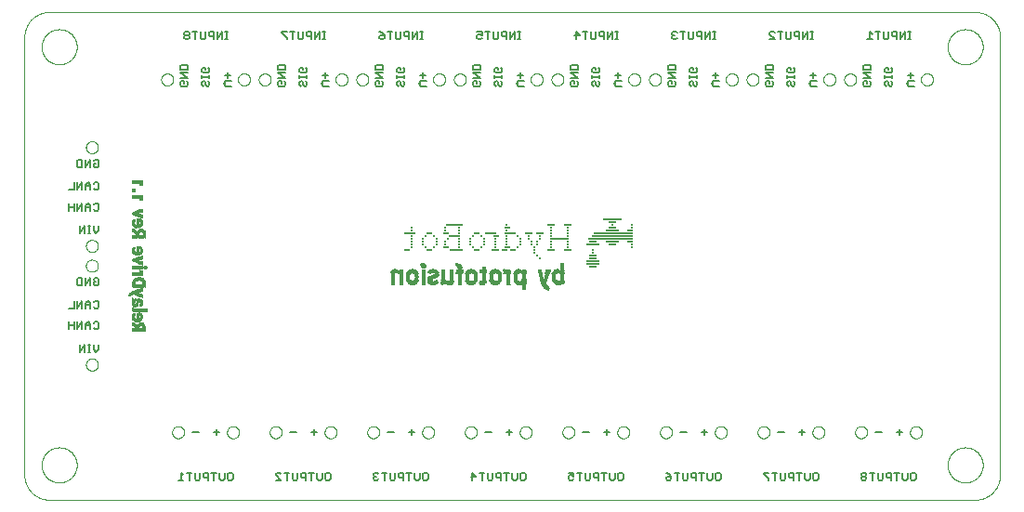
<source format=gbo>
G75*
%MOIN*%
%OFA0B0*%
%FSLAX25Y25*%
%IPPOS*%
%LPD*%
%AMOC8*
5,1,8,0,0,1.08239X$1,22.5*
%
%ADD10C,0.00000*%
%ADD11C,0.00500*%
%ADD12C,0.00800*%
%ADD13R,0.03000X0.01000*%
%ADD14R,0.05000X0.01000*%
%ADD15R,0.01000X0.01000*%
%ADD16R,0.02000X0.01000*%
%ADD17R,0.16000X0.01000*%
%ADD18R,0.07000X0.01000*%
%ADD19R,0.15000X0.01000*%
%ADD20R,0.04000X0.01000*%
%ADD21R,0.14000X0.01000*%
%ADD22R,0.06000X0.01000*%
%ADD23R,0.00140X0.00070*%
%ADD24R,0.00490X0.00070*%
%ADD25R,0.00700X0.00070*%
%ADD26R,0.01610X0.00070*%
%ADD27R,0.00910X0.00070*%
%ADD28R,0.01050X0.00070*%
%ADD29R,0.01610X0.00070*%
%ADD30R,0.01260X0.00070*%
%ADD31R,0.01400X0.00070*%
%ADD32R,0.01470X0.00070*%
%ADD33R,0.01680X0.00070*%
%ADD34R,0.01750X0.00070*%
%ADD35R,0.01820X0.00070*%
%ADD36R,0.01960X0.00070*%
%ADD37R,0.01960X0.00070*%
%ADD38R,0.02030X0.00070*%
%ADD39R,0.02170X0.00070*%
%ADD40R,0.02240X0.00070*%
%ADD41R,0.02240X0.00070*%
%ADD42R,0.02100X0.00070*%
%ADD43R,0.02030X0.00070*%
%ADD44R,0.01890X0.00070*%
%ADD45R,0.01750X0.00070*%
%ADD46R,0.01680X0.00070*%
%ADD47R,0.00770X0.00070*%
%ADD48R,0.01680X0.00070*%
%ADD49R,0.00210X0.00070*%
%ADD50R,0.01190X0.00070*%
%ADD51R,0.01330X0.00070*%
%ADD52R,0.01400X0.00070*%
%ADD53R,0.00420X0.00070*%
%ADD54R,0.01680X0.00070*%
%ADD55R,0.01540X0.00070*%
%ADD56R,0.01540X0.00070*%
%ADD57R,0.01610X0.00070*%
%ADD58R,0.00630X0.00070*%
%ADD59R,0.01820X0.00070*%
%ADD60R,0.02240X0.00070*%
%ADD61R,0.01610X0.00070*%
%ADD62R,0.01890X0.00070*%
%ADD63R,0.01890X0.00070*%
%ADD64R,0.00840X0.00070*%
%ADD65R,0.02170X0.00070*%
%ADD66R,0.01540X0.00070*%
%ADD67R,0.02590X0.00070*%
%ADD68R,0.01960X0.00070*%
%ADD69R,0.02310X0.00070*%
%ADD70R,0.02100X0.00070*%
%ADD71R,0.00910X0.00070*%
%ADD72R,0.02450X0.00070*%
%ADD73R,0.02310X0.00070*%
%ADD74R,0.02870X0.00070*%
%ADD75R,0.03780X0.00070*%
%ADD76R,0.02520X0.00070*%
%ADD77R,0.02520X0.00070*%
%ADD78R,0.02380X0.00070*%
%ADD79R,0.01050X0.00070*%
%ADD80R,0.02730X0.00070*%
%ADD81R,0.03080X0.00070*%
%ADD82R,0.03850X0.00070*%
%ADD83R,0.02310X0.00070*%
%ADD84R,0.02660X0.00070*%
%ADD85R,0.02590X0.00070*%
%ADD86R,0.01120X0.00070*%
%ADD87R,0.02940X0.00070*%
%ADD88R,0.03220X0.00070*%
%ADD89R,0.01820X0.00070*%
%ADD90R,0.03920X0.00070*%
%ADD91R,0.02870X0.00070*%
%ADD92R,0.02730X0.00070*%
%ADD93R,0.01260X0.00070*%
%ADD94R,0.03150X0.00070*%
%ADD95R,0.03430X0.00070*%
%ADD96R,0.01820X0.00070*%
%ADD97R,0.03990X0.00070*%
%ADD98R,0.03010X0.00070*%
%ADD99R,0.02310X0.00070*%
%ADD100R,0.02940X0.00070*%
%ADD101R,0.03360X0.00070*%
%ADD102R,0.03010X0.00070*%
%ADD103R,0.03640X0.00070*%
%ADD104R,0.04060X0.00070*%
%ADD105R,0.02380X0.00070*%
%ADD106R,0.04410X0.00070*%
%ADD107R,0.03500X0.00070*%
%ADD108R,0.03780X0.00070*%
%ADD109R,0.04130X0.00070*%
%ADD110R,0.03290X0.00070*%
%ADD111R,0.04550X0.00070*%
%ADD112R,0.03640X0.00070*%
%ADD113R,0.03290X0.00070*%
%ADD114R,0.03920X0.00070*%
%ADD115R,0.04200X0.00070*%
%ADD116R,0.02380X0.00070*%
%ADD117R,0.03710X0.00070*%
%ADD118R,0.03990X0.00070*%
%ADD119R,0.02030X0.00070*%
%ADD120R,0.04200X0.00070*%
%ADD121R,0.03570X0.00070*%
%ADD122R,0.02380X0.00070*%
%ADD123R,0.04620X0.00070*%
%ADD124R,0.03710X0.00070*%
%ADD125R,0.04060X0.00070*%
%ADD126R,0.04270X0.00070*%
%ADD127R,0.03640X0.00070*%
%ADD128R,0.02170X0.00070*%
%ADD129R,0.04340X0.00070*%
%ADD130R,0.03780X0.00070*%
%ADD131R,0.04480X0.00070*%
%ADD132R,0.03710X0.00070*%
%ADD133R,0.02170X0.00070*%
%ADD134R,0.04340X0.00070*%
%ADD135R,0.04410X0.00070*%
%ADD136R,0.04410X0.00070*%
%ADD137R,0.03920X0.00070*%
%ADD138R,0.04480X0.00070*%
%ADD139R,0.03710X0.00070*%
%ADD140R,0.03640X0.00070*%
%ADD141R,0.03990X0.00070*%
%ADD142R,0.04060X0.00070*%
%ADD143R,0.01330X0.00070*%
%ADD144R,0.00140X0.00070*%
%ADD145R,0.02240X0.00070*%
%ADD146R,0.02450X0.00070*%
%ADD147R,0.01960X0.00070*%
%ADD148R,0.02520X0.00070*%
%ADD149R,0.00560X0.00070*%
%ADD150R,0.00350X0.00070*%
%ADD151R,0.00140X0.00070*%
%ADD152R,0.01540X0.00070*%
%ADD153R,0.00070X0.00070*%
%ADD154R,0.02730X0.00070*%
%ADD155R,0.02870X0.00070*%
%ADD156R,0.01470X0.00070*%
%ADD157R,0.01470X0.00070*%
%ADD158R,0.02800X0.00070*%
%ADD159R,0.01470X0.00070*%
%ADD160R,0.03010X0.00070*%
%ADD161R,0.03080X0.00070*%
%ADD162R,0.02940X0.00070*%
%ADD163R,0.02870X0.00070*%
%ADD164R,0.02730X0.00070*%
%ADD165R,0.00280X0.00070*%
%ADD166R,0.00560X0.00070*%
%ADD167R,0.04480X0.00070*%
%ADD168R,0.01190X0.00070*%
%ADD169R,0.04480X0.00070*%
%ADD170R,0.03990X0.00070*%
%ADD171R,0.02800X0.00070*%
%ADD172R,0.03850X0.00070*%
%ADD173R,0.03920X0.00070*%
%ADD174R,0.04270X0.00070*%
%ADD175R,0.03570X0.00070*%
%ADD176R,0.03500X0.00070*%
%ADD177R,0.04340X0.00070*%
%ADD178R,0.04130X0.00070*%
%ADD179R,0.03430X0.00070*%
%ADD180R,0.03360X0.00070*%
%ADD181R,0.04340X0.00070*%
%ADD182R,0.03150X0.00070*%
%ADD183R,0.03360X0.00070*%
%ADD184R,0.03290X0.00070*%
%ADD185R,0.03010X0.00070*%
%ADD186R,0.02660X0.00070*%
%ADD187R,0.01120X0.00070*%
%ADD188R,0.00980X0.00070*%
%ADD189R,0.02030X0.00070*%
%ADD190R,0.00980X0.00070*%
%ADD191R,0.00630X0.00070*%
%ADD192R,0.01330X0.00070*%
%ADD193R,0.01120X0.00070*%
%ADD194R,0.00490X0.00070*%
%ADD195R,0.00280X0.00070*%
%ADD196R,0.00630X0.00070*%
%ADD197R,0.00840X0.00070*%
%ADD198R,0.00770X0.00070*%
%ADD199R,0.00050X0.00100*%
%ADD200R,0.00050X0.00300*%
%ADD201R,0.00050X0.00500*%
%ADD202R,0.00050X0.00650*%
%ADD203R,0.00050X0.00750*%
%ADD204R,0.00050X0.00900*%
%ADD205R,0.00050X0.01000*%
%ADD206R,0.00050X0.01050*%
%ADD207R,0.00050X0.01150*%
%ADD208R,0.00050X0.01200*%
%ADD209R,0.00050X0.01250*%
%ADD210R,0.00050X0.01300*%
%ADD211R,0.00050X0.01400*%
%ADD212R,0.00050X0.01450*%
%ADD213R,0.00050X0.01550*%
%ADD214R,0.00050X0.01500*%
%ADD215R,0.00050X0.01100*%
%ADD216R,0.00050X0.00550*%
%ADD217R,0.00050X0.00450*%
%ADD218R,0.00050X0.00350*%
%ADD219R,0.00050X0.00950*%
%ADD220R,0.00050X0.00850*%
%ADD221R,0.00050X0.01600*%
%ADD222R,0.00050X0.01950*%
%ADD223R,0.00050X0.01700*%
%ADD224R,0.00050X0.02150*%
%ADD225R,0.00050X0.01850*%
%ADD226R,0.00050X0.02250*%
%ADD227R,0.00050X0.01900*%
%ADD228R,0.00050X0.02000*%
%ADD229R,0.00050X0.02400*%
%ADD230R,0.00050X0.02050*%
%ADD231R,0.00050X0.02450*%
%ADD232R,0.00050X0.01800*%
%ADD233R,0.00050X0.02550*%
%ADD234R,0.00050X0.02300*%
%ADD235R,0.00050X0.02600*%
%ADD236R,0.00050X0.02500*%
%ADD237R,0.00050X0.01350*%
%ADD238R,0.00050X0.02650*%
%ADD239R,0.00050X0.03050*%
%ADD240R,0.00050X0.02750*%
%ADD241R,0.00050X0.03100*%
%ADD242R,0.00050X0.02800*%
%ADD243R,0.00050X0.02900*%
%ADD244R,0.00050X0.02850*%
%ADD245R,0.00050X0.02950*%
%ADD246R,0.00050X0.03000*%
%ADD247R,0.00050X0.01650*%
%ADD248R,0.00050X0.01750*%
%ADD249R,0.00050X0.00200*%
%ADD250R,0.00050X0.02350*%
%ADD251R,0.00050X0.03200*%
%ADD252R,0.00050X0.03250*%
%ADD253R,0.00050X0.02100*%
%ADD254R,0.00050X0.02700*%
%ADD255R,0.00050X0.03150*%
%ADD256R,0.00050X0.00050*%
%ADD257R,0.00050X0.00150*%
%ADD258R,0.00050X0.00700*%
%ADD259R,0.00050X0.00800*%
%ADD260R,0.00050X0.00600*%
%ADD261R,0.00040X0.00440*%
%ADD262R,0.00040X0.00200*%
%ADD263R,0.00040X0.00840*%
%ADD264R,0.00040X0.00520*%
%ADD265R,0.00040X0.01120*%
%ADD266R,0.00040X0.00680*%
%ADD267R,0.00040X0.01120*%
%ADD268R,0.00040X0.00960*%
%ADD269R,0.00040X0.01360*%
%ADD270R,0.00040X0.00840*%
%ADD271R,0.00040X0.01080*%
%ADD272R,0.00040X0.01000*%
%ADD273R,0.00040X0.01520*%
%ADD274R,0.00040X0.00920*%
%ADD275R,0.00040X0.01120*%
%ADD276R,0.00040X0.01040*%
%ADD277R,0.00040X0.01680*%
%ADD278R,0.00040X0.00840*%
%ADD279R,0.00040X0.01080*%
%ADD280R,0.00040X0.01000*%
%ADD281R,0.00040X0.01040*%
%ADD282R,0.00040X0.01840*%
%ADD283R,0.00040X0.00920*%
%ADD284R,0.00040X0.01960*%
%ADD285R,0.00040X0.01160*%
%ADD286R,0.00040X0.02080*%
%ADD287R,0.00040X0.01200*%
%ADD288R,0.00040X0.02200*%
%ADD289R,0.00040X0.01240*%
%ADD290R,0.00040X0.01160*%
%ADD291R,0.00040X0.02320*%
%ADD292R,0.00040X0.01280*%
%ADD293R,0.00040X0.02400*%
%ADD294R,0.00040X0.01280*%
%ADD295R,0.00040X0.02480*%
%ADD296R,0.00040X0.01320*%
%ADD297R,0.00040X0.02600*%
%ADD298R,0.00040X0.01320*%
%ADD299R,0.00040X0.02640*%
%ADD300R,0.00040X0.01200*%
%ADD301R,0.00040X0.01360*%
%ADD302R,0.00040X0.02640*%
%ADD303R,0.00040X0.01320*%
%ADD304R,0.00040X0.02680*%
%ADD305R,0.00040X0.01320*%
%ADD306R,0.00040X0.02640*%
%ADD307R,0.00040X0.01400*%
%ADD308R,0.00040X0.01440*%
%ADD309R,0.00040X0.01240*%
%ADD310R,0.00040X0.00720*%
%ADD311R,0.00040X0.01480*%
%ADD312R,0.00040X0.00560*%
%ADD313R,0.00040X0.01480*%
%ADD314R,0.00040X0.00440*%
%ADD315R,0.00040X0.00320*%
%ADD316R,0.00040X0.01560*%
%ADD317R,0.00040X0.00880*%
%ADD318R,0.00040X0.00240*%
%ADD319R,0.00040X0.01600*%
%ADD320R,0.00040X0.00760*%
%ADD321R,0.00040X0.00120*%
%ADD322R,0.00040X0.00640*%
%ADD323R,0.00040X0.00080*%
%ADD324R,0.00040X0.01640*%
%ADD325R,0.00040X0.01680*%
%ADD326R,0.00040X0.01760*%
%ADD327R,0.00040X0.01120*%
%ADD328R,0.00040X0.01760*%
%ADD329R,0.00040X0.01920*%
%ADD330R,0.00040X0.01920*%
%ADD331R,0.00040X0.02000*%
%ADD332R,0.00040X0.01040*%
%ADD333R,0.00040X0.02400*%
%ADD334R,0.00040X0.02360*%
%ADD335R,0.00040X0.02320*%
%ADD336R,0.00040X0.03280*%
%ADD337R,0.00040X0.02480*%
%ADD338R,0.00040X0.03280*%
%ADD339R,0.00040X0.02520*%
%ADD340R,0.00040X0.02640*%
%ADD341R,0.00040X0.02760*%
%ADD342R,0.00040X0.02800*%
%ADD343R,0.00040X0.02840*%
%ADD344R,0.00040X0.02880*%
%ADD345R,0.00040X0.02920*%
%ADD346R,0.00040X0.01040*%
%ADD347R,0.00040X0.02960*%
%ADD348R,0.00040X0.03000*%
%ADD349R,0.00040X0.03240*%
%ADD350R,0.00040X0.03040*%
%ADD351R,0.00040X0.03040*%
%ADD352R,0.00040X0.01840*%
%ADD353R,0.00040X0.01840*%
%ADD354R,0.00040X0.01840*%
%ADD355R,0.00040X0.01240*%
%ADD356R,0.00040X0.02520*%
%ADD357R,0.00040X0.02440*%
%ADD358R,0.00040X0.02240*%
%ADD359R,0.00040X0.02160*%
%ADD360R,0.00040X0.02080*%
%ADD361R,0.00040X0.01800*%
%ADD362R,0.00040X0.00800*%
%ADD363R,0.00040X0.00400*%
%ADD364R,0.00040X0.03120*%
%ADD365R,0.00040X0.03120*%
%ADD366R,0.00040X0.03080*%
%ADD367R,0.00040X0.02920*%
%ADD368R,0.00040X0.02880*%
%ADD369R,0.00040X0.02720*%
%ADD370R,0.00040X0.02560*%
%ADD371R,0.00040X0.02200*%
%ADD372R,0.00040X0.02040*%
%ADD373R,0.00040X0.01880*%
%ADD374R,0.00040X0.01520*%
D10*
X0092333Y0346588D02*
X0424333Y0346588D01*
X0424550Y0346591D01*
X0424768Y0346599D01*
X0424985Y0346612D01*
X0425202Y0346630D01*
X0425418Y0346654D01*
X0425633Y0346682D01*
X0425848Y0346716D01*
X0426062Y0346756D01*
X0426275Y0346800D01*
X0426487Y0346850D01*
X0426697Y0346904D01*
X0426907Y0346964D01*
X0427114Y0347028D01*
X0427320Y0347098D01*
X0427524Y0347173D01*
X0427727Y0347252D01*
X0427927Y0347337D01*
X0428126Y0347426D01*
X0428322Y0347520D01*
X0428516Y0347619D01*
X0428707Y0347722D01*
X0428896Y0347830D01*
X0429082Y0347943D01*
X0429265Y0348060D01*
X0429446Y0348181D01*
X0429623Y0348307D01*
X0429797Y0348437D01*
X0429969Y0348571D01*
X0430137Y0348709D01*
X0430301Y0348851D01*
X0430462Y0348998D01*
X0430620Y0349148D01*
X0430773Y0349301D01*
X0430923Y0349459D01*
X0431070Y0349620D01*
X0431212Y0349784D01*
X0431350Y0349952D01*
X0431484Y0350124D01*
X0431614Y0350298D01*
X0431740Y0350475D01*
X0431861Y0350656D01*
X0431978Y0350839D01*
X0432091Y0351025D01*
X0432199Y0351214D01*
X0432302Y0351405D01*
X0432401Y0351599D01*
X0432495Y0351795D01*
X0432584Y0351994D01*
X0432669Y0352194D01*
X0432748Y0352397D01*
X0432823Y0352601D01*
X0432893Y0352807D01*
X0432957Y0353014D01*
X0433017Y0353224D01*
X0433071Y0353434D01*
X0433121Y0353646D01*
X0433165Y0353859D01*
X0433205Y0354073D01*
X0433239Y0354288D01*
X0433267Y0354503D01*
X0433291Y0354719D01*
X0433309Y0354936D01*
X0433322Y0355153D01*
X0433330Y0355371D01*
X0433333Y0355588D01*
X0433333Y0512588D01*
X0433330Y0512805D01*
X0433322Y0513023D01*
X0433309Y0513240D01*
X0433291Y0513457D01*
X0433267Y0513673D01*
X0433239Y0513888D01*
X0433205Y0514103D01*
X0433165Y0514317D01*
X0433121Y0514530D01*
X0433071Y0514742D01*
X0433017Y0514952D01*
X0432957Y0515162D01*
X0432893Y0515369D01*
X0432823Y0515575D01*
X0432748Y0515779D01*
X0432669Y0515982D01*
X0432584Y0516182D01*
X0432495Y0516381D01*
X0432401Y0516577D01*
X0432302Y0516771D01*
X0432199Y0516962D01*
X0432091Y0517151D01*
X0431978Y0517337D01*
X0431861Y0517520D01*
X0431740Y0517701D01*
X0431614Y0517878D01*
X0431484Y0518052D01*
X0431350Y0518224D01*
X0431212Y0518392D01*
X0431070Y0518556D01*
X0430923Y0518717D01*
X0430773Y0518875D01*
X0430620Y0519028D01*
X0430462Y0519178D01*
X0430301Y0519325D01*
X0430137Y0519467D01*
X0429969Y0519605D01*
X0429797Y0519739D01*
X0429623Y0519869D01*
X0429446Y0519995D01*
X0429265Y0520116D01*
X0429082Y0520233D01*
X0428896Y0520346D01*
X0428707Y0520454D01*
X0428516Y0520557D01*
X0428322Y0520656D01*
X0428126Y0520750D01*
X0427927Y0520839D01*
X0427727Y0520924D01*
X0427524Y0521003D01*
X0427320Y0521078D01*
X0427114Y0521148D01*
X0426907Y0521212D01*
X0426697Y0521272D01*
X0426487Y0521326D01*
X0426275Y0521376D01*
X0426062Y0521420D01*
X0425848Y0521460D01*
X0425633Y0521494D01*
X0425418Y0521522D01*
X0425202Y0521546D01*
X0424985Y0521564D01*
X0424768Y0521577D01*
X0424550Y0521585D01*
X0424333Y0521588D01*
X0092333Y0521588D01*
X0092116Y0521585D01*
X0091898Y0521577D01*
X0091681Y0521564D01*
X0091464Y0521546D01*
X0091248Y0521522D01*
X0091033Y0521494D01*
X0090818Y0521460D01*
X0090604Y0521420D01*
X0090391Y0521376D01*
X0090179Y0521326D01*
X0089969Y0521272D01*
X0089759Y0521212D01*
X0089552Y0521148D01*
X0089346Y0521078D01*
X0089142Y0521003D01*
X0088939Y0520924D01*
X0088739Y0520839D01*
X0088540Y0520750D01*
X0088344Y0520656D01*
X0088150Y0520557D01*
X0087959Y0520454D01*
X0087770Y0520346D01*
X0087584Y0520233D01*
X0087401Y0520116D01*
X0087220Y0519995D01*
X0087043Y0519869D01*
X0086869Y0519739D01*
X0086697Y0519605D01*
X0086529Y0519467D01*
X0086365Y0519325D01*
X0086204Y0519178D01*
X0086046Y0519028D01*
X0085893Y0518875D01*
X0085743Y0518717D01*
X0085596Y0518556D01*
X0085454Y0518392D01*
X0085316Y0518224D01*
X0085182Y0518052D01*
X0085052Y0517878D01*
X0084926Y0517701D01*
X0084805Y0517520D01*
X0084688Y0517337D01*
X0084575Y0517151D01*
X0084467Y0516962D01*
X0084364Y0516771D01*
X0084265Y0516577D01*
X0084171Y0516381D01*
X0084082Y0516182D01*
X0083997Y0515982D01*
X0083918Y0515779D01*
X0083843Y0515575D01*
X0083773Y0515369D01*
X0083709Y0515162D01*
X0083649Y0514952D01*
X0083595Y0514742D01*
X0083545Y0514530D01*
X0083501Y0514317D01*
X0083461Y0514103D01*
X0083427Y0513888D01*
X0083399Y0513673D01*
X0083375Y0513457D01*
X0083357Y0513240D01*
X0083344Y0513023D01*
X0083336Y0512805D01*
X0083333Y0512588D01*
X0083333Y0355588D01*
X0083336Y0355371D01*
X0083344Y0355153D01*
X0083357Y0354936D01*
X0083375Y0354719D01*
X0083399Y0354503D01*
X0083427Y0354288D01*
X0083461Y0354073D01*
X0083501Y0353859D01*
X0083545Y0353646D01*
X0083595Y0353434D01*
X0083649Y0353224D01*
X0083709Y0353014D01*
X0083773Y0352807D01*
X0083843Y0352601D01*
X0083918Y0352397D01*
X0083997Y0352194D01*
X0084082Y0351994D01*
X0084171Y0351795D01*
X0084265Y0351599D01*
X0084364Y0351405D01*
X0084467Y0351214D01*
X0084575Y0351025D01*
X0084688Y0350839D01*
X0084805Y0350656D01*
X0084926Y0350475D01*
X0085052Y0350298D01*
X0085182Y0350124D01*
X0085316Y0349952D01*
X0085454Y0349784D01*
X0085596Y0349620D01*
X0085743Y0349459D01*
X0085893Y0349301D01*
X0086046Y0349148D01*
X0086204Y0348998D01*
X0086365Y0348851D01*
X0086529Y0348709D01*
X0086697Y0348571D01*
X0086869Y0348437D01*
X0087043Y0348307D01*
X0087220Y0348181D01*
X0087401Y0348060D01*
X0087584Y0347943D01*
X0087770Y0347830D01*
X0087959Y0347722D01*
X0088150Y0347619D01*
X0088344Y0347520D01*
X0088540Y0347426D01*
X0088739Y0347337D01*
X0088939Y0347252D01*
X0089142Y0347173D01*
X0089346Y0347098D01*
X0089552Y0347028D01*
X0089759Y0346964D01*
X0089969Y0346904D01*
X0090179Y0346850D01*
X0090391Y0346800D01*
X0090604Y0346756D01*
X0090818Y0346716D01*
X0091033Y0346682D01*
X0091248Y0346654D01*
X0091464Y0346630D01*
X0091681Y0346612D01*
X0091898Y0346599D01*
X0092116Y0346591D01*
X0092333Y0346588D01*
X0089534Y0359088D02*
X0089536Y0359246D01*
X0089542Y0359404D01*
X0089552Y0359562D01*
X0089566Y0359720D01*
X0089584Y0359877D01*
X0089605Y0360034D01*
X0089631Y0360190D01*
X0089661Y0360346D01*
X0089694Y0360501D01*
X0089732Y0360654D01*
X0089773Y0360807D01*
X0089818Y0360959D01*
X0089867Y0361110D01*
X0089920Y0361259D01*
X0089976Y0361407D01*
X0090036Y0361553D01*
X0090100Y0361698D01*
X0090168Y0361841D01*
X0090239Y0361983D01*
X0090313Y0362123D01*
X0090391Y0362260D01*
X0090473Y0362396D01*
X0090557Y0362530D01*
X0090646Y0362661D01*
X0090737Y0362790D01*
X0090832Y0362917D01*
X0090929Y0363042D01*
X0091030Y0363164D01*
X0091134Y0363283D01*
X0091241Y0363400D01*
X0091351Y0363514D01*
X0091464Y0363625D01*
X0091579Y0363734D01*
X0091697Y0363839D01*
X0091818Y0363941D01*
X0091941Y0364041D01*
X0092067Y0364137D01*
X0092195Y0364230D01*
X0092325Y0364320D01*
X0092458Y0364406D01*
X0092593Y0364490D01*
X0092729Y0364569D01*
X0092868Y0364646D01*
X0093009Y0364718D01*
X0093151Y0364788D01*
X0093295Y0364853D01*
X0093441Y0364915D01*
X0093588Y0364973D01*
X0093737Y0365028D01*
X0093887Y0365079D01*
X0094038Y0365126D01*
X0094190Y0365169D01*
X0094343Y0365208D01*
X0094498Y0365244D01*
X0094653Y0365275D01*
X0094809Y0365303D01*
X0094965Y0365327D01*
X0095122Y0365347D01*
X0095280Y0365363D01*
X0095437Y0365375D01*
X0095596Y0365383D01*
X0095754Y0365387D01*
X0095912Y0365387D01*
X0096070Y0365383D01*
X0096229Y0365375D01*
X0096386Y0365363D01*
X0096544Y0365347D01*
X0096701Y0365327D01*
X0096857Y0365303D01*
X0097013Y0365275D01*
X0097168Y0365244D01*
X0097323Y0365208D01*
X0097476Y0365169D01*
X0097628Y0365126D01*
X0097779Y0365079D01*
X0097929Y0365028D01*
X0098078Y0364973D01*
X0098225Y0364915D01*
X0098371Y0364853D01*
X0098515Y0364788D01*
X0098657Y0364718D01*
X0098798Y0364646D01*
X0098937Y0364569D01*
X0099073Y0364490D01*
X0099208Y0364406D01*
X0099341Y0364320D01*
X0099471Y0364230D01*
X0099599Y0364137D01*
X0099725Y0364041D01*
X0099848Y0363941D01*
X0099969Y0363839D01*
X0100087Y0363734D01*
X0100202Y0363625D01*
X0100315Y0363514D01*
X0100425Y0363400D01*
X0100532Y0363283D01*
X0100636Y0363164D01*
X0100737Y0363042D01*
X0100834Y0362917D01*
X0100929Y0362790D01*
X0101020Y0362661D01*
X0101109Y0362530D01*
X0101193Y0362396D01*
X0101275Y0362260D01*
X0101353Y0362123D01*
X0101427Y0361983D01*
X0101498Y0361841D01*
X0101566Y0361698D01*
X0101630Y0361553D01*
X0101690Y0361407D01*
X0101746Y0361259D01*
X0101799Y0361110D01*
X0101848Y0360959D01*
X0101893Y0360807D01*
X0101934Y0360654D01*
X0101972Y0360501D01*
X0102005Y0360346D01*
X0102035Y0360190D01*
X0102061Y0360034D01*
X0102082Y0359877D01*
X0102100Y0359720D01*
X0102114Y0359562D01*
X0102124Y0359404D01*
X0102130Y0359246D01*
X0102132Y0359088D01*
X0102130Y0358930D01*
X0102124Y0358772D01*
X0102114Y0358614D01*
X0102100Y0358456D01*
X0102082Y0358299D01*
X0102061Y0358142D01*
X0102035Y0357986D01*
X0102005Y0357830D01*
X0101972Y0357675D01*
X0101934Y0357522D01*
X0101893Y0357369D01*
X0101848Y0357217D01*
X0101799Y0357066D01*
X0101746Y0356917D01*
X0101690Y0356769D01*
X0101630Y0356623D01*
X0101566Y0356478D01*
X0101498Y0356335D01*
X0101427Y0356193D01*
X0101353Y0356053D01*
X0101275Y0355916D01*
X0101193Y0355780D01*
X0101109Y0355646D01*
X0101020Y0355515D01*
X0100929Y0355386D01*
X0100834Y0355259D01*
X0100737Y0355134D01*
X0100636Y0355012D01*
X0100532Y0354893D01*
X0100425Y0354776D01*
X0100315Y0354662D01*
X0100202Y0354551D01*
X0100087Y0354442D01*
X0099969Y0354337D01*
X0099848Y0354235D01*
X0099725Y0354135D01*
X0099599Y0354039D01*
X0099471Y0353946D01*
X0099341Y0353856D01*
X0099208Y0353770D01*
X0099073Y0353686D01*
X0098937Y0353607D01*
X0098798Y0353530D01*
X0098657Y0353458D01*
X0098515Y0353388D01*
X0098371Y0353323D01*
X0098225Y0353261D01*
X0098078Y0353203D01*
X0097929Y0353148D01*
X0097779Y0353097D01*
X0097628Y0353050D01*
X0097476Y0353007D01*
X0097323Y0352968D01*
X0097168Y0352932D01*
X0097013Y0352901D01*
X0096857Y0352873D01*
X0096701Y0352849D01*
X0096544Y0352829D01*
X0096386Y0352813D01*
X0096229Y0352801D01*
X0096070Y0352793D01*
X0095912Y0352789D01*
X0095754Y0352789D01*
X0095596Y0352793D01*
X0095437Y0352801D01*
X0095280Y0352813D01*
X0095122Y0352829D01*
X0094965Y0352849D01*
X0094809Y0352873D01*
X0094653Y0352901D01*
X0094498Y0352932D01*
X0094343Y0352968D01*
X0094190Y0353007D01*
X0094038Y0353050D01*
X0093887Y0353097D01*
X0093737Y0353148D01*
X0093588Y0353203D01*
X0093441Y0353261D01*
X0093295Y0353323D01*
X0093151Y0353388D01*
X0093009Y0353458D01*
X0092868Y0353530D01*
X0092729Y0353607D01*
X0092593Y0353686D01*
X0092458Y0353770D01*
X0092325Y0353856D01*
X0092195Y0353946D01*
X0092067Y0354039D01*
X0091941Y0354135D01*
X0091818Y0354235D01*
X0091697Y0354337D01*
X0091579Y0354442D01*
X0091464Y0354551D01*
X0091351Y0354662D01*
X0091241Y0354776D01*
X0091134Y0354893D01*
X0091030Y0355012D01*
X0090929Y0355134D01*
X0090832Y0355259D01*
X0090737Y0355386D01*
X0090646Y0355515D01*
X0090557Y0355646D01*
X0090473Y0355780D01*
X0090391Y0355916D01*
X0090313Y0356053D01*
X0090239Y0356193D01*
X0090168Y0356335D01*
X0090100Y0356478D01*
X0090036Y0356623D01*
X0089976Y0356769D01*
X0089920Y0356917D01*
X0089867Y0357066D01*
X0089818Y0357217D01*
X0089773Y0357369D01*
X0089732Y0357522D01*
X0089694Y0357675D01*
X0089661Y0357830D01*
X0089631Y0357986D01*
X0089605Y0358142D01*
X0089584Y0358299D01*
X0089566Y0358456D01*
X0089552Y0358614D01*
X0089542Y0358772D01*
X0089536Y0358930D01*
X0089534Y0359088D01*
X0105401Y0395122D02*
X0105403Y0395215D01*
X0105409Y0395307D01*
X0105419Y0395399D01*
X0105433Y0395490D01*
X0105450Y0395581D01*
X0105472Y0395671D01*
X0105497Y0395760D01*
X0105526Y0395848D01*
X0105559Y0395934D01*
X0105596Y0396019D01*
X0105636Y0396103D01*
X0105680Y0396184D01*
X0105727Y0396264D01*
X0105777Y0396342D01*
X0105831Y0396417D01*
X0105888Y0396490D01*
X0105948Y0396560D01*
X0106011Y0396628D01*
X0106077Y0396693D01*
X0106145Y0396755D01*
X0106216Y0396815D01*
X0106290Y0396871D01*
X0106366Y0396924D01*
X0106444Y0396973D01*
X0106524Y0397020D01*
X0106606Y0397062D01*
X0106690Y0397102D01*
X0106775Y0397137D01*
X0106862Y0397169D01*
X0106950Y0397198D01*
X0107039Y0397222D01*
X0107129Y0397243D01*
X0107220Y0397259D01*
X0107312Y0397272D01*
X0107404Y0397281D01*
X0107497Y0397286D01*
X0107589Y0397287D01*
X0107682Y0397284D01*
X0107774Y0397277D01*
X0107866Y0397266D01*
X0107957Y0397251D01*
X0108048Y0397233D01*
X0108138Y0397210D01*
X0108226Y0397184D01*
X0108314Y0397154D01*
X0108400Y0397120D01*
X0108484Y0397083D01*
X0108567Y0397041D01*
X0108648Y0396997D01*
X0108728Y0396949D01*
X0108805Y0396898D01*
X0108879Y0396843D01*
X0108952Y0396785D01*
X0109022Y0396725D01*
X0109089Y0396661D01*
X0109153Y0396595D01*
X0109215Y0396525D01*
X0109273Y0396454D01*
X0109328Y0396380D01*
X0109380Y0396303D01*
X0109429Y0396224D01*
X0109475Y0396144D01*
X0109517Y0396061D01*
X0109555Y0395977D01*
X0109590Y0395891D01*
X0109621Y0395804D01*
X0109648Y0395716D01*
X0109671Y0395626D01*
X0109691Y0395536D01*
X0109707Y0395445D01*
X0109719Y0395353D01*
X0109727Y0395261D01*
X0109731Y0395168D01*
X0109731Y0395076D01*
X0109727Y0394983D01*
X0109719Y0394891D01*
X0109707Y0394799D01*
X0109691Y0394708D01*
X0109671Y0394618D01*
X0109648Y0394528D01*
X0109621Y0394440D01*
X0109590Y0394353D01*
X0109555Y0394267D01*
X0109517Y0394183D01*
X0109475Y0394100D01*
X0109429Y0394020D01*
X0109380Y0393941D01*
X0109328Y0393864D01*
X0109273Y0393790D01*
X0109215Y0393719D01*
X0109153Y0393649D01*
X0109089Y0393583D01*
X0109022Y0393519D01*
X0108952Y0393459D01*
X0108879Y0393401D01*
X0108805Y0393346D01*
X0108728Y0393295D01*
X0108649Y0393247D01*
X0108567Y0393203D01*
X0108484Y0393161D01*
X0108400Y0393124D01*
X0108314Y0393090D01*
X0108226Y0393060D01*
X0108138Y0393034D01*
X0108048Y0393011D01*
X0107957Y0392993D01*
X0107866Y0392978D01*
X0107774Y0392967D01*
X0107682Y0392960D01*
X0107589Y0392957D01*
X0107497Y0392958D01*
X0107404Y0392963D01*
X0107312Y0392972D01*
X0107220Y0392985D01*
X0107129Y0393001D01*
X0107039Y0393022D01*
X0106950Y0393046D01*
X0106862Y0393075D01*
X0106775Y0393107D01*
X0106690Y0393142D01*
X0106606Y0393182D01*
X0106524Y0393224D01*
X0106444Y0393271D01*
X0106366Y0393320D01*
X0106290Y0393373D01*
X0106216Y0393429D01*
X0106145Y0393489D01*
X0106077Y0393551D01*
X0106011Y0393616D01*
X0105948Y0393684D01*
X0105888Y0393754D01*
X0105831Y0393827D01*
X0105777Y0393902D01*
X0105727Y0393980D01*
X0105680Y0394060D01*
X0105636Y0394141D01*
X0105596Y0394225D01*
X0105559Y0394310D01*
X0105526Y0394396D01*
X0105497Y0394484D01*
X0105472Y0394573D01*
X0105450Y0394663D01*
X0105433Y0394754D01*
X0105419Y0394845D01*
X0105409Y0394937D01*
X0105403Y0395029D01*
X0105401Y0395122D01*
X0105401Y0430555D02*
X0105403Y0430648D01*
X0105409Y0430740D01*
X0105419Y0430832D01*
X0105433Y0430923D01*
X0105450Y0431014D01*
X0105472Y0431104D01*
X0105497Y0431193D01*
X0105526Y0431281D01*
X0105559Y0431367D01*
X0105596Y0431452D01*
X0105636Y0431536D01*
X0105680Y0431617D01*
X0105727Y0431697D01*
X0105777Y0431775D01*
X0105831Y0431850D01*
X0105888Y0431923D01*
X0105948Y0431993D01*
X0106011Y0432061D01*
X0106077Y0432126D01*
X0106145Y0432188D01*
X0106216Y0432248D01*
X0106290Y0432304D01*
X0106366Y0432357D01*
X0106444Y0432406D01*
X0106524Y0432453D01*
X0106606Y0432495D01*
X0106690Y0432535D01*
X0106775Y0432570D01*
X0106862Y0432602D01*
X0106950Y0432631D01*
X0107039Y0432655D01*
X0107129Y0432676D01*
X0107220Y0432692D01*
X0107312Y0432705D01*
X0107404Y0432714D01*
X0107497Y0432719D01*
X0107589Y0432720D01*
X0107682Y0432717D01*
X0107774Y0432710D01*
X0107866Y0432699D01*
X0107957Y0432684D01*
X0108048Y0432666D01*
X0108138Y0432643D01*
X0108226Y0432617D01*
X0108314Y0432587D01*
X0108400Y0432553D01*
X0108484Y0432516D01*
X0108567Y0432474D01*
X0108648Y0432430D01*
X0108728Y0432382D01*
X0108805Y0432331D01*
X0108879Y0432276D01*
X0108952Y0432218D01*
X0109022Y0432158D01*
X0109089Y0432094D01*
X0109153Y0432028D01*
X0109215Y0431958D01*
X0109273Y0431887D01*
X0109328Y0431813D01*
X0109380Y0431736D01*
X0109429Y0431657D01*
X0109475Y0431577D01*
X0109517Y0431494D01*
X0109555Y0431410D01*
X0109590Y0431324D01*
X0109621Y0431237D01*
X0109648Y0431149D01*
X0109671Y0431059D01*
X0109691Y0430969D01*
X0109707Y0430878D01*
X0109719Y0430786D01*
X0109727Y0430694D01*
X0109731Y0430601D01*
X0109731Y0430509D01*
X0109727Y0430416D01*
X0109719Y0430324D01*
X0109707Y0430232D01*
X0109691Y0430141D01*
X0109671Y0430051D01*
X0109648Y0429961D01*
X0109621Y0429873D01*
X0109590Y0429786D01*
X0109555Y0429700D01*
X0109517Y0429616D01*
X0109475Y0429533D01*
X0109429Y0429453D01*
X0109380Y0429374D01*
X0109328Y0429297D01*
X0109273Y0429223D01*
X0109215Y0429152D01*
X0109153Y0429082D01*
X0109089Y0429016D01*
X0109022Y0428952D01*
X0108952Y0428892D01*
X0108879Y0428834D01*
X0108805Y0428779D01*
X0108728Y0428728D01*
X0108649Y0428680D01*
X0108567Y0428636D01*
X0108484Y0428594D01*
X0108400Y0428557D01*
X0108314Y0428523D01*
X0108226Y0428493D01*
X0108138Y0428467D01*
X0108048Y0428444D01*
X0107957Y0428426D01*
X0107866Y0428411D01*
X0107774Y0428400D01*
X0107682Y0428393D01*
X0107589Y0428390D01*
X0107497Y0428391D01*
X0107404Y0428396D01*
X0107312Y0428405D01*
X0107220Y0428418D01*
X0107129Y0428434D01*
X0107039Y0428455D01*
X0106950Y0428479D01*
X0106862Y0428508D01*
X0106775Y0428540D01*
X0106690Y0428575D01*
X0106606Y0428615D01*
X0106524Y0428657D01*
X0106444Y0428704D01*
X0106366Y0428753D01*
X0106290Y0428806D01*
X0106216Y0428862D01*
X0106145Y0428922D01*
X0106077Y0428984D01*
X0106011Y0429049D01*
X0105948Y0429117D01*
X0105888Y0429187D01*
X0105831Y0429260D01*
X0105777Y0429335D01*
X0105727Y0429413D01*
X0105680Y0429493D01*
X0105636Y0429574D01*
X0105596Y0429658D01*
X0105559Y0429743D01*
X0105526Y0429829D01*
X0105497Y0429917D01*
X0105472Y0430006D01*
X0105450Y0430096D01*
X0105433Y0430187D01*
X0105419Y0430278D01*
X0105409Y0430370D01*
X0105403Y0430462D01*
X0105401Y0430555D01*
X0105401Y0437622D02*
X0105403Y0437715D01*
X0105409Y0437807D01*
X0105419Y0437899D01*
X0105433Y0437990D01*
X0105450Y0438081D01*
X0105472Y0438171D01*
X0105497Y0438260D01*
X0105526Y0438348D01*
X0105559Y0438434D01*
X0105596Y0438519D01*
X0105636Y0438603D01*
X0105680Y0438684D01*
X0105727Y0438764D01*
X0105777Y0438842D01*
X0105831Y0438917D01*
X0105888Y0438990D01*
X0105948Y0439060D01*
X0106011Y0439128D01*
X0106077Y0439193D01*
X0106145Y0439255D01*
X0106216Y0439315D01*
X0106290Y0439371D01*
X0106366Y0439424D01*
X0106444Y0439473D01*
X0106524Y0439520D01*
X0106606Y0439562D01*
X0106690Y0439602D01*
X0106775Y0439637D01*
X0106862Y0439669D01*
X0106950Y0439698D01*
X0107039Y0439722D01*
X0107129Y0439743D01*
X0107220Y0439759D01*
X0107312Y0439772D01*
X0107404Y0439781D01*
X0107497Y0439786D01*
X0107589Y0439787D01*
X0107682Y0439784D01*
X0107774Y0439777D01*
X0107866Y0439766D01*
X0107957Y0439751D01*
X0108048Y0439733D01*
X0108138Y0439710D01*
X0108226Y0439684D01*
X0108314Y0439654D01*
X0108400Y0439620D01*
X0108484Y0439583D01*
X0108567Y0439541D01*
X0108648Y0439497D01*
X0108728Y0439449D01*
X0108805Y0439398D01*
X0108879Y0439343D01*
X0108952Y0439285D01*
X0109022Y0439225D01*
X0109089Y0439161D01*
X0109153Y0439095D01*
X0109215Y0439025D01*
X0109273Y0438954D01*
X0109328Y0438880D01*
X0109380Y0438803D01*
X0109429Y0438724D01*
X0109475Y0438644D01*
X0109517Y0438561D01*
X0109555Y0438477D01*
X0109590Y0438391D01*
X0109621Y0438304D01*
X0109648Y0438216D01*
X0109671Y0438126D01*
X0109691Y0438036D01*
X0109707Y0437945D01*
X0109719Y0437853D01*
X0109727Y0437761D01*
X0109731Y0437668D01*
X0109731Y0437576D01*
X0109727Y0437483D01*
X0109719Y0437391D01*
X0109707Y0437299D01*
X0109691Y0437208D01*
X0109671Y0437118D01*
X0109648Y0437028D01*
X0109621Y0436940D01*
X0109590Y0436853D01*
X0109555Y0436767D01*
X0109517Y0436683D01*
X0109475Y0436600D01*
X0109429Y0436520D01*
X0109380Y0436441D01*
X0109328Y0436364D01*
X0109273Y0436290D01*
X0109215Y0436219D01*
X0109153Y0436149D01*
X0109089Y0436083D01*
X0109022Y0436019D01*
X0108952Y0435959D01*
X0108879Y0435901D01*
X0108805Y0435846D01*
X0108728Y0435795D01*
X0108649Y0435747D01*
X0108567Y0435703D01*
X0108484Y0435661D01*
X0108400Y0435624D01*
X0108314Y0435590D01*
X0108226Y0435560D01*
X0108138Y0435534D01*
X0108048Y0435511D01*
X0107957Y0435493D01*
X0107866Y0435478D01*
X0107774Y0435467D01*
X0107682Y0435460D01*
X0107589Y0435457D01*
X0107497Y0435458D01*
X0107404Y0435463D01*
X0107312Y0435472D01*
X0107220Y0435485D01*
X0107129Y0435501D01*
X0107039Y0435522D01*
X0106950Y0435546D01*
X0106862Y0435575D01*
X0106775Y0435607D01*
X0106690Y0435642D01*
X0106606Y0435682D01*
X0106524Y0435724D01*
X0106444Y0435771D01*
X0106366Y0435820D01*
X0106290Y0435873D01*
X0106216Y0435929D01*
X0106145Y0435989D01*
X0106077Y0436051D01*
X0106011Y0436116D01*
X0105948Y0436184D01*
X0105888Y0436254D01*
X0105831Y0436327D01*
X0105777Y0436402D01*
X0105727Y0436480D01*
X0105680Y0436560D01*
X0105636Y0436641D01*
X0105596Y0436725D01*
X0105559Y0436810D01*
X0105526Y0436896D01*
X0105497Y0436984D01*
X0105472Y0437073D01*
X0105450Y0437163D01*
X0105433Y0437254D01*
X0105419Y0437345D01*
X0105409Y0437437D01*
X0105403Y0437529D01*
X0105401Y0437622D01*
X0105401Y0473055D02*
X0105403Y0473148D01*
X0105409Y0473240D01*
X0105419Y0473332D01*
X0105433Y0473423D01*
X0105450Y0473514D01*
X0105472Y0473604D01*
X0105497Y0473693D01*
X0105526Y0473781D01*
X0105559Y0473867D01*
X0105596Y0473952D01*
X0105636Y0474036D01*
X0105680Y0474117D01*
X0105727Y0474197D01*
X0105777Y0474275D01*
X0105831Y0474350D01*
X0105888Y0474423D01*
X0105948Y0474493D01*
X0106011Y0474561D01*
X0106077Y0474626D01*
X0106145Y0474688D01*
X0106216Y0474748D01*
X0106290Y0474804D01*
X0106366Y0474857D01*
X0106444Y0474906D01*
X0106524Y0474953D01*
X0106606Y0474995D01*
X0106690Y0475035D01*
X0106775Y0475070D01*
X0106862Y0475102D01*
X0106950Y0475131D01*
X0107039Y0475155D01*
X0107129Y0475176D01*
X0107220Y0475192D01*
X0107312Y0475205D01*
X0107404Y0475214D01*
X0107497Y0475219D01*
X0107589Y0475220D01*
X0107682Y0475217D01*
X0107774Y0475210D01*
X0107866Y0475199D01*
X0107957Y0475184D01*
X0108048Y0475166D01*
X0108138Y0475143D01*
X0108226Y0475117D01*
X0108314Y0475087D01*
X0108400Y0475053D01*
X0108484Y0475016D01*
X0108567Y0474974D01*
X0108648Y0474930D01*
X0108728Y0474882D01*
X0108805Y0474831D01*
X0108879Y0474776D01*
X0108952Y0474718D01*
X0109022Y0474658D01*
X0109089Y0474594D01*
X0109153Y0474528D01*
X0109215Y0474458D01*
X0109273Y0474387D01*
X0109328Y0474313D01*
X0109380Y0474236D01*
X0109429Y0474157D01*
X0109475Y0474077D01*
X0109517Y0473994D01*
X0109555Y0473910D01*
X0109590Y0473824D01*
X0109621Y0473737D01*
X0109648Y0473649D01*
X0109671Y0473559D01*
X0109691Y0473469D01*
X0109707Y0473378D01*
X0109719Y0473286D01*
X0109727Y0473194D01*
X0109731Y0473101D01*
X0109731Y0473009D01*
X0109727Y0472916D01*
X0109719Y0472824D01*
X0109707Y0472732D01*
X0109691Y0472641D01*
X0109671Y0472551D01*
X0109648Y0472461D01*
X0109621Y0472373D01*
X0109590Y0472286D01*
X0109555Y0472200D01*
X0109517Y0472116D01*
X0109475Y0472033D01*
X0109429Y0471953D01*
X0109380Y0471874D01*
X0109328Y0471797D01*
X0109273Y0471723D01*
X0109215Y0471652D01*
X0109153Y0471582D01*
X0109089Y0471516D01*
X0109022Y0471452D01*
X0108952Y0471392D01*
X0108879Y0471334D01*
X0108805Y0471279D01*
X0108728Y0471228D01*
X0108649Y0471180D01*
X0108567Y0471136D01*
X0108484Y0471094D01*
X0108400Y0471057D01*
X0108314Y0471023D01*
X0108226Y0470993D01*
X0108138Y0470967D01*
X0108048Y0470944D01*
X0107957Y0470926D01*
X0107866Y0470911D01*
X0107774Y0470900D01*
X0107682Y0470893D01*
X0107589Y0470890D01*
X0107497Y0470891D01*
X0107404Y0470896D01*
X0107312Y0470905D01*
X0107220Y0470918D01*
X0107129Y0470934D01*
X0107039Y0470955D01*
X0106950Y0470979D01*
X0106862Y0471008D01*
X0106775Y0471040D01*
X0106690Y0471075D01*
X0106606Y0471115D01*
X0106524Y0471157D01*
X0106444Y0471204D01*
X0106366Y0471253D01*
X0106290Y0471306D01*
X0106216Y0471362D01*
X0106145Y0471422D01*
X0106077Y0471484D01*
X0106011Y0471549D01*
X0105948Y0471617D01*
X0105888Y0471687D01*
X0105831Y0471760D01*
X0105777Y0471835D01*
X0105727Y0471913D01*
X0105680Y0471993D01*
X0105636Y0472074D01*
X0105596Y0472158D01*
X0105559Y0472243D01*
X0105526Y0472329D01*
X0105497Y0472417D01*
X0105472Y0472506D01*
X0105450Y0472596D01*
X0105433Y0472687D01*
X0105419Y0472778D01*
X0105409Y0472870D01*
X0105403Y0472962D01*
X0105401Y0473055D01*
X0132389Y0497356D02*
X0132391Y0497449D01*
X0132397Y0497541D01*
X0132407Y0497633D01*
X0132421Y0497724D01*
X0132438Y0497815D01*
X0132460Y0497905D01*
X0132485Y0497994D01*
X0132514Y0498082D01*
X0132547Y0498168D01*
X0132584Y0498253D01*
X0132624Y0498337D01*
X0132668Y0498418D01*
X0132715Y0498498D01*
X0132765Y0498576D01*
X0132819Y0498651D01*
X0132876Y0498724D01*
X0132936Y0498794D01*
X0132999Y0498862D01*
X0133065Y0498927D01*
X0133133Y0498989D01*
X0133204Y0499049D01*
X0133278Y0499105D01*
X0133354Y0499158D01*
X0133432Y0499207D01*
X0133512Y0499254D01*
X0133594Y0499296D01*
X0133678Y0499336D01*
X0133763Y0499371D01*
X0133850Y0499403D01*
X0133938Y0499432D01*
X0134027Y0499456D01*
X0134117Y0499477D01*
X0134208Y0499493D01*
X0134300Y0499506D01*
X0134392Y0499515D01*
X0134485Y0499520D01*
X0134577Y0499521D01*
X0134670Y0499518D01*
X0134762Y0499511D01*
X0134854Y0499500D01*
X0134945Y0499485D01*
X0135036Y0499467D01*
X0135126Y0499444D01*
X0135214Y0499418D01*
X0135302Y0499388D01*
X0135388Y0499354D01*
X0135472Y0499317D01*
X0135555Y0499275D01*
X0135636Y0499231D01*
X0135716Y0499183D01*
X0135793Y0499132D01*
X0135867Y0499077D01*
X0135940Y0499019D01*
X0136010Y0498959D01*
X0136077Y0498895D01*
X0136141Y0498829D01*
X0136203Y0498759D01*
X0136261Y0498688D01*
X0136316Y0498614D01*
X0136368Y0498537D01*
X0136417Y0498458D01*
X0136463Y0498378D01*
X0136505Y0498295D01*
X0136543Y0498211D01*
X0136578Y0498125D01*
X0136609Y0498038D01*
X0136636Y0497950D01*
X0136659Y0497860D01*
X0136679Y0497770D01*
X0136695Y0497679D01*
X0136707Y0497587D01*
X0136715Y0497495D01*
X0136719Y0497402D01*
X0136719Y0497310D01*
X0136715Y0497217D01*
X0136707Y0497125D01*
X0136695Y0497033D01*
X0136679Y0496942D01*
X0136659Y0496852D01*
X0136636Y0496762D01*
X0136609Y0496674D01*
X0136578Y0496587D01*
X0136543Y0496501D01*
X0136505Y0496417D01*
X0136463Y0496334D01*
X0136417Y0496254D01*
X0136368Y0496175D01*
X0136316Y0496098D01*
X0136261Y0496024D01*
X0136203Y0495953D01*
X0136141Y0495883D01*
X0136077Y0495817D01*
X0136010Y0495753D01*
X0135940Y0495693D01*
X0135867Y0495635D01*
X0135793Y0495580D01*
X0135716Y0495529D01*
X0135637Y0495481D01*
X0135555Y0495437D01*
X0135472Y0495395D01*
X0135388Y0495358D01*
X0135302Y0495324D01*
X0135214Y0495294D01*
X0135126Y0495268D01*
X0135036Y0495245D01*
X0134945Y0495227D01*
X0134854Y0495212D01*
X0134762Y0495201D01*
X0134670Y0495194D01*
X0134577Y0495191D01*
X0134485Y0495192D01*
X0134392Y0495197D01*
X0134300Y0495206D01*
X0134208Y0495219D01*
X0134117Y0495235D01*
X0134027Y0495256D01*
X0133938Y0495280D01*
X0133850Y0495309D01*
X0133763Y0495341D01*
X0133678Y0495376D01*
X0133594Y0495416D01*
X0133512Y0495458D01*
X0133432Y0495505D01*
X0133354Y0495554D01*
X0133278Y0495607D01*
X0133204Y0495663D01*
X0133133Y0495723D01*
X0133065Y0495785D01*
X0132999Y0495850D01*
X0132936Y0495918D01*
X0132876Y0495988D01*
X0132819Y0496061D01*
X0132765Y0496136D01*
X0132715Y0496214D01*
X0132668Y0496294D01*
X0132624Y0496375D01*
X0132584Y0496459D01*
X0132547Y0496544D01*
X0132514Y0496630D01*
X0132485Y0496718D01*
X0132460Y0496807D01*
X0132438Y0496897D01*
X0132421Y0496988D01*
X0132407Y0497079D01*
X0132397Y0497171D01*
X0132391Y0497263D01*
X0132389Y0497356D01*
X0159948Y0497356D02*
X0159950Y0497449D01*
X0159956Y0497541D01*
X0159966Y0497633D01*
X0159980Y0497724D01*
X0159997Y0497815D01*
X0160019Y0497905D01*
X0160044Y0497994D01*
X0160073Y0498082D01*
X0160106Y0498168D01*
X0160143Y0498253D01*
X0160183Y0498337D01*
X0160227Y0498418D01*
X0160274Y0498498D01*
X0160324Y0498576D01*
X0160378Y0498651D01*
X0160435Y0498724D01*
X0160495Y0498794D01*
X0160558Y0498862D01*
X0160624Y0498927D01*
X0160692Y0498989D01*
X0160763Y0499049D01*
X0160837Y0499105D01*
X0160913Y0499158D01*
X0160991Y0499207D01*
X0161071Y0499254D01*
X0161153Y0499296D01*
X0161237Y0499336D01*
X0161322Y0499371D01*
X0161409Y0499403D01*
X0161497Y0499432D01*
X0161586Y0499456D01*
X0161676Y0499477D01*
X0161767Y0499493D01*
X0161859Y0499506D01*
X0161951Y0499515D01*
X0162044Y0499520D01*
X0162136Y0499521D01*
X0162229Y0499518D01*
X0162321Y0499511D01*
X0162413Y0499500D01*
X0162504Y0499485D01*
X0162595Y0499467D01*
X0162685Y0499444D01*
X0162773Y0499418D01*
X0162861Y0499388D01*
X0162947Y0499354D01*
X0163031Y0499317D01*
X0163114Y0499275D01*
X0163195Y0499231D01*
X0163275Y0499183D01*
X0163352Y0499132D01*
X0163426Y0499077D01*
X0163499Y0499019D01*
X0163569Y0498959D01*
X0163636Y0498895D01*
X0163700Y0498829D01*
X0163762Y0498759D01*
X0163820Y0498688D01*
X0163875Y0498614D01*
X0163927Y0498537D01*
X0163976Y0498458D01*
X0164022Y0498378D01*
X0164064Y0498295D01*
X0164102Y0498211D01*
X0164137Y0498125D01*
X0164168Y0498038D01*
X0164195Y0497950D01*
X0164218Y0497860D01*
X0164238Y0497770D01*
X0164254Y0497679D01*
X0164266Y0497587D01*
X0164274Y0497495D01*
X0164278Y0497402D01*
X0164278Y0497310D01*
X0164274Y0497217D01*
X0164266Y0497125D01*
X0164254Y0497033D01*
X0164238Y0496942D01*
X0164218Y0496852D01*
X0164195Y0496762D01*
X0164168Y0496674D01*
X0164137Y0496587D01*
X0164102Y0496501D01*
X0164064Y0496417D01*
X0164022Y0496334D01*
X0163976Y0496254D01*
X0163927Y0496175D01*
X0163875Y0496098D01*
X0163820Y0496024D01*
X0163762Y0495953D01*
X0163700Y0495883D01*
X0163636Y0495817D01*
X0163569Y0495753D01*
X0163499Y0495693D01*
X0163426Y0495635D01*
X0163352Y0495580D01*
X0163275Y0495529D01*
X0163196Y0495481D01*
X0163114Y0495437D01*
X0163031Y0495395D01*
X0162947Y0495358D01*
X0162861Y0495324D01*
X0162773Y0495294D01*
X0162685Y0495268D01*
X0162595Y0495245D01*
X0162504Y0495227D01*
X0162413Y0495212D01*
X0162321Y0495201D01*
X0162229Y0495194D01*
X0162136Y0495191D01*
X0162044Y0495192D01*
X0161951Y0495197D01*
X0161859Y0495206D01*
X0161767Y0495219D01*
X0161676Y0495235D01*
X0161586Y0495256D01*
X0161497Y0495280D01*
X0161409Y0495309D01*
X0161322Y0495341D01*
X0161237Y0495376D01*
X0161153Y0495416D01*
X0161071Y0495458D01*
X0160991Y0495505D01*
X0160913Y0495554D01*
X0160837Y0495607D01*
X0160763Y0495663D01*
X0160692Y0495723D01*
X0160624Y0495785D01*
X0160558Y0495850D01*
X0160495Y0495918D01*
X0160435Y0495988D01*
X0160378Y0496061D01*
X0160324Y0496136D01*
X0160274Y0496214D01*
X0160227Y0496294D01*
X0160183Y0496375D01*
X0160143Y0496459D01*
X0160106Y0496544D01*
X0160073Y0496630D01*
X0160044Y0496718D01*
X0160019Y0496807D01*
X0159997Y0496897D01*
X0159980Y0496988D01*
X0159966Y0497079D01*
X0159956Y0497171D01*
X0159950Y0497263D01*
X0159948Y0497356D01*
X0167389Y0497356D02*
X0167391Y0497449D01*
X0167397Y0497541D01*
X0167407Y0497633D01*
X0167421Y0497724D01*
X0167438Y0497815D01*
X0167460Y0497905D01*
X0167485Y0497994D01*
X0167514Y0498082D01*
X0167547Y0498168D01*
X0167584Y0498253D01*
X0167624Y0498337D01*
X0167668Y0498418D01*
X0167715Y0498498D01*
X0167765Y0498576D01*
X0167819Y0498651D01*
X0167876Y0498724D01*
X0167936Y0498794D01*
X0167999Y0498862D01*
X0168065Y0498927D01*
X0168133Y0498989D01*
X0168204Y0499049D01*
X0168278Y0499105D01*
X0168354Y0499158D01*
X0168432Y0499207D01*
X0168512Y0499254D01*
X0168594Y0499296D01*
X0168678Y0499336D01*
X0168763Y0499371D01*
X0168850Y0499403D01*
X0168938Y0499432D01*
X0169027Y0499456D01*
X0169117Y0499477D01*
X0169208Y0499493D01*
X0169300Y0499506D01*
X0169392Y0499515D01*
X0169485Y0499520D01*
X0169577Y0499521D01*
X0169670Y0499518D01*
X0169762Y0499511D01*
X0169854Y0499500D01*
X0169945Y0499485D01*
X0170036Y0499467D01*
X0170126Y0499444D01*
X0170214Y0499418D01*
X0170302Y0499388D01*
X0170388Y0499354D01*
X0170472Y0499317D01*
X0170555Y0499275D01*
X0170636Y0499231D01*
X0170716Y0499183D01*
X0170793Y0499132D01*
X0170867Y0499077D01*
X0170940Y0499019D01*
X0171010Y0498959D01*
X0171077Y0498895D01*
X0171141Y0498829D01*
X0171203Y0498759D01*
X0171261Y0498688D01*
X0171316Y0498614D01*
X0171368Y0498537D01*
X0171417Y0498458D01*
X0171463Y0498378D01*
X0171505Y0498295D01*
X0171543Y0498211D01*
X0171578Y0498125D01*
X0171609Y0498038D01*
X0171636Y0497950D01*
X0171659Y0497860D01*
X0171679Y0497770D01*
X0171695Y0497679D01*
X0171707Y0497587D01*
X0171715Y0497495D01*
X0171719Y0497402D01*
X0171719Y0497310D01*
X0171715Y0497217D01*
X0171707Y0497125D01*
X0171695Y0497033D01*
X0171679Y0496942D01*
X0171659Y0496852D01*
X0171636Y0496762D01*
X0171609Y0496674D01*
X0171578Y0496587D01*
X0171543Y0496501D01*
X0171505Y0496417D01*
X0171463Y0496334D01*
X0171417Y0496254D01*
X0171368Y0496175D01*
X0171316Y0496098D01*
X0171261Y0496024D01*
X0171203Y0495953D01*
X0171141Y0495883D01*
X0171077Y0495817D01*
X0171010Y0495753D01*
X0170940Y0495693D01*
X0170867Y0495635D01*
X0170793Y0495580D01*
X0170716Y0495529D01*
X0170637Y0495481D01*
X0170555Y0495437D01*
X0170472Y0495395D01*
X0170388Y0495358D01*
X0170302Y0495324D01*
X0170214Y0495294D01*
X0170126Y0495268D01*
X0170036Y0495245D01*
X0169945Y0495227D01*
X0169854Y0495212D01*
X0169762Y0495201D01*
X0169670Y0495194D01*
X0169577Y0495191D01*
X0169485Y0495192D01*
X0169392Y0495197D01*
X0169300Y0495206D01*
X0169208Y0495219D01*
X0169117Y0495235D01*
X0169027Y0495256D01*
X0168938Y0495280D01*
X0168850Y0495309D01*
X0168763Y0495341D01*
X0168678Y0495376D01*
X0168594Y0495416D01*
X0168512Y0495458D01*
X0168432Y0495505D01*
X0168354Y0495554D01*
X0168278Y0495607D01*
X0168204Y0495663D01*
X0168133Y0495723D01*
X0168065Y0495785D01*
X0167999Y0495850D01*
X0167936Y0495918D01*
X0167876Y0495988D01*
X0167819Y0496061D01*
X0167765Y0496136D01*
X0167715Y0496214D01*
X0167668Y0496294D01*
X0167624Y0496375D01*
X0167584Y0496459D01*
X0167547Y0496544D01*
X0167514Y0496630D01*
X0167485Y0496718D01*
X0167460Y0496807D01*
X0167438Y0496897D01*
X0167421Y0496988D01*
X0167407Y0497079D01*
X0167397Y0497171D01*
X0167391Y0497263D01*
X0167389Y0497356D01*
X0194948Y0497356D02*
X0194950Y0497449D01*
X0194956Y0497541D01*
X0194966Y0497633D01*
X0194980Y0497724D01*
X0194997Y0497815D01*
X0195019Y0497905D01*
X0195044Y0497994D01*
X0195073Y0498082D01*
X0195106Y0498168D01*
X0195143Y0498253D01*
X0195183Y0498337D01*
X0195227Y0498418D01*
X0195274Y0498498D01*
X0195324Y0498576D01*
X0195378Y0498651D01*
X0195435Y0498724D01*
X0195495Y0498794D01*
X0195558Y0498862D01*
X0195624Y0498927D01*
X0195692Y0498989D01*
X0195763Y0499049D01*
X0195837Y0499105D01*
X0195913Y0499158D01*
X0195991Y0499207D01*
X0196071Y0499254D01*
X0196153Y0499296D01*
X0196237Y0499336D01*
X0196322Y0499371D01*
X0196409Y0499403D01*
X0196497Y0499432D01*
X0196586Y0499456D01*
X0196676Y0499477D01*
X0196767Y0499493D01*
X0196859Y0499506D01*
X0196951Y0499515D01*
X0197044Y0499520D01*
X0197136Y0499521D01*
X0197229Y0499518D01*
X0197321Y0499511D01*
X0197413Y0499500D01*
X0197504Y0499485D01*
X0197595Y0499467D01*
X0197685Y0499444D01*
X0197773Y0499418D01*
X0197861Y0499388D01*
X0197947Y0499354D01*
X0198031Y0499317D01*
X0198114Y0499275D01*
X0198195Y0499231D01*
X0198275Y0499183D01*
X0198352Y0499132D01*
X0198426Y0499077D01*
X0198499Y0499019D01*
X0198569Y0498959D01*
X0198636Y0498895D01*
X0198700Y0498829D01*
X0198762Y0498759D01*
X0198820Y0498688D01*
X0198875Y0498614D01*
X0198927Y0498537D01*
X0198976Y0498458D01*
X0199022Y0498378D01*
X0199064Y0498295D01*
X0199102Y0498211D01*
X0199137Y0498125D01*
X0199168Y0498038D01*
X0199195Y0497950D01*
X0199218Y0497860D01*
X0199238Y0497770D01*
X0199254Y0497679D01*
X0199266Y0497587D01*
X0199274Y0497495D01*
X0199278Y0497402D01*
X0199278Y0497310D01*
X0199274Y0497217D01*
X0199266Y0497125D01*
X0199254Y0497033D01*
X0199238Y0496942D01*
X0199218Y0496852D01*
X0199195Y0496762D01*
X0199168Y0496674D01*
X0199137Y0496587D01*
X0199102Y0496501D01*
X0199064Y0496417D01*
X0199022Y0496334D01*
X0198976Y0496254D01*
X0198927Y0496175D01*
X0198875Y0496098D01*
X0198820Y0496024D01*
X0198762Y0495953D01*
X0198700Y0495883D01*
X0198636Y0495817D01*
X0198569Y0495753D01*
X0198499Y0495693D01*
X0198426Y0495635D01*
X0198352Y0495580D01*
X0198275Y0495529D01*
X0198196Y0495481D01*
X0198114Y0495437D01*
X0198031Y0495395D01*
X0197947Y0495358D01*
X0197861Y0495324D01*
X0197773Y0495294D01*
X0197685Y0495268D01*
X0197595Y0495245D01*
X0197504Y0495227D01*
X0197413Y0495212D01*
X0197321Y0495201D01*
X0197229Y0495194D01*
X0197136Y0495191D01*
X0197044Y0495192D01*
X0196951Y0495197D01*
X0196859Y0495206D01*
X0196767Y0495219D01*
X0196676Y0495235D01*
X0196586Y0495256D01*
X0196497Y0495280D01*
X0196409Y0495309D01*
X0196322Y0495341D01*
X0196237Y0495376D01*
X0196153Y0495416D01*
X0196071Y0495458D01*
X0195991Y0495505D01*
X0195913Y0495554D01*
X0195837Y0495607D01*
X0195763Y0495663D01*
X0195692Y0495723D01*
X0195624Y0495785D01*
X0195558Y0495850D01*
X0195495Y0495918D01*
X0195435Y0495988D01*
X0195378Y0496061D01*
X0195324Y0496136D01*
X0195274Y0496214D01*
X0195227Y0496294D01*
X0195183Y0496375D01*
X0195143Y0496459D01*
X0195106Y0496544D01*
X0195073Y0496630D01*
X0195044Y0496718D01*
X0195019Y0496807D01*
X0194997Y0496897D01*
X0194980Y0496988D01*
X0194966Y0497079D01*
X0194956Y0497171D01*
X0194950Y0497263D01*
X0194948Y0497356D01*
X0202389Y0497356D02*
X0202391Y0497449D01*
X0202397Y0497541D01*
X0202407Y0497633D01*
X0202421Y0497724D01*
X0202438Y0497815D01*
X0202460Y0497905D01*
X0202485Y0497994D01*
X0202514Y0498082D01*
X0202547Y0498168D01*
X0202584Y0498253D01*
X0202624Y0498337D01*
X0202668Y0498418D01*
X0202715Y0498498D01*
X0202765Y0498576D01*
X0202819Y0498651D01*
X0202876Y0498724D01*
X0202936Y0498794D01*
X0202999Y0498862D01*
X0203065Y0498927D01*
X0203133Y0498989D01*
X0203204Y0499049D01*
X0203278Y0499105D01*
X0203354Y0499158D01*
X0203432Y0499207D01*
X0203512Y0499254D01*
X0203594Y0499296D01*
X0203678Y0499336D01*
X0203763Y0499371D01*
X0203850Y0499403D01*
X0203938Y0499432D01*
X0204027Y0499456D01*
X0204117Y0499477D01*
X0204208Y0499493D01*
X0204300Y0499506D01*
X0204392Y0499515D01*
X0204485Y0499520D01*
X0204577Y0499521D01*
X0204670Y0499518D01*
X0204762Y0499511D01*
X0204854Y0499500D01*
X0204945Y0499485D01*
X0205036Y0499467D01*
X0205126Y0499444D01*
X0205214Y0499418D01*
X0205302Y0499388D01*
X0205388Y0499354D01*
X0205472Y0499317D01*
X0205555Y0499275D01*
X0205636Y0499231D01*
X0205716Y0499183D01*
X0205793Y0499132D01*
X0205867Y0499077D01*
X0205940Y0499019D01*
X0206010Y0498959D01*
X0206077Y0498895D01*
X0206141Y0498829D01*
X0206203Y0498759D01*
X0206261Y0498688D01*
X0206316Y0498614D01*
X0206368Y0498537D01*
X0206417Y0498458D01*
X0206463Y0498378D01*
X0206505Y0498295D01*
X0206543Y0498211D01*
X0206578Y0498125D01*
X0206609Y0498038D01*
X0206636Y0497950D01*
X0206659Y0497860D01*
X0206679Y0497770D01*
X0206695Y0497679D01*
X0206707Y0497587D01*
X0206715Y0497495D01*
X0206719Y0497402D01*
X0206719Y0497310D01*
X0206715Y0497217D01*
X0206707Y0497125D01*
X0206695Y0497033D01*
X0206679Y0496942D01*
X0206659Y0496852D01*
X0206636Y0496762D01*
X0206609Y0496674D01*
X0206578Y0496587D01*
X0206543Y0496501D01*
X0206505Y0496417D01*
X0206463Y0496334D01*
X0206417Y0496254D01*
X0206368Y0496175D01*
X0206316Y0496098D01*
X0206261Y0496024D01*
X0206203Y0495953D01*
X0206141Y0495883D01*
X0206077Y0495817D01*
X0206010Y0495753D01*
X0205940Y0495693D01*
X0205867Y0495635D01*
X0205793Y0495580D01*
X0205716Y0495529D01*
X0205637Y0495481D01*
X0205555Y0495437D01*
X0205472Y0495395D01*
X0205388Y0495358D01*
X0205302Y0495324D01*
X0205214Y0495294D01*
X0205126Y0495268D01*
X0205036Y0495245D01*
X0204945Y0495227D01*
X0204854Y0495212D01*
X0204762Y0495201D01*
X0204670Y0495194D01*
X0204577Y0495191D01*
X0204485Y0495192D01*
X0204392Y0495197D01*
X0204300Y0495206D01*
X0204208Y0495219D01*
X0204117Y0495235D01*
X0204027Y0495256D01*
X0203938Y0495280D01*
X0203850Y0495309D01*
X0203763Y0495341D01*
X0203678Y0495376D01*
X0203594Y0495416D01*
X0203512Y0495458D01*
X0203432Y0495505D01*
X0203354Y0495554D01*
X0203278Y0495607D01*
X0203204Y0495663D01*
X0203133Y0495723D01*
X0203065Y0495785D01*
X0202999Y0495850D01*
X0202936Y0495918D01*
X0202876Y0495988D01*
X0202819Y0496061D01*
X0202765Y0496136D01*
X0202715Y0496214D01*
X0202668Y0496294D01*
X0202624Y0496375D01*
X0202584Y0496459D01*
X0202547Y0496544D01*
X0202514Y0496630D01*
X0202485Y0496718D01*
X0202460Y0496807D01*
X0202438Y0496897D01*
X0202421Y0496988D01*
X0202407Y0497079D01*
X0202397Y0497171D01*
X0202391Y0497263D01*
X0202389Y0497356D01*
X0229948Y0497356D02*
X0229950Y0497449D01*
X0229956Y0497541D01*
X0229966Y0497633D01*
X0229980Y0497724D01*
X0229997Y0497815D01*
X0230019Y0497905D01*
X0230044Y0497994D01*
X0230073Y0498082D01*
X0230106Y0498168D01*
X0230143Y0498253D01*
X0230183Y0498337D01*
X0230227Y0498418D01*
X0230274Y0498498D01*
X0230324Y0498576D01*
X0230378Y0498651D01*
X0230435Y0498724D01*
X0230495Y0498794D01*
X0230558Y0498862D01*
X0230624Y0498927D01*
X0230692Y0498989D01*
X0230763Y0499049D01*
X0230837Y0499105D01*
X0230913Y0499158D01*
X0230991Y0499207D01*
X0231071Y0499254D01*
X0231153Y0499296D01*
X0231237Y0499336D01*
X0231322Y0499371D01*
X0231409Y0499403D01*
X0231497Y0499432D01*
X0231586Y0499456D01*
X0231676Y0499477D01*
X0231767Y0499493D01*
X0231859Y0499506D01*
X0231951Y0499515D01*
X0232044Y0499520D01*
X0232136Y0499521D01*
X0232229Y0499518D01*
X0232321Y0499511D01*
X0232413Y0499500D01*
X0232504Y0499485D01*
X0232595Y0499467D01*
X0232685Y0499444D01*
X0232773Y0499418D01*
X0232861Y0499388D01*
X0232947Y0499354D01*
X0233031Y0499317D01*
X0233114Y0499275D01*
X0233195Y0499231D01*
X0233275Y0499183D01*
X0233352Y0499132D01*
X0233426Y0499077D01*
X0233499Y0499019D01*
X0233569Y0498959D01*
X0233636Y0498895D01*
X0233700Y0498829D01*
X0233762Y0498759D01*
X0233820Y0498688D01*
X0233875Y0498614D01*
X0233927Y0498537D01*
X0233976Y0498458D01*
X0234022Y0498378D01*
X0234064Y0498295D01*
X0234102Y0498211D01*
X0234137Y0498125D01*
X0234168Y0498038D01*
X0234195Y0497950D01*
X0234218Y0497860D01*
X0234238Y0497770D01*
X0234254Y0497679D01*
X0234266Y0497587D01*
X0234274Y0497495D01*
X0234278Y0497402D01*
X0234278Y0497310D01*
X0234274Y0497217D01*
X0234266Y0497125D01*
X0234254Y0497033D01*
X0234238Y0496942D01*
X0234218Y0496852D01*
X0234195Y0496762D01*
X0234168Y0496674D01*
X0234137Y0496587D01*
X0234102Y0496501D01*
X0234064Y0496417D01*
X0234022Y0496334D01*
X0233976Y0496254D01*
X0233927Y0496175D01*
X0233875Y0496098D01*
X0233820Y0496024D01*
X0233762Y0495953D01*
X0233700Y0495883D01*
X0233636Y0495817D01*
X0233569Y0495753D01*
X0233499Y0495693D01*
X0233426Y0495635D01*
X0233352Y0495580D01*
X0233275Y0495529D01*
X0233196Y0495481D01*
X0233114Y0495437D01*
X0233031Y0495395D01*
X0232947Y0495358D01*
X0232861Y0495324D01*
X0232773Y0495294D01*
X0232685Y0495268D01*
X0232595Y0495245D01*
X0232504Y0495227D01*
X0232413Y0495212D01*
X0232321Y0495201D01*
X0232229Y0495194D01*
X0232136Y0495191D01*
X0232044Y0495192D01*
X0231951Y0495197D01*
X0231859Y0495206D01*
X0231767Y0495219D01*
X0231676Y0495235D01*
X0231586Y0495256D01*
X0231497Y0495280D01*
X0231409Y0495309D01*
X0231322Y0495341D01*
X0231237Y0495376D01*
X0231153Y0495416D01*
X0231071Y0495458D01*
X0230991Y0495505D01*
X0230913Y0495554D01*
X0230837Y0495607D01*
X0230763Y0495663D01*
X0230692Y0495723D01*
X0230624Y0495785D01*
X0230558Y0495850D01*
X0230495Y0495918D01*
X0230435Y0495988D01*
X0230378Y0496061D01*
X0230324Y0496136D01*
X0230274Y0496214D01*
X0230227Y0496294D01*
X0230183Y0496375D01*
X0230143Y0496459D01*
X0230106Y0496544D01*
X0230073Y0496630D01*
X0230044Y0496718D01*
X0230019Y0496807D01*
X0229997Y0496897D01*
X0229980Y0496988D01*
X0229966Y0497079D01*
X0229956Y0497171D01*
X0229950Y0497263D01*
X0229948Y0497356D01*
X0237389Y0497356D02*
X0237391Y0497449D01*
X0237397Y0497541D01*
X0237407Y0497633D01*
X0237421Y0497724D01*
X0237438Y0497815D01*
X0237460Y0497905D01*
X0237485Y0497994D01*
X0237514Y0498082D01*
X0237547Y0498168D01*
X0237584Y0498253D01*
X0237624Y0498337D01*
X0237668Y0498418D01*
X0237715Y0498498D01*
X0237765Y0498576D01*
X0237819Y0498651D01*
X0237876Y0498724D01*
X0237936Y0498794D01*
X0237999Y0498862D01*
X0238065Y0498927D01*
X0238133Y0498989D01*
X0238204Y0499049D01*
X0238278Y0499105D01*
X0238354Y0499158D01*
X0238432Y0499207D01*
X0238512Y0499254D01*
X0238594Y0499296D01*
X0238678Y0499336D01*
X0238763Y0499371D01*
X0238850Y0499403D01*
X0238938Y0499432D01*
X0239027Y0499456D01*
X0239117Y0499477D01*
X0239208Y0499493D01*
X0239300Y0499506D01*
X0239392Y0499515D01*
X0239485Y0499520D01*
X0239577Y0499521D01*
X0239670Y0499518D01*
X0239762Y0499511D01*
X0239854Y0499500D01*
X0239945Y0499485D01*
X0240036Y0499467D01*
X0240126Y0499444D01*
X0240214Y0499418D01*
X0240302Y0499388D01*
X0240388Y0499354D01*
X0240472Y0499317D01*
X0240555Y0499275D01*
X0240636Y0499231D01*
X0240716Y0499183D01*
X0240793Y0499132D01*
X0240867Y0499077D01*
X0240940Y0499019D01*
X0241010Y0498959D01*
X0241077Y0498895D01*
X0241141Y0498829D01*
X0241203Y0498759D01*
X0241261Y0498688D01*
X0241316Y0498614D01*
X0241368Y0498537D01*
X0241417Y0498458D01*
X0241463Y0498378D01*
X0241505Y0498295D01*
X0241543Y0498211D01*
X0241578Y0498125D01*
X0241609Y0498038D01*
X0241636Y0497950D01*
X0241659Y0497860D01*
X0241679Y0497770D01*
X0241695Y0497679D01*
X0241707Y0497587D01*
X0241715Y0497495D01*
X0241719Y0497402D01*
X0241719Y0497310D01*
X0241715Y0497217D01*
X0241707Y0497125D01*
X0241695Y0497033D01*
X0241679Y0496942D01*
X0241659Y0496852D01*
X0241636Y0496762D01*
X0241609Y0496674D01*
X0241578Y0496587D01*
X0241543Y0496501D01*
X0241505Y0496417D01*
X0241463Y0496334D01*
X0241417Y0496254D01*
X0241368Y0496175D01*
X0241316Y0496098D01*
X0241261Y0496024D01*
X0241203Y0495953D01*
X0241141Y0495883D01*
X0241077Y0495817D01*
X0241010Y0495753D01*
X0240940Y0495693D01*
X0240867Y0495635D01*
X0240793Y0495580D01*
X0240716Y0495529D01*
X0240637Y0495481D01*
X0240555Y0495437D01*
X0240472Y0495395D01*
X0240388Y0495358D01*
X0240302Y0495324D01*
X0240214Y0495294D01*
X0240126Y0495268D01*
X0240036Y0495245D01*
X0239945Y0495227D01*
X0239854Y0495212D01*
X0239762Y0495201D01*
X0239670Y0495194D01*
X0239577Y0495191D01*
X0239485Y0495192D01*
X0239392Y0495197D01*
X0239300Y0495206D01*
X0239208Y0495219D01*
X0239117Y0495235D01*
X0239027Y0495256D01*
X0238938Y0495280D01*
X0238850Y0495309D01*
X0238763Y0495341D01*
X0238678Y0495376D01*
X0238594Y0495416D01*
X0238512Y0495458D01*
X0238432Y0495505D01*
X0238354Y0495554D01*
X0238278Y0495607D01*
X0238204Y0495663D01*
X0238133Y0495723D01*
X0238065Y0495785D01*
X0237999Y0495850D01*
X0237936Y0495918D01*
X0237876Y0495988D01*
X0237819Y0496061D01*
X0237765Y0496136D01*
X0237715Y0496214D01*
X0237668Y0496294D01*
X0237624Y0496375D01*
X0237584Y0496459D01*
X0237547Y0496544D01*
X0237514Y0496630D01*
X0237485Y0496718D01*
X0237460Y0496807D01*
X0237438Y0496897D01*
X0237421Y0496988D01*
X0237407Y0497079D01*
X0237397Y0497171D01*
X0237391Y0497263D01*
X0237389Y0497356D01*
X0264948Y0497356D02*
X0264950Y0497449D01*
X0264956Y0497541D01*
X0264966Y0497633D01*
X0264980Y0497724D01*
X0264997Y0497815D01*
X0265019Y0497905D01*
X0265044Y0497994D01*
X0265073Y0498082D01*
X0265106Y0498168D01*
X0265143Y0498253D01*
X0265183Y0498337D01*
X0265227Y0498418D01*
X0265274Y0498498D01*
X0265324Y0498576D01*
X0265378Y0498651D01*
X0265435Y0498724D01*
X0265495Y0498794D01*
X0265558Y0498862D01*
X0265624Y0498927D01*
X0265692Y0498989D01*
X0265763Y0499049D01*
X0265837Y0499105D01*
X0265913Y0499158D01*
X0265991Y0499207D01*
X0266071Y0499254D01*
X0266153Y0499296D01*
X0266237Y0499336D01*
X0266322Y0499371D01*
X0266409Y0499403D01*
X0266497Y0499432D01*
X0266586Y0499456D01*
X0266676Y0499477D01*
X0266767Y0499493D01*
X0266859Y0499506D01*
X0266951Y0499515D01*
X0267044Y0499520D01*
X0267136Y0499521D01*
X0267229Y0499518D01*
X0267321Y0499511D01*
X0267413Y0499500D01*
X0267504Y0499485D01*
X0267595Y0499467D01*
X0267685Y0499444D01*
X0267773Y0499418D01*
X0267861Y0499388D01*
X0267947Y0499354D01*
X0268031Y0499317D01*
X0268114Y0499275D01*
X0268195Y0499231D01*
X0268275Y0499183D01*
X0268352Y0499132D01*
X0268426Y0499077D01*
X0268499Y0499019D01*
X0268569Y0498959D01*
X0268636Y0498895D01*
X0268700Y0498829D01*
X0268762Y0498759D01*
X0268820Y0498688D01*
X0268875Y0498614D01*
X0268927Y0498537D01*
X0268976Y0498458D01*
X0269022Y0498378D01*
X0269064Y0498295D01*
X0269102Y0498211D01*
X0269137Y0498125D01*
X0269168Y0498038D01*
X0269195Y0497950D01*
X0269218Y0497860D01*
X0269238Y0497770D01*
X0269254Y0497679D01*
X0269266Y0497587D01*
X0269274Y0497495D01*
X0269278Y0497402D01*
X0269278Y0497310D01*
X0269274Y0497217D01*
X0269266Y0497125D01*
X0269254Y0497033D01*
X0269238Y0496942D01*
X0269218Y0496852D01*
X0269195Y0496762D01*
X0269168Y0496674D01*
X0269137Y0496587D01*
X0269102Y0496501D01*
X0269064Y0496417D01*
X0269022Y0496334D01*
X0268976Y0496254D01*
X0268927Y0496175D01*
X0268875Y0496098D01*
X0268820Y0496024D01*
X0268762Y0495953D01*
X0268700Y0495883D01*
X0268636Y0495817D01*
X0268569Y0495753D01*
X0268499Y0495693D01*
X0268426Y0495635D01*
X0268352Y0495580D01*
X0268275Y0495529D01*
X0268196Y0495481D01*
X0268114Y0495437D01*
X0268031Y0495395D01*
X0267947Y0495358D01*
X0267861Y0495324D01*
X0267773Y0495294D01*
X0267685Y0495268D01*
X0267595Y0495245D01*
X0267504Y0495227D01*
X0267413Y0495212D01*
X0267321Y0495201D01*
X0267229Y0495194D01*
X0267136Y0495191D01*
X0267044Y0495192D01*
X0266951Y0495197D01*
X0266859Y0495206D01*
X0266767Y0495219D01*
X0266676Y0495235D01*
X0266586Y0495256D01*
X0266497Y0495280D01*
X0266409Y0495309D01*
X0266322Y0495341D01*
X0266237Y0495376D01*
X0266153Y0495416D01*
X0266071Y0495458D01*
X0265991Y0495505D01*
X0265913Y0495554D01*
X0265837Y0495607D01*
X0265763Y0495663D01*
X0265692Y0495723D01*
X0265624Y0495785D01*
X0265558Y0495850D01*
X0265495Y0495918D01*
X0265435Y0495988D01*
X0265378Y0496061D01*
X0265324Y0496136D01*
X0265274Y0496214D01*
X0265227Y0496294D01*
X0265183Y0496375D01*
X0265143Y0496459D01*
X0265106Y0496544D01*
X0265073Y0496630D01*
X0265044Y0496718D01*
X0265019Y0496807D01*
X0264997Y0496897D01*
X0264980Y0496988D01*
X0264966Y0497079D01*
X0264956Y0497171D01*
X0264950Y0497263D01*
X0264948Y0497356D01*
X0272389Y0497356D02*
X0272391Y0497449D01*
X0272397Y0497541D01*
X0272407Y0497633D01*
X0272421Y0497724D01*
X0272438Y0497815D01*
X0272460Y0497905D01*
X0272485Y0497994D01*
X0272514Y0498082D01*
X0272547Y0498168D01*
X0272584Y0498253D01*
X0272624Y0498337D01*
X0272668Y0498418D01*
X0272715Y0498498D01*
X0272765Y0498576D01*
X0272819Y0498651D01*
X0272876Y0498724D01*
X0272936Y0498794D01*
X0272999Y0498862D01*
X0273065Y0498927D01*
X0273133Y0498989D01*
X0273204Y0499049D01*
X0273278Y0499105D01*
X0273354Y0499158D01*
X0273432Y0499207D01*
X0273512Y0499254D01*
X0273594Y0499296D01*
X0273678Y0499336D01*
X0273763Y0499371D01*
X0273850Y0499403D01*
X0273938Y0499432D01*
X0274027Y0499456D01*
X0274117Y0499477D01*
X0274208Y0499493D01*
X0274300Y0499506D01*
X0274392Y0499515D01*
X0274485Y0499520D01*
X0274577Y0499521D01*
X0274670Y0499518D01*
X0274762Y0499511D01*
X0274854Y0499500D01*
X0274945Y0499485D01*
X0275036Y0499467D01*
X0275126Y0499444D01*
X0275214Y0499418D01*
X0275302Y0499388D01*
X0275388Y0499354D01*
X0275472Y0499317D01*
X0275555Y0499275D01*
X0275636Y0499231D01*
X0275716Y0499183D01*
X0275793Y0499132D01*
X0275867Y0499077D01*
X0275940Y0499019D01*
X0276010Y0498959D01*
X0276077Y0498895D01*
X0276141Y0498829D01*
X0276203Y0498759D01*
X0276261Y0498688D01*
X0276316Y0498614D01*
X0276368Y0498537D01*
X0276417Y0498458D01*
X0276463Y0498378D01*
X0276505Y0498295D01*
X0276543Y0498211D01*
X0276578Y0498125D01*
X0276609Y0498038D01*
X0276636Y0497950D01*
X0276659Y0497860D01*
X0276679Y0497770D01*
X0276695Y0497679D01*
X0276707Y0497587D01*
X0276715Y0497495D01*
X0276719Y0497402D01*
X0276719Y0497310D01*
X0276715Y0497217D01*
X0276707Y0497125D01*
X0276695Y0497033D01*
X0276679Y0496942D01*
X0276659Y0496852D01*
X0276636Y0496762D01*
X0276609Y0496674D01*
X0276578Y0496587D01*
X0276543Y0496501D01*
X0276505Y0496417D01*
X0276463Y0496334D01*
X0276417Y0496254D01*
X0276368Y0496175D01*
X0276316Y0496098D01*
X0276261Y0496024D01*
X0276203Y0495953D01*
X0276141Y0495883D01*
X0276077Y0495817D01*
X0276010Y0495753D01*
X0275940Y0495693D01*
X0275867Y0495635D01*
X0275793Y0495580D01*
X0275716Y0495529D01*
X0275637Y0495481D01*
X0275555Y0495437D01*
X0275472Y0495395D01*
X0275388Y0495358D01*
X0275302Y0495324D01*
X0275214Y0495294D01*
X0275126Y0495268D01*
X0275036Y0495245D01*
X0274945Y0495227D01*
X0274854Y0495212D01*
X0274762Y0495201D01*
X0274670Y0495194D01*
X0274577Y0495191D01*
X0274485Y0495192D01*
X0274392Y0495197D01*
X0274300Y0495206D01*
X0274208Y0495219D01*
X0274117Y0495235D01*
X0274027Y0495256D01*
X0273938Y0495280D01*
X0273850Y0495309D01*
X0273763Y0495341D01*
X0273678Y0495376D01*
X0273594Y0495416D01*
X0273512Y0495458D01*
X0273432Y0495505D01*
X0273354Y0495554D01*
X0273278Y0495607D01*
X0273204Y0495663D01*
X0273133Y0495723D01*
X0273065Y0495785D01*
X0272999Y0495850D01*
X0272936Y0495918D01*
X0272876Y0495988D01*
X0272819Y0496061D01*
X0272765Y0496136D01*
X0272715Y0496214D01*
X0272668Y0496294D01*
X0272624Y0496375D01*
X0272584Y0496459D01*
X0272547Y0496544D01*
X0272514Y0496630D01*
X0272485Y0496718D01*
X0272460Y0496807D01*
X0272438Y0496897D01*
X0272421Y0496988D01*
X0272407Y0497079D01*
X0272397Y0497171D01*
X0272391Y0497263D01*
X0272389Y0497356D01*
X0299948Y0497356D02*
X0299950Y0497449D01*
X0299956Y0497541D01*
X0299966Y0497633D01*
X0299980Y0497724D01*
X0299997Y0497815D01*
X0300019Y0497905D01*
X0300044Y0497994D01*
X0300073Y0498082D01*
X0300106Y0498168D01*
X0300143Y0498253D01*
X0300183Y0498337D01*
X0300227Y0498418D01*
X0300274Y0498498D01*
X0300324Y0498576D01*
X0300378Y0498651D01*
X0300435Y0498724D01*
X0300495Y0498794D01*
X0300558Y0498862D01*
X0300624Y0498927D01*
X0300692Y0498989D01*
X0300763Y0499049D01*
X0300837Y0499105D01*
X0300913Y0499158D01*
X0300991Y0499207D01*
X0301071Y0499254D01*
X0301153Y0499296D01*
X0301237Y0499336D01*
X0301322Y0499371D01*
X0301409Y0499403D01*
X0301497Y0499432D01*
X0301586Y0499456D01*
X0301676Y0499477D01*
X0301767Y0499493D01*
X0301859Y0499506D01*
X0301951Y0499515D01*
X0302044Y0499520D01*
X0302136Y0499521D01*
X0302229Y0499518D01*
X0302321Y0499511D01*
X0302413Y0499500D01*
X0302504Y0499485D01*
X0302595Y0499467D01*
X0302685Y0499444D01*
X0302773Y0499418D01*
X0302861Y0499388D01*
X0302947Y0499354D01*
X0303031Y0499317D01*
X0303114Y0499275D01*
X0303195Y0499231D01*
X0303275Y0499183D01*
X0303352Y0499132D01*
X0303426Y0499077D01*
X0303499Y0499019D01*
X0303569Y0498959D01*
X0303636Y0498895D01*
X0303700Y0498829D01*
X0303762Y0498759D01*
X0303820Y0498688D01*
X0303875Y0498614D01*
X0303927Y0498537D01*
X0303976Y0498458D01*
X0304022Y0498378D01*
X0304064Y0498295D01*
X0304102Y0498211D01*
X0304137Y0498125D01*
X0304168Y0498038D01*
X0304195Y0497950D01*
X0304218Y0497860D01*
X0304238Y0497770D01*
X0304254Y0497679D01*
X0304266Y0497587D01*
X0304274Y0497495D01*
X0304278Y0497402D01*
X0304278Y0497310D01*
X0304274Y0497217D01*
X0304266Y0497125D01*
X0304254Y0497033D01*
X0304238Y0496942D01*
X0304218Y0496852D01*
X0304195Y0496762D01*
X0304168Y0496674D01*
X0304137Y0496587D01*
X0304102Y0496501D01*
X0304064Y0496417D01*
X0304022Y0496334D01*
X0303976Y0496254D01*
X0303927Y0496175D01*
X0303875Y0496098D01*
X0303820Y0496024D01*
X0303762Y0495953D01*
X0303700Y0495883D01*
X0303636Y0495817D01*
X0303569Y0495753D01*
X0303499Y0495693D01*
X0303426Y0495635D01*
X0303352Y0495580D01*
X0303275Y0495529D01*
X0303196Y0495481D01*
X0303114Y0495437D01*
X0303031Y0495395D01*
X0302947Y0495358D01*
X0302861Y0495324D01*
X0302773Y0495294D01*
X0302685Y0495268D01*
X0302595Y0495245D01*
X0302504Y0495227D01*
X0302413Y0495212D01*
X0302321Y0495201D01*
X0302229Y0495194D01*
X0302136Y0495191D01*
X0302044Y0495192D01*
X0301951Y0495197D01*
X0301859Y0495206D01*
X0301767Y0495219D01*
X0301676Y0495235D01*
X0301586Y0495256D01*
X0301497Y0495280D01*
X0301409Y0495309D01*
X0301322Y0495341D01*
X0301237Y0495376D01*
X0301153Y0495416D01*
X0301071Y0495458D01*
X0300991Y0495505D01*
X0300913Y0495554D01*
X0300837Y0495607D01*
X0300763Y0495663D01*
X0300692Y0495723D01*
X0300624Y0495785D01*
X0300558Y0495850D01*
X0300495Y0495918D01*
X0300435Y0495988D01*
X0300378Y0496061D01*
X0300324Y0496136D01*
X0300274Y0496214D01*
X0300227Y0496294D01*
X0300183Y0496375D01*
X0300143Y0496459D01*
X0300106Y0496544D01*
X0300073Y0496630D01*
X0300044Y0496718D01*
X0300019Y0496807D01*
X0299997Y0496897D01*
X0299980Y0496988D01*
X0299966Y0497079D01*
X0299956Y0497171D01*
X0299950Y0497263D01*
X0299948Y0497356D01*
X0307389Y0497356D02*
X0307391Y0497449D01*
X0307397Y0497541D01*
X0307407Y0497633D01*
X0307421Y0497724D01*
X0307438Y0497815D01*
X0307460Y0497905D01*
X0307485Y0497994D01*
X0307514Y0498082D01*
X0307547Y0498168D01*
X0307584Y0498253D01*
X0307624Y0498337D01*
X0307668Y0498418D01*
X0307715Y0498498D01*
X0307765Y0498576D01*
X0307819Y0498651D01*
X0307876Y0498724D01*
X0307936Y0498794D01*
X0307999Y0498862D01*
X0308065Y0498927D01*
X0308133Y0498989D01*
X0308204Y0499049D01*
X0308278Y0499105D01*
X0308354Y0499158D01*
X0308432Y0499207D01*
X0308512Y0499254D01*
X0308594Y0499296D01*
X0308678Y0499336D01*
X0308763Y0499371D01*
X0308850Y0499403D01*
X0308938Y0499432D01*
X0309027Y0499456D01*
X0309117Y0499477D01*
X0309208Y0499493D01*
X0309300Y0499506D01*
X0309392Y0499515D01*
X0309485Y0499520D01*
X0309577Y0499521D01*
X0309670Y0499518D01*
X0309762Y0499511D01*
X0309854Y0499500D01*
X0309945Y0499485D01*
X0310036Y0499467D01*
X0310126Y0499444D01*
X0310214Y0499418D01*
X0310302Y0499388D01*
X0310388Y0499354D01*
X0310472Y0499317D01*
X0310555Y0499275D01*
X0310636Y0499231D01*
X0310716Y0499183D01*
X0310793Y0499132D01*
X0310867Y0499077D01*
X0310940Y0499019D01*
X0311010Y0498959D01*
X0311077Y0498895D01*
X0311141Y0498829D01*
X0311203Y0498759D01*
X0311261Y0498688D01*
X0311316Y0498614D01*
X0311368Y0498537D01*
X0311417Y0498458D01*
X0311463Y0498378D01*
X0311505Y0498295D01*
X0311543Y0498211D01*
X0311578Y0498125D01*
X0311609Y0498038D01*
X0311636Y0497950D01*
X0311659Y0497860D01*
X0311679Y0497770D01*
X0311695Y0497679D01*
X0311707Y0497587D01*
X0311715Y0497495D01*
X0311719Y0497402D01*
X0311719Y0497310D01*
X0311715Y0497217D01*
X0311707Y0497125D01*
X0311695Y0497033D01*
X0311679Y0496942D01*
X0311659Y0496852D01*
X0311636Y0496762D01*
X0311609Y0496674D01*
X0311578Y0496587D01*
X0311543Y0496501D01*
X0311505Y0496417D01*
X0311463Y0496334D01*
X0311417Y0496254D01*
X0311368Y0496175D01*
X0311316Y0496098D01*
X0311261Y0496024D01*
X0311203Y0495953D01*
X0311141Y0495883D01*
X0311077Y0495817D01*
X0311010Y0495753D01*
X0310940Y0495693D01*
X0310867Y0495635D01*
X0310793Y0495580D01*
X0310716Y0495529D01*
X0310637Y0495481D01*
X0310555Y0495437D01*
X0310472Y0495395D01*
X0310388Y0495358D01*
X0310302Y0495324D01*
X0310214Y0495294D01*
X0310126Y0495268D01*
X0310036Y0495245D01*
X0309945Y0495227D01*
X0309854Y0495212D01*
X0309762Y0495201D01*
X0309670Y0495194D01*
X0309577Y0495191D01*
X0309485Y0495192D01*
X0309392Y0495197D01*
X0309300Y0495206D01*
X0309208Y0495219D01*
X0309117Y0495235D01*
X0309027Y0495256D01*
X0308938Y0495280D01*
X0308850Y0495309D01*
X0308763Y0495341D01*
X0308678Y0495376D01*
X0308594Y0495416D01*
X0308512Y0495458D01*
X0308432Y0495505D01*
X0308354Y0495554D01*
X0308278Y0495607D01*
X0308204Y0495663D01*
X0308133Y0495723D01*
X0308065Y0495785D01*
X0307999Y0495850D01*
X0307936Y0495918D01*
X0307876Y0495988D01*
X0307819Y0496061D01*
X0307765Y0496136D01*
X0307715Y0496214D01*
X0307668Y0496294D01*
X0307624Y0496375D01*
X0307584Y0496459D01*
X0307547Y0496544D01*
X0307514Y0496630D01*
X0307485Y0496718D01*
X0307460Y0496807D01*
X0307438Y0496897D01*
X0307421Y0496988D01*
X0307407Y0497079D01*
X0307397Y0497171D01*
X0307391Y0497263D01*
X0307389Y0497356D01*
X0334948Y0497356D02*
X0334950Y0497449D01*
X0334956Y0497541D01*
X0334966Y0497633D01*
X0334980Y0497724D01*
X0334997Y0497815D01*
X0335019Y0497905D01*
X0335044Y0497994D01*
X0335073Y0498082D01*
X0335106Y0498168D01*
X0335143Y0498253D01*
X0335183Y0498337D01*
X0335227Y0498418D01*
X0335274Y0498498D01*
X0335324Y0498576D01*
X0335378Y0498651D01*
X0335435Y0498724D01*
X0335495Y0498794D01*
X0335558Y0498862D01*
X0335624Y0498927D01*
X0335692Y0498989D01*
X0335763Y0499049D01*
X0335837Y0499105D01*
X0335913Y0499158D01*
X0335991Y0499207D01*
X0336071Y0499254D01*
X0336153Y0499296D01*
X0336237Y0499336D01*
X0336322Y0499371D01*
X0336409Y0499403D01*
X0336497Y0499432D01*
X0336586Y0499456D01*
X0336676Y0499477D01*
X0336767Y0499493D01*
X0336859Y0499506D01*
X0336951Y0499515D01*
X0337044Y0499520D01*
X0337136Y0499521D01*
X0337229Y0499518D01*
X0337321Y0499511D01*
X0337413Y0499500D01*
X0337504Y0499485D01*
X0337595Y0499467D01*
X0337685Y0499444D01*
X0337773Y0499418D01*
X0337861Y0499388D01*
X0337947Y0499354D01*
X0338031Y0499317D01*
X0338114Y0499275D01*
X0338195Y0499231D01*
X0338275Y0499183D01*
X0338352Y0499132D01*
X0338426Y0499077D01*
X0338499Y0499019D01*
X0338569Y0498959D01*
X0338636Y0498895D01*
X0338700Y0498829D01*
X0338762Y0498759D01*
X0338820Y0498688D01*
X0338875Y0498614D01*
X0338927Y0498537D01*
X0338976Y0498458D01*
X0339022Y0498378D01*
X0339064Y0498295D01*
X0339102Y0498211D01*
X0339137Y0498125D01*
X0339168Y0498038D01*
X0339195Y0497950D01*
X0339218Y0497860D01*
X0339238Y0497770D01*
X0339254Y0497679D01*
X0339266Y0497587D01*
X0339274Y0497495D01*
X0339278Y0497402D01*
X0339278Y0497310D01*
X0339274Y0497217D01*
X0339266Y0497125D01*
X0339254Y0497033D01*
X0339238Y0496942D01*
X0339218Y0496852D01*
X0339195Y0496762D01*
X0339168Y0496674D01*
X0339137Y0496587D01*
X0339102Y0496501D01*
X0339064Y0496417D01*
X0339022Y0496334D01*
X0338976Y0496254D01*
X0338927Y0496175D01*
X0338875Y0496098D01*
X0338820Y0496024D01*
X0338762Y0495953D01*
X0338700Y0495883D01*
X0338636Y0495817D01*
X0338569Y0495753D01*
X0338499Y0495693D01*
X0338426Y0495635D01*
X0338352Y0495580D01*
X0338275Y0495529D01*
X0338196Y0495481D01*
X0338114Y0495437D01*
X0338031Y0495395D01*
X0337947Y0495358D01*
X0337861Y0495324D01*
X0337773Y0495294D01*
X0337685Y0495268D01*
X0337595Y0495245D01*
X0337504Y0495227D01*
X0337413Y0495212D01*
X0337321Y0495201D01*
X0337229Y0495194D01*
X0337136Y0495191D01*
X0337044Y0495192D01*
X0336951Y0495197D01*
X0336859Y0495206D01*
X0336767Y0495219D01*
X0336676Y0495235D01*
X0336586Y0495256D01*
X0336497Y0495280D01*
X0336409Y0495309D01*
X0336322Y0495341D01*
X0336237Y0495376D01*
X0336153Y0495416D01*
X0336071Y0495458D01*
X0335991Y0495505D01*
X0335913Y0495554D01*
X0335837Y0495607D01*
X0335763Y0495663D01*
X0335692Y0495723D01*
X0335624Y0495785D01*
X0335558Y0495850D01*
X0335495Y0495918D01*
X0335435Y0495988D01*
X0335378Y0496061D01*
X0335324Y0496136D01*
X0335274Y0496214D01*
X0335227Y0496294D01*
X0335183Y0496375D01*
X0335143Y0496459D01*
X0335106Y0496544D01*
X0335073Y0496630D01*
X0335044Y0496718D01*
X0335019Y0496807D01*
X0334997Y0496897D01*
X0334980Y0496988D01*
X0334966Y0497079D01*
X0334956Y0497171D01*
X0334950Y0497263D01*
X0334948Y0497356D01*
X0342389Y0497356D02*
X0342391Y0497449D01*
X0342397Y0497541D01*
X0342407Y0497633D01*
X0342421Y0497724D01*
X0342438Y0497815D01*
X0342460Y0497905D01*
X0342485Y0497994D01*
X0342514Y0498082D01*
X0342547Y0498168D01*
X0342584Y0498253D01*
X0342624Y0498337D01*
X0342668Y0498418D01*
X0342715Y0498498D01*
X0342765Y0498576D01*
X0342819Y0498651D01*
X0342876Y0498724D01*
X0342936Y0498794D01*
X0342999Y0498862D01*
X0343065Y0498927D01*
X0343133Y0498989D01*
X0343204Y0499049D01*
X0343278Y0499105D01*
X0343354Y0499158D01*
X0343432Y0499207D01*
X0343512Y0499254D01*
X0343594Y0499296D01*
X0343678Y0499336D01*
X0343763Y0499371D01*
X0343850Y0499403D01*
X0343938Y0499432D01*
X0344027Y0499456D01*
X0344117Y0499477D01*
X0344208Y0499493D01*
X0344300Y0499506D01*
X0344392Y0499515D01*
X0344485Y0499520D01*
X0344577Y0499521D01*
X0344670Y0499518D01*
X0344762Y0499511D01*
X0344854Y0499500D01*
X0344945Y0499485D01*
X0345036Y0499467D01*
X0345126Y0499444D01*
X0345214Y0499418D01*
X0345302Y0499388D01*
X0345388Y0499354D01*
X0345472Y0499317D01*
X0345555Y0499275D01*
X0345636Y0499231D01*
X0345716Y0499183D01*
X0345793Y0499132D01*
X0345867Y0499077D01*
X0345940Y0499019D01*
X0346010Y0498959D01*
X0346077Y0498895D01*
X0346141Y0498829D01*
X0346203Y0498759D01*
X0346261Y0498688D01*
X0346316Y0498614D01*
X0346368Y0498537D01*
X0346417Y0498458D01*
X0346463Y0498378D01*
X0346505Y0498295D01*
X0346543Y0498211D01*
X0346578Y0498125D01*
X0346609Y0498038D01*
X0346636Y0497950D01*
X0346659Y0497860D01*
X0346679Y0497770D01*
X0346695Y0497679D01*
X0346707Y0497587D01*
X0346715Y0497495D01*
X0346719Y0497402D01*
X0346719Y0497310D01*
X0346715Y0497217D01*
X0346707Y0497125D01*
X0346695Y0497033D01*
X0346679Y0496942D01*
X0346659Y0496852D01*
X0346636Y0496762D01*
X0346609Y0496674D01*
X0346578Y0496587D01*
X0346543Y0496501D01*
X0346505Y0496417D01*
X0346463Y0496334D01*
X0346417Y0496254D01*
X0346368Y0496175D01*
X0346316Y0496098D01*
X0346261Y0496024D01*
X0346203Y0495953D01*
X0346141Y0495883D01*
X0346077Y0495817D01*
X0346010Y0495753D01*
X0345940Y0495693D01*
X0345867Y0495635D01*
X0345793Y0495580D01*
X0345716Y0495529D01*
X0345637Y0495481D01*
X0345555Y0495437D01*
X0345472Y0495395D01*
X0345388Y0495358D01*
X0345302Y0495324D01*
X0345214Y0495294D01*
X0345126Y0495268D01*
X0345036Y0495245D01*
X0344945Y0495227D01*
X0344854Y0495212D01*
X0344762Y0495201D01*
X0344670Y0495194D01*
X0344577Y0495191D01*
X0344485Y0495192D01*
X0344392Y0495197D01*
X0344300Y0495206D01*
X0344208Y0495219D01*
X0344117Y0495235D01*
X0344027Y0495256D01*
X0343938Y0495280D01*
X0343850Y0495309D01*
X0343763Y0495341D01*
X0343678Y0495376D01*
X0343594Y0495416D01*
X0343512Y0495458D01*
X0343432Y0495505D01*
X0343354Y0495554D01*
X0343278Y0495607D01*
X0343204Y0495663D01*
X0343133Y0495723D01*
X0343065Y0495785D01*
X0342999Y0495850D01*
X0342936Y0495918D01*
X0342876Y0495988D01*
X0342819Y0496061D01*
X0342765Y0496136D01*
X0342715Y0496214D01*
X0342668Y0496294D01*
X0342624Y0496375D01*
X0342584Y0496459D01*
X0342547Y0496544D01*
X0342514Y0496630D01*
X0342485Y0496718D01*
X0342460Y0496807D01*
X0342438Y0496897D01*
X0342421Y0496988D01*
X0342407Y0497079D01*
X0342397Y0497171D01*
X0342391Y0497263D01*
X0342389Y0497356D01*
X0369948Y0497356D02*
X0369950Y0497449D01*
X0369956Y0497541D01*
X0369966Y0497633D01*
X0369980Y0497724D01*
X0369997Y0497815D01*
X0370019Y0497905D01*
X0370044Y0497994D01*
X0370073Y0498082D01*
X0370106Y0498168D01*
X0370143Y0498253D01*
X0370183Y0498337D01*
X0370227Y0498418D01*
X0370274Y0498498D01*
X0370324Y0498576D01*
X0370378Y0498651D01*
X0370435Y0498724D01*
X0370495Y0498794D01*
X0370558Y0498862D01*
X0370624Y0498927D01*
X0370692Y0498989D01*
X0370763Y0499049D01*
X0370837Y0499105D01*
X0370913Y0499158D01*
X0370991Y0499207D01*
X0371071Y0499254D01*
X0371153Y0499296D01*
X0371237Y0499336D01*
X0371322Y0499371D01*
X0371409Y0499403D01*
X0371497Y0499432D01*
X0371586Y0499456D01*
X0371676Y0499477D01*
X0371767Y0499493D01*
X0371859Y0499506D01*
X0371951Y0499515D01*
X0372044Y0499520D01*
X0372136Y0499521D01*
X0372229Y0499518D01*
X0372321Y0499511D01*
X0372413Y0499500D01*
X0372504Y0499485D01*
X0372595Y0499467D01*
X0372685Y0499444D01*
X0372773Y0499418D01*
X0372861Y0499388D01*
X0372947Y0499354D01*
X0373031Y0499317D01*
X0373114Y0499275D01*
X0373195Y0499231D01*
X0373275Y0499183D01*
X0373352Y0499132D01*
X0373426Y0499077D01*
X0373499Y0499019D01*
X0373569Y0498959D01*
X0373636Y0498895D01*
X0373700Y0498829D01*
X0373762Y0498759D01*
X0373820Y0498688D01*
X0373875Y0498614D01*
X0373927Y0498537D01*
X0373976Y0498458D01*
X0374022Y0498378D01*
X0374064Y0498295D01*
X0374102Y0498211D01*
X0374137Y0498125D01*
X0374168Y0498038D01*
X0374195Y0497950D01*
X0374218Y0497860D01*
X0374238Y0497770D01*
X0374254Y0497679D01*
X0374266Y0497587D01*
X0374274Y0497495D01*
X0374278Y0497402D01*
X0374278Y0497310D01*
X0374274Y0497217D01*
X0374266Y0497125D01*
X0374254Y0497033D01*
X0374238Y0496942D01*
X0374218Y0496852D01*
X0374195Y0496762D01*
X0374168Y0496674D01*
X0374137Y0496587D01*
X0374102Y0496501D01*
X0374064Y0496417D01*
X0374022Y0496334D01*
X0373976Y0496254D01*
X0373927Y0496175D01*
X0373875Y0496098D01*
X0373820Y0496024D01*
X0373762Y0495953D01*
X0373700Y0495883D01*
X0373636Y0495817D01*
X0373569Y0495753D01*
X0373499Y0495693D01*
X0373426Y0495635D01*
X0373352Y0495580D01*
X0373275Y0495529D01*
X0373196Y0495481D01*
X0373114Y0495437D01*
X0373031Y0495395D01*
X0372947Y0495358D01*
X0372861Y0495324D01*
X0372773Y0495294D01*
X0372685Y0495268D01*
X0372595Y0495245D01*
X0372504Y0495227D01*
X0372413Y0495212D01*
X0372321Y0495201D01*
X0372229Y0495194D01*
X0372136Y0495191D01*
X0372044Y0495192D01*
X0371951Y0495197D01*
X0371859Y0495206D01*
X0371767Y0495219D01*
X0371676Y0495235D01*
X0371586Y0495256D01*
X0371497Y0495280D01*
X0371409Y0495309D01*
X0371322Y0495341D01*
X0371237Y0495376D01*
X0371153Y0495416D01*
X0371071Y0495458D01*
X0370991Y0495505D01*
X0370913Y0495554D01*
X0370837Y0495607D01*
X0370763Y0495663D01*
X0370692Y0495723D01*
X0370624Y0495785D01*
X0370558Y0495850D01*
X0370495Y0495918D01*
X0370435Y0495988D01*
X0370378Y0496061D01*
X0370324Y0496136D01*
X0370274Y0496214D01*
X0370227Y0496294D01*
X0370183Y0496375D01*
X0370143Y0496459D01*
X0370106Y0496544D01*
X0370073Y0496630D01*
X0370044Y0496718D01*
X0370019Y0496807D01*
X0369997Y0496897D01*
X0369980Y0496988D01*
X0369966Y0497079D01*
X0369956Y0497171D01*
X0369950Y0497263D01*
X0369948Y0497356D01*
X0377389Y0497356D02*
X0377391Y0497449D01*
X0377397Y0497541D01*
X0377407Y0497633D01*
X0377421Y0497724D01*
X0377438Y0497815D01*
X0377460Y0497905D01*
X0377485Y0497994D01*
X0377514Y0498082D01*
X0377547Y0498168D01*
X0377584Y0498253D01*
X0377624Y0498337D01*
X0377668Y0498418D01*
X0377715Y0498498D01*
X0377765Y0498576D01*
X0377819Y0498651D01*
X0377876Y0498724D01*
X0377936Y0498794D01*
X0377999Y0498862D01*
X0378065Y0498927D01*
X0378133Y0498989D01*
X0378204Y0499049D01*
X0378278Y0499105D01*
X0378354Y0499158D01*
X0378432Y0499207D01*
X0378512Y0499254D01*
X0378594Y0499296D01*
X0378678Y0499336D01*
X0378763Y0499371D01*
X0378850Y0499403D01*
X0378938Y0499432D01*
X0379027Y0499456D01*
X0379117Y0499477D01*
X0379208Y0499493D01*
X0379300Y0499506D01*
X0379392Y0499515D01*
X0379485Y0499520D01*
X0379577Y0499521D01*
X0379670Y0499518D01*
X0379762Y0499511D01*
X0379854Y0499500D01*
X0379945Y0499485D01*
X0380036Y0499467D01*
X0380126Y0499444D01*
X0380214Y0499418D01*
X0380302Y0499388D01*
X0380388Y0499354D01*
X0380472Y0499317D01*
X0380555Y0499275D01*
X0380636Y0499231D01*
X0380716Y0499183D01*
X0380793Y0499132D01*
X0380867Y0499077D01*
X0380940Y0499019D01*
X0381010Y0498959D01*
X0381077Y0498895D01*
X0381141Y0498829D01*
X0381203Y0498759D01*
X0381261Y0498688D01*
X0381316Y0498614D01*
X0381368Y0498537D01*
X0381417Y0498458D01*
X0381463Y0498378D01*
X0381505Y0498295D01*
X0381543Y0498211D01*
X0381578Y0498125D01*
X0381609Y0498038D01*
X0381636Y0497950D01*
X0381659Y0497860D01*
X0381679Y0497770D01*
X0381695Y0497679D01*
X0381707Y0497587D01*
X0381715Y0497495D01*
X0381719Y0497402D01*
X0381719Y0497310D01*
X0381715Y0497217D01*
X0381707Y0497125D01*
X0381695Y0497033D01*
X0381679Y0496942D01*
X0381659Y0496852D01*
X0381636Y0496762D01*
X0381609Y0496674D01*
X0381578Y0496587D01*
X0381543Y0496501D01*
X0381505Y0496417D01*
X0381463Y0496334D01*
X0381417Y0496254D01*
X0381368Y0496175D01*
X0381316Y0496098D01*
X0381261Y0496024D01*
X0381203Y0495953D01*
X0381141Y0495883D01*
X0381077Y0495817D01*
X0381010Y0495753D01*
X0380940Y0495693D01*
X0380867Y0495635D01*
X0380793Y0495580D01*
X0380716Y0495529D01*
X0380637Y0495481D01*
X0380555Y0495437D01*
X0380472Y0495395D01*
X0380388Y0495358D01*
X0380302Y0495324D01*
X0380214Y0495294D01*
X0380126Y0495268D01*
X0380036Y0495245D01*
X0379945Y0495227D01*
X0379854Y0495212D01*
X0379762Y0495201D01*
X0379670Y0495194D01*
X0379577Y0495191D01*
X0379485Y0495192D01*
X0379392Y0495197D01*
X0379300Y0495206D01*
X0379208Y0495219D01*
X0379117Y0495235D01*
X0379027Y0495256D01*
X0378938Y0495280D01*
X0378850Y0495309D01*
X0378763Y0495341D01*
X0378678Y0495376D01*
X0378594Y0495416D01*
X0378512Y0495458D01*
X0378432Y0495505D01*
X0378354Y0495554D01*
X0378278Y0495607D01*
X0378204Y0495663D01*
X0378133Y0495723D01*
X0378065Y0495785D01*
X0377999Y0495850D01*
X0377936Y0495918D01*
X0377876Y0495988D01*
X0377819Y0496061D01*
X0377765Y0496136D01*
X0377715Y0496214D01*
X0377668Y0496294D01*
X0377624Y0496375D01*
X0377584Y0496459D01*
X0377547Y0496544D01*
X0377514Y0496630D01*
X0377485Y0496718D01*
X0377460Y0496807D01*
X0377438Y0496897D01*
X0377421Y0496988D01*
X0377407Y0497079D01*
X0377397Y0497171D01*
X0377391Y0497263D01*
X0377389Y0497356D01*
X0404948Y0497356D02*
X0404950Y0497449D01*
X0404956Y0497541D01*
X0404966Y0497633D01*
X0404980Y0497724D01*
X0404997Y0497815D01*
X0405019Y0497905D01*
X0405044Y0497994D01*
X0405073Y0498082D01*
X0405106Y0498168D01*
X0405143Y0498253D01*
X0405183Y0498337D01*
X0405227Y0498418D01*
X0405274Y0498498D01*
X0405324Y0498576D01*
X0405378Y0498651D01*
X0405435Y0498724D01*
X0405495Y0498794D01*
X0405558Y0498862D01*
X0405624Y0498927D01*
X0405692Y0498989D01*
X0405763Y0499049D01*
X0405837Y0499105D01*
X0405913Y0499158D01*
X0405991Y0499207D01*
X0406071Y0499254D01*
X0406153Y0499296D01*
X0406237Y0499336D01*
X0406322Y0499371D01*
X0406409Y0499403D01*
X0406497Y0499432D01*
X0406586Y0499456D01*
X0406676Y0499477D01*
X0406767Y0499493D01*
X0406859Y0499506D01*
X0406951Y0499515D01*
X0407044Y0499520D01*
X0407136Y0499521D01*
X0407229Y0499518D01*
X0407321Y0499511D01*
X0407413Y0499500D01*
X0407504Y0499485D01*
X0407595Y0499467D01*
X0407685Y0499444D01*
X0407773Y0499418D01*
X0407861Y0499388D01*
X0407947Y0499354D01*
X0408031Y0499317D01*
X0408114Y0499275D01*
X0408195Y0499231D01*
X0408275Y0499183D01*
X0408352Y0499132D01*
X0408426Y0499077D01*
X0408499Y0499019D01*
X0408569Y0498959D01*
X0408636Y0498895D01*
X0408700Y0498829D01*
X0408762Y0498759D01*
X0408820Y0498688D01*
X0408875Y0498614D01*
X0408927Y0498537D01*
X0408976Y0498458D01*
X0409022Y0498378D01*
X0409064Y0498295D01*
X0409102Y0498211D01*
X0409137Y0498125D01*
X0409168Y0498038D01*
X0409195Y0497950D01*
X0409218Y0497860D01*
X0409238Y0497770D01*
X0409254Y0497679D01*
X0409266Y0497587D01*
X0409274Y0497495D01*
X0409278Y0497402D01*
X0409278Y0497310D01*
X0409274Y0497217D01*
X0409266Y0497125D01*
X0409254Y0497033D01*
X0409238Y0496942D01*
X0409218Y0496852D01*
X0409195Y0496762D01*
X0409168Y0496674D01*
X0409137Y0496587D01*
X0409102Y0496501D01*
X0409064Y0496417D01*
X0409022Y0496334D01*
X0408976Y0496254D01*
X0408927Y0496175D01*
X0408875Y0496098D01*
X0408820Y0496024D01*
X0408762Y0495953D01*
X0408700Y0495883D01*
X0408636Y0495817D01*
X0408569Y0495753D01*
X0408499Y0495693D01*
X0408426Y0495635D01*
X0408352Y0495580D01*
X0408275Y0495529D01*
X0408196Y0495481D01*
X0408114Y0495437D01*
X0408031Y0495395D01*
X0407947Y0495358D01*
X0407861Y0495324D01*
X0407773Y0495294D01*
X0407685Y0495268D01*
X0407595Y0495245D01*
X0407504Y0495227D01*
X0407413Y0495212D01*
X0407321Y0495201D01*
X0407229Y0495194D01*
X0407136Y0495191D01*
X0407044Y0495192D01*
X0406951Y0495197D01*
X0406859Y0495206D01*
X0406767Y0495219D01*
X0406676Y0495235D01*
X0406586Y0495256D01*
X0406497Y0495280D01*
X0406409Y0495309D01*
X0406322Y0495341D01*
X0406237Y0495376D01*
X0406153Y0495416D01*
X0406071Y0495458D01*
X0405991Y0495505D01*
X0405913Y0495554D01*
X0405837Y0495607D01*
X0405763Y0495663D01*
X0405692Y0495723D01*
X0405624Y0495785D01*
X0405558Y0495850D01*
X0405495Y0495918D01*
X0405435Y0495988D01*
X0405378Y0496061D01*
X0405324Y0496136D01*
X0405274Y0496214D01*
X0405227Y0496294D01*
X0405183Y0496375D01*
X0405143Y0496459D01*
X0405106Y0496544D01*
X0405073Y0496630D01*
X0405044Y0496718D01*
X0405019Y0496807D01*
X0404997Y0496897D01*
X0404980Y0496988D01*
X0404966Y0497079D01*
X0404956Y0497171D01*
X0404950Y0497263D01*
X0404948Y0497356D01*
X0414534Y0509088D02*
X0414536Y0509246D01*
X0414542Y0509404D01*
X0414552Y0509562D01*
X0414566Y0509720D01*
X0414584Y0509877D01*
X0414605Y0510034D01*
X0414631Y0510190D01*
X0414661Y0510346D01*
X0414694Y0510501D01*
X0414732Y0510654D01*
X0414773Y0510807D01*
X0414818Y0510959D01*
X0414867Y0511110D01*
X0414920Y0511259D01*
X0414976Y0511407D01*
X0415036Y0511553D01*
X0415100Y0511698D01*
X0415168Y0511841D01*
X0415239Y0511983D01*
X0415313Y0512123D01*
X0415391Y0512260D01*
X0415473Y0512396D01*
X0415557Y0512530D01*
X0415646Y0512661D01*
X0415737Y0512790D01*
X0415832Y0512917D01*
X0415929Y0513042D01*
X0416030Y0513164D01*
X0416134Y0513283D01*
X0416241Y0513400D01*
X0416351Y0513514D01*
X0416464Y0513625D01*
X0416579Y0513734D01*
X0416697Y0513839D01*
X0416818Y0513941D01*
X0416941Y0514041D01*
X0417067Y0514137D01*
X0417195Y0514230D01*
X0417325Y0514320D01*
X0417458Y0514406D01*
X0417593Y0514490D01*
X0417729Y0514569D01*
X0417868Y0514646D01*
X0418009Y0514718D01*
X0418151Y0514788D01*
X0418295Y0514853D01*
X0418441Y0514915D01*
X0418588Y0514973D01*
X0418737Y0515028D01*
X0418887Y0515079D01*
X0419038Y0515126D01*
X0419190Y0515169D01*
X0419343Y0515208D01*
X0419498Y0515244D01*
X0419653Y0515275D01*
X0419809Y0515303D01*
X0419965Y0515327D01*
X0420122Y0515347D01*
X0420280Y0515363D01*
X0420437Y0515375D01*
X0420596Y0515383D01*
X0420754Y0515387D01*
X0420912Y0515387D01*
X0421070Y0515383D01*
X0421229Y0515375D01*
X0421386Y0515363D01*
X0421544Y0515347D01*
X0421701Y0515327D01*
X0421857Y0515303D01*
X0422013Y0515275D01*
X0422168Y0515244D01*
X0422323Y0515208D01*
X0422476Y0515169D01*
X0422628Y0515126D01*
X0422779Y0515079D01*
X0422929Y0515028D01*
X0423078Y0514973D01*
X0423225Y0514915D01*
X0423371Y0514853D01*
X0423515Y0514788D01*
X0423657Y0514718D01*
X0423798Y0514646D01*
X0423937Y0514569D01*
X0424073Y0514490D01*
X0424208Y0514406D01*
X0424341Y0514320D01*
X0424471Y0514230D01*
X0424599Y0514137D01*
X0424725Y0514041D01*
X0424848Y0513941D01*
X0424969Y0513839D01*
X0425087Y0513734D01*
X0425202Y0513625D01*
X0425315Y0513514D01*
X0425425Y0513400D01*
X0425532Y0513283D01*
X0425636Y0513164D01*
X0425737Y0513042D01*
X0425834Y0512917D01*
X0425929Y0512790D01*
X0426020Y0512661D01*
X0426109Y0512530D01*
X0426193Y0512396D01*
X0426275Y0512260D01*
X0426353Y0512123D01*
X0426427Y0511983D01*
X0426498Y0511841D01*
X0426566Y0511698D01*
X0426630Y0511553D01*
X0426690Y0511407D01*
X0426746Y0511259D01*
X0426799Y0511110D01*
X0426848Y0510959D01*
X0426893Y0510807D01*
X0426934Y0510654D01*
X0426972Y0510501D01*
X0427005Y0510346D01*
X0427035Y0510190D01*
X0427061Y0510034D01*
X0427082Y0509877D01*
X0427100Y0509720D01*
X0427114Y0509562D01*
X0427124Y0509404D01*
X0427130Y0509246D01*
X0427132Y0509088D01*
X0427130Y0508930D01*
X0427124Y0508772D01*
X0427114Y0508614D01*
X0427100Y0508456D01*
X0427082Y0508299D01*
X0427061Y0508142D01*
X0427035Y0507986D01*
X0427005Y0507830D01*
X0426972Y0507675D01*
X0426934Y0507522D01*
X0426893Y0507369D01*
X0426848Y0507217D01*
X0426799Y0507066D01*
X0426746Y0506917D01*
X0426690Y0506769D01*
X0426630Y0506623D01*
X0426566Y0506478D01*
X0426498Y0506335D01*
X0426427Y0506193D01*
X0426353Y0506053D01*
X0426275Y0505916D01*
X0426193Y0505780D01*
X0426109Y0505646D01*
X0426020Y0505515D01*
X0425929Y0505386D01*
X0425834Y0505259D01*
X0425737Y0505134D01*
X0425636Y0505012D01*
X0425532Y0504893D01*
X0425425Y0504776D01*
X0425315Y0504662D01*
X0425202Y0504551D01*
X0425087Y0504442D01*
X0424969Y0504337D01*
X0424848Y0504235D01*
X0424725Y0504135D01*
X0424599Y0504039D01*
X0424471Y0503946D01*
X0424341Y0503856D01*
X0424208Y0503770D01*
X0424073Y0503686D01*
X0423937Y0503607D01*
X0423798Y0503530D01*
X0423657Y0503458D01*
X0423515Y0503388D01*
X0423371Y0503323D01*
X0423225Y0503261D01*
X0423078Y0503203D01*
X0422929Y0503148D01*
X0422779Y0503097D01*
X0422628Y0503050D01*
X0422476Y0503007D01*
X0422323Y0502968D01*
X0422168Y0502932D01*
X0422013Y0502901D01*
X0421857Y0502873D01*
X0421701Y0502849D01*
X0421544Y0502829D01*
X0421386Y0502813D01*
X0421229Y0502801D01*
X0421070Y0502793D01*
X0420912Y0502789D01*
X0420754Y0502789D01*
X0420596Y0502793D01*
X0420437Y0502801D01*
X0420280Y0502813D01*
X0420122Y0502829D01*
X0419965Y0502849D01*
X0419809Y0502873D01*
X0419653Y0502901D01*
X0419498Y0502932D01*
X0419343Y0502968D01*
X0419190Y0503007D01*
X0419038Y0503050D01*
X0418887Y0503097D01*
X0418737Y0503148D01*
X0418588Y0503203D01*
X0418441Y0503261D01*
X0418295Y0503323D01*
X0418151Y0503388D01*
X0418009Y0503458D01*
X0417868Y0503530D01*
X0417729Y0503607D01*
X0417593Y0503686D01*
X0417458Y0503770D01*
X0417325Y0503856D01*
X0417195Y0503946D01*
X0417067Y0504039D01*
X0416941Y0504135D01*
X0416818Y0504235D01*
X0416697Y0504337D01*
X0416579Y0504442D01*
X0416464Y0504551D01*
X0416351Y0504662D01*
X0416241Y0504776D01*
X0416134Y0504893D01*
X0416030Y0505012D01*
X0415929Y0505134D01*
X0415832Y0505259D01*
X0415737Y0505386D01*
X0415646Y0505515D01*
X0415557Y0505646D01*
X0415473Y0505780D01*
X0415391Y0505916D01*
X0415313Y0506053D01*
X0415239Y0506193D01*
X0415168Y0506335D01*
X0415100Y0506478D01*
X0415036Y0506623D01*
X0414976Y0506769D01*
X0414920Y0506917D01*
X0414867Y0507066D01*
X0414818Y0507217D01*
X0414773Y0507369D01*
X0414732Y0507522D01*
X0414694Y0507675D01*
X0414661Y0507830D01*
X0414631Y0507986D01*
X0414605Y0508142D01*
X0414584Y0508299D01*
X0414566Y0508456D01*
X0414552Y0508614D01*
X0414542Y0508772D01*
X0414536Y0508930D01*
X0414534Y0509088D01*
X0401011Y0370821D02*
X0401013Y0370914D01*
X0401019Y0371006D01*
X0401029Y0371098D01*
X0401043Y0371189D01*
X0401060Y0371280D01*
X0401082Y0371370D01*
X0401107Y0371459D01*
X0401136Y0371547D01*
X0401169Y0371633D01*
X0401206Y0371718D01*
X0401246Y0371802D01*
X0401290Y0371883D01*
X0401337Y0371963D01*
X0401387Y0372041D01*
X0401441Y0372116D01*
X0401498Y0372189D01*
X0401558Y0372259D01*
X0401621Y0372327D01*
X0401687Y0372392D01*
X0401755Y0372454D01*
X0401826Y0372514D01*
X0401900Y0372570D01*
X0401976Y0372623D01*
X0402054Y0372672D01*
X0402134Y0372719D01*
X0402216Y0372761D01*
X0402300Y0372801D01*
X0402385Y0372836D01*
X0402472Y0372868D01*
X0402560Y0372897D01*
X0402649Y0372921D01*
X0402739Y0372942D01*
X0402830Y0372958D01*
X0402922Y0372971D01*
X0403014Y0372980D01*
X0403107Y0372985D01*
X0403199Y0372986D01*
X0403292Y0372983D01*
X0403384Y0372976D01*
X0403476Y0372965D01*
X0403567Y0372950D01*
X0403658Y0372932D01*
X0403748Y0372909D01*
X0403836Y0372883D01*
X0403924Y0372853D01*
X0404010Y0372819D01*
X0404094Y0372782D01*
X0404177Y0372740D01*
X0404258Y0372696D01*
X0404338Y0372648D01*
X0404415Y0372597D01*
X0404489Y0372542D01*
X0404562Y0372484D01*
X0404632Y0372424D01*
X0404699Y0372360D01*
X0404763Y0372294D01*
X0404825Y0372224D01*
X0404883Y0372153D01*
X0404938Y0372079D01*
X0404990Y0372002D01*
X0405039Y0371923D01*
X0405085Y0371843D01*
X0405127Y0371760D01*
X0405165Y0371676D01*
X0405200Y0371590D01*
X0405231Y0371503D01*
X0405258Y0371415D01*
X0405281Y0371325D01*
X0405301Y0371235D01*
X0405317Y0371144D01*
X0405329Y0371052D01*
X0405337Y0370960D01*
X0405341Y0370867D01*
X0405341Y0370775D01*
X0405337Y0370682D01*
X0405329Y0370590D01*
X0405317Y0370498D01*
X0405301Y0370407D01*
X0405281Y0370317D01*
X0405258Y0370227D01*
X0405231Y0370139D01*
X0405200Y0370052D01*
X0405165Y0369966D01*
X0405127Y0369882D01*
X0405085Y0369799D01*
X0405039Y0369719D01*
X0404990Y0369640D01*
X0404938Y0369563D01*
X0404883Y0369489D01*
X0404825Y0369418D01*
X0404763Y0369348D01*
X0404699Y0369282D01*
X0404632Y0369218D01*
X0404562Y0369158D01*
X0404489Y0369100D01*
X0404415Y0369045D01*
X0404338Y0368994D01*
X0404259Y0368946D01*
X0404177Y0368902D01*
X0404094Y0368860D01*
X0404010Y0368823D01*
X0403924Y0368789D01*
X0403836Y0368759D01*
X0403748Y0368733D01*
X0403658Y0368710D01*
X0403567Y0368692D01*
X0403476Y0368677D01*
X0403384Y0368666D01*
X0403292Y0368659D01*
X0403199Y0368656D01*
X0403107Y0368657D01*
X0403014Y0368662D01*
X0402922Y0368671D01*
X0402830Y0368684D01*
X0402739Y0368700D01*
X0402649Y0368721D01*
X0402560Y0368745D01*
X0402472Y0368774D01*
X0402385Y0368806D01*
X0402300Y0368841D01*
X0402216Y0368881D01*
X0402134Y0368923D01*
X0402054Y0368970D01*
X0401976Y0369019D01*
X0401900Y0369072D01*
X0401826Y0369128D01*
X0401755Y0369188D01*
X0401687Y0369250D01*
X0401621Y0369315D01*
X0401558Y0369383D01*
X0401498Y0369453D01*
X0401441Y0369526D01*
X0401387Y0369601D01*
X0401337Y0369679D01*
X0401290Y0369759D01*
X0401246Y0369840D01*
X0401206Y0369924D01*
X0401169Y0370009D01*
X0401136Y0370095D01*
X0401107Y0370183D01*
X0401082Y0370272D01*
X0401060Y0370362D01*
X0401043Y0370453D01*
X0401029Y0370544D01*
X0401019Y0370636D01*
X0401013Y0370728D01*
X0401011Y0370821D01*
X0381326Y0370821D02*
X0381328Y0370914D01*
X0381334Y0371006D01*
X0381344Y0371098D01*
X0381358Y0371189D01*
X0381375Y0371280D01*
X0381397Y0371370D01*
X0381422Y0371459D01*
X0381451Y0371547D01*
X0381484Y0371633D01*
X0381521Y0371718D01*
X0381561Y0371802D01*
X0381605Y0371883D01*
X0381652Y0371963D01*
X0381702Y0372041D01*
X0381756Y0372116D01*
X0381813Y0372189D01*
X0381873Y0372259D01*
X0381936Y0372327D01*
X0382002Y0372392D01*
X0382070Y0372454D01*
X0382141Y0372514D01*
X0382215Y0372570D01*
X0382291Y0372623D01*
X0382369Y0372672D01*
X0382449Y0372719D01*
X0382531Y0372761D01*
X0382615Y0372801D01*
X0382700Y0372836D01*
X0382787Y0372868D01*
X0382875Y0372897D01*
X0382964Y0372921D01*
X0383054Y0372942D01*
X0383145Y0372958D01*
X0383237Y0372971D01*
X0383329Y0372980D01*
X0383422Y0372985D01*
X0383514Y0372986D01*
X0383607Y0372983D01*
X0383699Y0372976D01*
X0383791Y0372965D01*
X0383882Y0372950D01*
X0383973Y0372932D01*
X0384063Y0372909D01*
X0384151Y0372883D01*
X0384239Y0372853D01*
X0384325Y0372819D01*
X0384409Y0372782D01*
X0384492Y0372740D01*
X0384573Y0372696D01*
X0384653Y0372648D01*
X0384730Y0372597D01*
X0384804Y0372542D01*
X0384877Y0372484D01*
X0384947Y0372424D01*
X0385014Y0372360D01*
X0385078Y0372294D01*
X0385140Y0372224D01*
X0385198Y0372153D01*
X0385253Y0372079D01*
X0385305Y0372002D01*
X0385354Y0371923D01*
X0385400Y0371843D01*
X0385442Y0371760D01*
X0385480Y0371676D01*
X0385515Y0371590D01*
X0385546Y0371503D01*
X0385573Y0371415D01*
X0385596Y0371325D01*
X0385616Y0371235D01*
X0385632Y0371144D01*
X0385644Y0371052D01*
X0385652Y0370960D01*
X0385656Y0370867D01*
X0385656Y0370775D01*
X0385652Y0370682D01*
X0385644Y0370590D01*
X0385632Y0370498D01*
X0385616Y0370407D01*
X0385596Y0370317D01*
X0385573Y0370227D01*
X0385546Y0370139D01*
X0385515Y0370052D01*
X0385480Y0369966D01*
X0385442Y0369882D01*
X0385400Y0369799D01*
X0385354Y0369719D01*
X0385305Y0369640D01*
X0385253Y0369563D01*
X0385198Y0369489D01*
X0385140Y0369418D01*
X0385078Y0369348D01*
X0385014Y0369282D01*
X0384947Y0369218D01*
X0384877Y0369158D01*
X0384804Y0369100D01*
X0384730Y0369045D01*
X0384653Y0368994D01*
X0384574Y0368946D01*
X0384492Y0368902D01*
X0384409Y0368860D01*
X0384325Y0368823D01*
X0384239Y0368789D01*
X0384151Y0368759D01*
X0384063Y0368733D01*
X0383973Y0368710D01*
X0383882Y0368692D01*
X0383791Y0368677D01*
X0383699Y0368666D01*
X0383607Y0368659D01*
X0383514Y0368656D01*
X0383422Y0368657D01*
X0383329Y0368662D01*
X0383237Y0368671D01*
X0383145Y0368684D01*
X0383054Y0368700D01*
X0382964Y0368721D01*
X0382875Y0368745D01*
X0382787Y0368774D01*
X0382700Y0368806D01*
X0382615Y0368841D01*
X0382531Y0368881D01*
X0382449Y0368923D01*
X0382369Y0368970D01*
X0382291Y0369019D01*
X0382215Y0369072D01*
X0382141Y0369128D01*
X0382070Y0369188D01*
X0382002Y0369250D01*
X0381936Y0369315D01*
X0381873Y0369383D01*
X0381813Y0369453D01*
X0381756Y0369526D01*
X0381702Y0369601D01*
X0381652Y0369679D01*
X0381605Y0369759D01*
X0381561Y0369840D01*
X0381521Y0369924D01*
X0381484Y0370009D01*
X0381451Y0370095D01*
X0381422Y0370183D01*
X0381397Y0370272D01*
X0381375Y0370362D01*
X0381358Y0370453D01*
X0381344Y0370544D01*
X0381334Y0370636D01*
X0381328Y0370728D01*
X0381326Y0370821D01*
X0366011Y0370821D02*
X0366013Y0370914D01*
X0366019Y0371006D01*
X0366029Y0371098D01*
X0366043Y0371189D01*
X0366060Y0371280D01*
X0366082Y0371370D01*
X0366107Y0371459D01*
X0366136Y0371547D01*
X0366169Y0371633D01*
X0366206Y0371718D01*
X0366246Y0371802D01*
X0366290Y0371883D01*
X0366337Y0371963D01*
X0366387Y0372041D01*
X0366441Y0372116D01*
X0366498Y0372189D01*
X0366558Y0372259D01*
X0366621Y0372327D01*
X0366687Y0372392D01*
X0366755Y0372454D01*
X0366826Y0372514D01*
X0366900Y0372570D01*
X0366976Y0372623D01*
X0367054Y0372672D01*
X0367134Y0372719D01*
X0367216Y0372761D01*
X0367300Y0372801D01*
X0367385Y0372836D01*
X0367472Y0372868D01*
X0367560Y0372897D01*
X0367649Y0372921D01*
X0367739Y0372942D01*
X0367830Y0372958D01*
X0367922Y0372971D01*
X0368014Y0372980D01*
X0368107Y0372985D01*
X0368199Y0372986D01*
X0368292Y0372983D01*
X0368384Y0372976D01*
X0368476Y0372965D01*
X0368567Y0372950D01*
X0368658Y0372932D01*
X0368748Y0372909D01*
X0368836Y0372883D01*
X0368924Y0372853D01*
X0369010Y0372819D01*
X0369094Y0372782D01*
X0369177Y0372740D01*
X0369258Y0372696D01*
X0369338Y0372648D01*
X0369415Y0372597D01*
X0369489Y0372542D01*
X0369562Y0372484D01*
X0369632Y0372424D01*
X0369699Y0372360D01*
X0369763Y0372294D01*
X0369825Y0372224D01*
X0369883Y0372153D01*
X0369938Y0372079D01*
X0369990Y0372002D01*
X0370039Y0371923D01*
X0370085Y0371843D01*
X0370127Y0371760D01*
X0370165Y0371676D01*
X0370200Y0371590D01*
X0370231Y0371503D01*
X0370258Y0371415D01*
X0370281Y0371325D01*
X0370301Y0371235D01*
X0370317Y0371144D01*
X0370329Y0371052D01*
X0370337Y0370960D01*
X0370341Y0370867D01*
X0370341Y0370775D01*
X0370337Y0370682D01*
X0370329Y0370590D01*
X0370317Y0370498D01*
X0370301Y0370407D01*
X0370281Y0370317D01*
X0370258Y0370227D01*
X0370231Y0370139D01*
X0370200Y0370052D01*
X0370165Y0369966D01*
X0370127Y0369882D01*
X0370085Y0369799D01*
X0370039Y0369719D01*
X0369990Y0369640D01*
X0369938Y0369563D01*
X0369883Y0369489D01*
X0369825Y0369418D01*
X0369763Y0369348D01*
X0369699Y0369282D01*
X0369632Y0369218D01*
X0369562Y0369158D01*
X0369489Y0369100D01*
X0369415Y0369045D01*
X0369338Y0368994D01*
X0369259Y0368946D01*
X0369177Y0368902D01*
X0369094Y0368860D01*
X0369010Y0368823D01*
X0368924Y0368789D01*
X0368836Y0368759D01*
X0368748Y0368733D01*
X0368658Y0368710D01*
X0368567Y0368692D01*
X0368476Y0368677D01*
X0368384Y0368666D01*
X0368292Y0368659D01*
X0368199Y0368656D01*
X0368107Y0368657D01*
X0368014Y0368662D01*
X0367922Y0368671D01*
X0367830Y0368684D01*
X0367739Y0368700D01*
X0367649Y0368721D01*
X0367560Y0368745D01*
X0367472Y0368774D01*
X0367385Y0368806D01*
X0367300Y0368841D01*
X0367216Y0368881D01*
X0367134Y0368923D01*
X0367054Y0368970D01*
X0366976Y0369019D01*
X0366900Y0369072D01*
X0366826Y0369128D01*
X0366755Y0369188D01*
X0366687Y0369250D01*
X0366621Y0369315D01*
X0366558Y0369383D01*
X0366498Y0369453D01*
X0366441Y0369526D01*
X0366387Y0369601D01*
X0366337Y0369679D01*
X0366290Y0369759D01*
X0366246Y0369840D01*
X0366206Y0369924D01*
X0366169Y0370009D01*
X0366136Y0370095D01*
X0366107Y0370183D01*
X0366082Y0370272D01*
X0366060Y0370362D01*
X0366043Y0370453D01*
X0366029Y0370544D01*
X0366019Y0370636D01*
X0366013Y0370728D01*
X0366011Y0370821D01*
X0346326Y0370821D02*
X0346328Y0370914D01*
X0346334Y0371006D01*
X0346344Y0371098D01*
X0346358Y0371189D01*
X0346375Y0371280D01*
X0346397Y0371370D01*
X0346422Y0371459D01*
X0346451Y0371547D01*
X0346484Y0371633D01*
X0346521Y0371718D01*
X0346561Y0371802D01*
X0346605Y0371883D01*
X0346652Y0371963D01*
X0346702Y0372041D01*
X0346756Y0372116D01*
X0346813Y0372189D01*
X0346873Y0372259D01*
X0346936Y0372327D01*
X0347002Y0372392D01*
X0347070Y0372454D01*
X0347141Y0372514D01*
X0347215Y0372570D01*
X0347291Y0372623D01*
X0347369Y0372672D01*
X0347449Y0372719D01*
X0347531Y0372761D01*
X0347615Y0372801D01*
X0347700Y0372836D01*
X0347787Y0372868D01*
X0347875Y0372897D01*
X0347964Y0372921D01*
X0348054Y0372942D01*
X0348145Y0372958D01*
X0348237Y0372971D01*
X0348329Y0372980D01*
X0348422Y0372985D01*
X0348514Y0372986D01*
X0348607Y0372983D01*
X0348699Y0372976D01*
X0348791Y0372965D01*
X0348882Y0372950D01*
X0348973Y0372932D01*
X0349063Y0372909D01*
X0349151Y0372883D01*
X0349239Y0372853D01*
X0349325Y0372819D01*
X0349409Y0372782D01*
X0349492Y0372740D01*
X0349573Y0372696D01*
X0349653Y0372648D01*
X0349730Y0372597D01*
X0349804Y0372542D01*
X0349877Y0372484D01*
X0349947Y0372424D01*
X0350014Y0372360D01*
X0350078Y0372294D01*
X0350140Y0372224D01*
X0350198Y0372153D01*
X0350253Y0372079D01*
X0350305Y0372002D01*
X0350354Y0371923D01*
X0350400Y0371843D01*
X0350442Y0371760D01*
X0350480Y0371676D01*
X0350515Y0371590D01*
X0350546Y0371503D01*
X0350573Y0371415D01*
X0350596Y0371325D01*
X0350616Y0371235D01*
X0350632Y0371144D01*
X0350644Y0371052D01*
X0350652Y0370960D01*
X0350656Y0370867D01*
X0350656Y0370775D01*
X0350652Y0370682D01*
X0350644Y0370590D01*
X0350632Y0370498D01*
X0350616Y0370407D01*
X0350596Y0370317D01*
X0350573Y0370227D01*
X0350546Y0370139D01*
X0350515Y0370052D01*
X0350480Y0369966D01*
X0350442Y0369882D01*
X0350400Y0369799D01*
X0350354Y0369719D01*
X0350305Y0369640D01*
X0350253Y0369563D01*
X0350198Y0369489D01*
X0350140Y0369418D01*
X0350078Y0369348D01*
X0350014Y0369282D01*
X0349947Y0369218D01*
X0349877Y0369158D01*
X0349804Y0369100D01*
X0349730Y0369045D01*
X0349653Y0368994D01*
X0349574Y0368946D01*
X0349492Y0368902D01*
X0349409Y0368860D01*
X0349325Y0368823D01*
X0349239Y0368789D01*
X0349151Y0368759D01*
X0349063Y0368733D01*
X0348973Y0368710D01*
X0348882Y0368692D01*
X0348791Y0368677D01*
X0348699Y0368666D01*
X0348607Y0368659D01*
X0348514Y0368656D01*
X0348422Y0368657D01*
X0348329Y0368662D01*
X0348237Y0368671D01*
X0348145Y0368684D01*
X0348054Y0368700D01*
X0347964Y0368721D01*
X0347875Y0368745D01*
X0347787Y0368774D01*
X0347700Y0368806D01*
X0347615Y0368841D01*
X0347531Y0368881D01*
X0347449Y0368923D01*
X0347369Y0368970D01*
X0347291Y0369019D01*
X0347215Y0369072D01*
X0347141Y0369128D01*
X0347070Y0369188D01*
X0347002Y0369250D01*
X0346936Y0369315D01*
X0346873Y0369383D01*
X0346813Y0369453D01*
X0346756Y0369526D01*
X0346702Y0369601D01*
X0346652Y0369679D01*
X0346605Y0369759D01*
X0346561Y0369840D01*
X0346521Y0369924D01*
X0346484Y0370009D01*
X0346451Y0370095D01*
X0346422Y0370183D01*
X0346397Y0370272D01*
X0346375Y0370362D01*
X0346358Y0370453D01*
X0346344Y0370544D01*
X0346334Y0370636D01*
X0346328Y0370728D01*
X0346326Y0370821D01*
X0331011Y0370821D02*
X0331013Y0370914D01*
X0331019Y0371006D01*
X0331029Y0371098D01*
X0331043Y0371189D01*
X0331060Y0371280D01*
X0331082Y0371370D01*
X0331107Y0371459D01*
X0331136Y0371547D01*
X0331169Y0371633D01*
X0331206Y0371718D01*
X0331246Y0371802D01*
X0331290Y0371883D01*
X0331337Y0371963D01*
X0331387Y0372041D01*
X0331441Y0372116D01*
X0331498Y0372189D01*
X0331558Y0372259D01*
X0331621Y0372327D01*
X0331687Y0372392D01*
X0331755Y0372454D01*
X0331826Y0372514D01*
X0331900Y0372570D01*
X0331976Y0372623D01*
X0332054Y0372672D01*
X0332134Y0372719D01*
X0332216Y0372761D01*
X0332300Y0372801D01*
X0332385Y0372836D01*
X0332472Y0372868D01*
X0332560Y0372897D01*
X0332649Y0372921D01*
X0332739Y0372942D01*
X0332830Y0372958D01*
X0332922Y0372971D01*
X0333014Y0372980D01*
X0333107Y0372985D01*
X0333199Y0372986D01*
X0333292Y0372983D01*
X0333384Y0372976D01*
X0333476Y0372965D01*
X0333567Y0372950D01*
X0333658Y0372932D01*
X0333748Y0372909D01*
X0333836Y0372883D01*
X0333924Y0372853D01*
X0334010Y0372819D01*
X0334094Y0372782D01*
X0334177Y0372740D01*
X0334258Y0372696D01*
X0334338Y0372648D01*
X0334415Y0372597D01*
X0334489Y0372542D01*
X0334562Y0372484D01*
X0334632Y0372424D01*
X0334699Y0372360D01*
X0334763Y0372294D01*
X0334825Y0372224D01*
X0334883Y0372153D01*
X0334938Y0372079D01*
X0334990Y0372002D01*
X0335039Y0371923D01*
X0335085Y0371843D01*
X0335127Y0371760D01*
X0335165Y0371676D01*
X0335200Y0371590D01*
X0335231Y0371503D01*
X0335258Y0371415D01*
X0335281Y0371325D01*
X0335301Y0371235D01*
X0335317Y0371144D01*
X0335329Y0371052D01*
X0335337Y0370960D01*
X0335341Y0370867D01*
X0335341Y0370775D01*
X0335337Y0370682D01*
X0335329Y0370590D01*
X0335317Y0370498D01*
X0335301Y0370407D01*
X0335281Y0370317D01*
X0335258Y0370227D01*
X0335231Y0370139D01*
X0335200Y0370052D01*
X0335165Y0369966D01*
X0335127Y0369882D01*
X0335085Y0369799D01*
X0335039Y0369719D01*
X0334990Y0369640D01*
X0334938Y0369563D01*
X0334883Y0369489D01*
X0334825Y0369418D01*
X0334763Y0369348D01*
X0334699Y0369282D01*
X0334632Y0369218D01*
X0334562Y0369158D01*
X0334489Y0369100D01*
X0334415Y0369045D01*
X0334338Y0368994D01*
X0334259Y0368946D01*
X0334177Y0368902D01*
X0334094Y0368860D01*
X0334010Y0368823D01*
X0333924Y0368789D01*
X0333836Y0368759D01*
X0333748Y0368733D01*
X0333658Y0368710D01*
X0333567Y0368692D01*
X0333476Y0368677D01*
X0333384Y0368666D01*
X0333292Y0368659D01*
X0333199Y0368656D01*
X0333107Y0368657D01*
X0333014Y0368662D01*
X0332922Y0368671D01*
X0332830Y0368684D01*
X0332739Y0368700D01*
X0332649Y0368721D01*
X0332560Y0368745D01*
X0332472Y0368774D01*
X0332385Y0368806D01*
X0332300Y0368841D01*
X0332216Y0368881D01*
X0332134Y0368923D01*
X0332054Y0368970D01*
X0331976Y0369019D01*
X0331900Y0369072D01*
X0331826Y0369128D01*
X0331755Y0369188D01*
X0331687Y0369250D01*
X0331621Y0369315D01*
X0331558Y0369383D01*
X0331498Y0369453D01*
X0331441Y0369526D01*
X0331387Y0369601D01*
X0331337Y0369679D01*
X0331290Y0369759D01*
X0331246Y0369840D01*
X0331206Y0369924D01*
X0331169Y0370009D01*
X0331136Y0370095D01*
X0331107Y0370183D01*
X0331082Y0370272D01*
X0331060Y0370362D01*
X0331043Y0370453D01*
X0331029Y0370544D01*
X0331019Y0370636D01*
X0331013Y0370728D01*
X0331011Y0370821D01*
X0311326Y0370821D02*
X0311328Y0370914D01*
X0311334Y0371006D01*
X0311344Y0371098D01*
X0311358Y0371189D01*
X0311375Y0371280D01*
X0311397Y0371370D01*
X0311422Y0371459D01*
X0311451Y0371547D01*
X0311484Y0371633D01*
X0311521Y0371718D01*
X0311561Y0371802D01*
X0311605Y0371883D01*
X0311652Y0371963D01*
X0311702Y0372041D01*
X0311756Y0372116D01*
X0311813Y0372189D01*
X0311873Y0372259D01*
X0311936Y0372327D01*
X0312002Y0372392D01*
X0312070Y0372454D01*
X0312141Y0372514D01*
X0312215Y0372570D01*
X0312291Y0372623D01*
X0312369Y0372672D01*
X0312449Y0372719D01*
X0312531Y0372761D01*
X0312615Y0372801D01*
X0312700Y0372836D01*
X0312787Y0372868D01*
X0312875Y0372897D01*
X0312964Y0372921D01*
X0313054Y0372942D01*
X0313145Y0372958D01*
X0313237Y0372971D01*
X0313329Y0372980D01*
X0313422Y0372985D01*
X0313514Y0372986D01*
X0313607Y0372983D01*
X0313699Y0372976D01*
X0313791Y0372965D01*
X0313882Y0372950D01*
X0313973Y0372932D01*
X0314063Y0372909D01*
X0314151Y0372883D01*
X0314239Y0372853D01*
X0314325Y0372819D01*
X0314409Y0372782D01*
X0314492Y0372740D01*
X0314573Y0372696D01*
X0314653Y0372648D01*
X0314730Y0372597D01*
X0314804Y0372542D01*
X0314877Y0372484D01*
X0314947Y0372424D01*
X0315014Y0372360D01*
X0315078Y0372294D01*
X0315140Y0372224D01*
X0315198Y0372153D01*
X0315253Y0372079D01*
X0315305Y0372002D01*
X0315354Y0371923D01*
X0315400Y0371843D01*
X0315442Y0371760D01*
X0315480Y0371676D01*
X0315515Y0371590D01*
X0315546Y0371503D01*
X0315573Y0371415D01*
X0315596Y0371325D01*
X0315616Y0371235D01*
X0315632Y0371144D01*
X0315644Y0371052D01*
X0315652Y0370960D01*
X0315656Y0370867D01*
X0315656Y0370775D01*
X0315652Y0370682D01*
X0315644Y0370590D01*
X0315632Y0370498D01*
X0315616Y0370407D01*
X0315596Y0370317D01*
X0315573Y0370227D01*
X0315546Y0370139D01*
X0315515Y0370052D01*
X0315480Y0369966D01*
X0315442Y0369882D01*
X0315400Y0369799D01*
X0315354Y0369719D01*
X0315305Y0369640D01*
X0315253Y0369563D01*
X0315198Y0369489D01*
X0315140Y0369418D01*
X0315078Y0369348D01*
X0315014Y0369282D01*
X0314947Y0369218D01*
X0314877Y0369158D01*
X0314804Y0369100D01*
X0314730Y0369045D01*
X0314653Y0368994D01*
X0314574Y0368946D01*
X0314492Y0368902D01*
X0314409Y0368860D01*
X0314325Y0368823D01*
X0314239Y0368789D01*
X0314151Y0368759D01*
X0314063Y0368733D01*
X0313973Y0368710D01*
X0313882Y0368692D01*
X0313791Y0368677D01*
X0313699Y0368666D01*
X0313607Y0368659D01*
X0313514Y0368656D01*
X0313422Y0368657D01*
X0313329Y0368662D01*
X0313237Y0368671D01*
X0313145Y0368684D01*
X0313054Y0368700D01*
X0312964Y0368721D01*
X0312875Y0368745D01*
X0312787Y0368774D01*
X0312700Y0368806D01*
X0312615Y0368841D01*
X0312531Y0368881D01*
X0312449Y0368923D01*
X0312369Y0368970D01*
X0312291Y0369019D01*
X0312215Y0369072D01*
X0312141Y0369128D01*
X0312070Y0369188D01*
X0312002Y0369250D01*
X0311936Y0369315D01*
X0311873Y0369383D01*
X0311813Y0369453D01*
X0311756Y0369526D01*
X0311702Y0369601D01*
X0311652Y0369679D01*
X0311605Y0369759D01*
X0311561Y0369840D01*
X0311521Y0369924D01*
X0311484Y0370009D01*
X0311451Y0370095D01*
X0311422Y0370183D01*
X0311397Y0370272D01*
X0311375Y0370362D01*
X0311358Y0370453D01*
X0311344Y0370544D01*
X0311334Y0370636D01*
X0311328Y0370728D01*
X0311326Y0370821D01*
X0296011Y0370821D02*
X0296013Y0370914D01*
X0296019Y0371006D01*
X0296029Y0371098D01*
X0296043Y0371189D01*
X0296060Y0371280D01*
X0296082Y0371370D01*
X0296107Y0371459D01*
X0296136Y0371547D01*
X0296169Y0371633D01*
X0296206Y0371718D01*
X0296246Y0371802D01*
X0296290Y0371883D01*
X0296337Y0371963D01*
X0296387Y0372041D01*
X0296441Y0372116D01*
X0296498Y0372189D01*
X0296558Y0372259D01*
X0296621Y0372327D01*
X0296687Y0372392D01*
X0296755Y0372454D01*
X0296826Y0372514D01*
X0296900Y0372570D01*
X0296976Y0372623D01*
X0297054Y0372672D01*
X0297134Y0372719D01*
X0297216Y0372761D01*
X0297300Y0372801D01*
X0297385Y0372836D01*
X0297472Y0372868D01*
X0297560Y0372897D01*
X0297649Y0372921D01*
X0297739Y0372942D01*
X0297830Y0372958D01*
X0297922Y0372971D01*
X0298014Y0372980D01*
X0298107Y0372985D01*
X0298199Y0372986D01*
X0298292Y0372983D01*
X0298384Y0372976D01*
X0298476Y0372965D01*
X0298567Y0372950D01*
X0298658Y0372932D01*
X0298748Y0372909D01*
X0298836Y0372883D01*
X0298924Y0372853D01*
X0299010Y0372819D01*
X0299094Y0372782D01*
X0299177Y0372740D01*
X0299258Y0372696D01*
X0299338Y0372648D01*
X0299415Y0372597D01*
X0299489Y0372542D01*
X0299562Y0372484D01*
X0299632Y0372424D01*
X0299699Y0372360D01*
X0299763Y0372294D01*
X0299825Y0372224D01*
X0299883Y0372153D01*
X0299938Y0372079D01*
X0299990Y0372002D01*
X0300039Y0371923D01*
X0300085Y0371843D01*
X0300127Y0371760D01*
X0300165Y0371676D01*
X0300200Y0371590D01*
X0300231Y0371503D01*
X0300258Y0371415D01*
X0300281Y0371325D01*
X0300301Y0371235D01*
X0300317Y0371144D01*
X0300329Y0371052D01*
X0300337Y0370960D01*
X0300341Y0370867D01*
X0300341Y0370775D01*
X0300337Y0370682D01*
X0300329Y0370590D01*
X0300317Y0370498D01*
X0300301Y0370407D01*
X0300281Y0370317D01*
X0300258Y0370227D01*
X0300231Y0370139D01*
X0300200Y0370052D01*
X0300165Y0369966D01*
X0300127Y0369882D01*
X0300085Y0369799D01*
X0300039Y0369719D01*
X0299990Y0369640D01*
X0299938Y0369563D01*
X0299883Y0369489D01*
X0299825Y0369418D01*
X0299763Y0369348D01*
X0299699Y0369282D01*
X0299632Y0369218D01*
X0299562Y0369158D01*
X0299489Y0369100D01*
X0299415Y0369045D01*
X0299338Y0368994D01*
X0299259Y0368946D01*
X0299177Y0368902D01*
X0299094Y0368860D01*
X0299010Y0368823D01*
X0298924Y0368789D01*
X0298836Y0368759D01*
X0298748Y0368733D01*
X0298658Y0368710D01*
X0298567Y0368692D01*
X0298476Y0368677D01*
X0298384Y0368666D01*
X0298292Y0368659D01*
X0298199Y0368656D01*
X0298107Y0368657D01*
X0298014Y0368662D01*
X0297922Y0368671D01*
X0297830Y0368684D01*
X0297739Y0368700D01*
X0297649Y0368721D01*
X0297560Y0368745D01*
X0297472Y0368774D01*
X0297385Y0368806D01*
X0297300Y0368841D01*
X0297216Y0368881D01*
X0297134Y0368923D01*
X0297054Y0368970D01*
X0296976Y0369019D01*
X0296900Y0369072D01*
X0296826Y0369128D01*
X0296755Y0369188D01*
X0296687Y0369250D01*
X0296621Y0369315D01*
X0296558Y0369383D01*
X0296498Y0369453D01*
X0296441Y0369526D01*
X0296387Y0369601D01*
X0296337Y0369679D01*
X0296290Y0369759D01*
X0296246Y0369840D01*
X0296206Y0369924D01*
X0296169Y0370009D01*
X0296136Y0370095D01*
X0296107Y0370183D01*
X0296082Y0370272D01*
X0296060Y0370362D01*
X0296043Y0370453D01*
X0296029Y0370544D01*
X0296019Y0370636D01*
X0296013Y0370728D01*
X0296011Y0370821D01*
X0276326Y0370821D02*
X0276328Y0370914D01*
X0276334Y0371006D01*
X0276344Y0371098D01*
X0276358Y0371189D01*
X0276375Y0371280D01*
X0276397Y0371370D01*
X0276422Y0371459D01*
X0276451Y0371547D01*
X0276484Y0371633D01*
X0276521Y0371718D01*
X0276561Y0371802D01*
X0276605Y0371883D01*
X0276652Y0371963D01*
X0276702Y0372041D01*
X0276756Y0372116D01*
X0276813Y0372189D01*
X0276873Y0372259D01*
X0276936Y0372327D01*
X0277002Y0372392D01*
X0277070Y0372454D01*
X0277141Y0372514D01*
X0277215Y0372570D01*
X0277291Y0372623D01*
X0277369Y0372672D01*
X0277449Y0372719D01*
X0277531Y0372761D01*
X0277615Y0372801D01*
X0277700Y0372836D01*
X0277787Y0372868D01*
X0277875Y0372897D01*
X0277964Y0372921D01*
X0278054Y0372942D01*
X0278145Y0372958D01*
X0278237Y0372971D01*
X0278329Y0372980D01*
X0278422Y0372985D01*
X0278514Y0372986D01*
X0278607Y0372983D01*
X0278699Y0372976D01*
X0278791Y0372965D01*
X0278882Y0372950D01*
X0278973Y0372932D01*
X0279063Y0372909D01*
X0279151Y0372883D01*
X0279239Y0372853D01*
X0279325Y0372819D01*
X0279409Y0372782D01*
X0279492Y0372740D01*
X0279573Y0372696D01*
X0279653Y0372648D01*
X0279730Y0372597D01*
X0279804Y0372542D01*
X0279877Y0372484D01*
X0279947Y0372424D01*
X0280014Y0372360D01*
X0280078Y0372294D01*
X0280140Y0372224D01*
X0280198Y0372153D01*
X0280253Y0372079D01*
X0280305Y0372002D01*
X0280354Y0371923D01*
X0280400Y0371843D01*
X0280442Y0371760D01*
X0280480Y0371676D01*
X0280515Y0371590D01*
X0280546Y0371503D01*
X0280573Y0371415D01*
X0280596Y0371325D01*
X0280616Y0371235D01*
X0280632Y0371144D01*
X0280644Y0371052D01*
X0280652Y0370960D01*
X0280656Y0370867D01*
X0280656Y0370775D01*
X0280652Y0370682D01*
X0280644Y0370590D01*
X0280632Y0370498D01*
X0280616Y0370407D01*
X0280596Y0370317D01*
X0280573Y0370227D01*
X0280546Y0370139D01*
X0280515Y0370052D01*
X0280480Y0369966D01*
X0280442Y0369882D01*
X0280400Y0369799D01*
X0280354Y0369719D01*
X0280305Y0369640D01*
X0280253Y0369563D01*
X0280198Y0369489D01*
X0280140Y0369418D01*
X0280078Y0369348D01*
X0280014Y0369282D01*
X0279947Y0369218D01*
X0279877Y0369158D01*
X0279804Y0369100D01*
X0279730Y0369045D01*
X0279653Y0368994D01*
X0279574Y0368946D01*
X0279492Y0368902D01*
X0279409Y0368860D01*
X0279325Y0368823D01*
X0279239Y0368789D01*
X0279151Y0368759D01*
X0279063Y0368733D01*
X0278973Y0368710D01*
X0278882Y0368692D01*
X0278791Y0368677D01*
X0278699Y0368666D01*
X0278607Y0368659D01*
X0278514Y0368656D01*
X0278422Y0368657D01*
X0278329Y0368662D01*
X0278237Y0368671D01*
X0278145Y0368684D01*
X0278054Y0368700D01*
X0277964Y0368721D01*
X0277875Y0368745D01*
X0277787Y0368774D01*
X0277700Y0368806D01*
X0277615Y0368841D01*
X0277531Y0368881D01*
X0277449Y0368923D01*
X0277369Y0368970D01*
X0277291Y0369019D01*
X0277215Y0369072D01*
X0277141Y0369128D01*
X0277070Y0369188D01*
X0277002Y0369250D01*
X0276936Y0369315D01*
X0276873Y0369383D01*
X0276813Y0369453D01*
X0276756Y0369526D01*
X0276702Y0369601D01*
X0276652Y0369679D01*
X0276605Y0369759D01*
X0276561Y0369840D01*
X0276521Y0369924D01*
X0276484Y0370009D01*
X0276451Y0370095D01*
X0276422Y0370183D01*
X0276397Y0370272D01*
X0276375Y0370362D01*
X0276358Y0370453D01*
X0276344Y0370544D01*
X0276334Y0370636D01*
X0276328Y0370728D01*
X0276326Y0370821D01*
X0261011Y0370821D02*
X0261013Y0370914D01*
X0261019Y0371006D01*
X0261029Y0371098D01*
X0261043Y0371189D01*
X0261060Y0371280D01*
X0261082Y0371370D01*
X0261107Y0371459D01*
X0261136Y0371547D01*
X0261169Y0371633D01*
X0261206Y0371718D01*
X0261246Y0371802D01*
X0261290Y0371883D01*
X0261337Y0371963D01*
X0261387Y0372041D01*
X0261441Y0372116D01*
X0261498Y0372189D01*
X0261558Y0372259D01*
X0261621Y0372327D01*
X0261687Y0372392D01*
X0261755Y0372454D01*
X0261826Y0372514D01*
X0261900Y0372570D01*
X0261976Y0372623D01*
X0262054Y0372672D01*
X0262134Y0372719D01*
X0262216Y0372761D01*
X0262300Y0372801D01*
X0262385Y0372836D01*
X0262472Y0372868D01*
X0262560Y0372897D01*
X0262649Y0372921D01*
X0262739Y0372942D01*
X0262830Y0372958D01*
X0262922Y0372971D01*
X0263014Y0372980D01*
X0263107Y0372985D01*
X0263199Y0372986D01*
X0263292Y0372983D01*
X0263384Y0372976D01*
X0263476Y0372965D01*
X0263567Y0372950D01*
X0263658Y0372932D01*
X0263748Y0372909D01*
X0263836Y0372883D01*
X0263924Y0372853D01*
X0264010Y0372819D01*
X0264094Y0372782D01*
X0264177Y0372740D01*
X0264258Y0372696D01*
X0264338Y0372648D01*
X0264415Y0372597D01*
X0264489Y0372542D01*
X0264562Y0372484D01*
X0264632Y0372424D01*
X0264699Y0372360D01*
X0264763Y0372294D01*
X0264825Y0372224D01*
X0264883Y0372153D01*
X0264938Y0372079D01*
X0264990Y0372002D01*
X0265039Y0371923D01*
X0265085Y0371843D01*
X0265127Y0371760D01*
X0265165Y0371676D01*
X0265200Y0371590D01*
X0265231Y0371503D01*
X0265258Y0371415D01*
X0265281Y0371325D01*
X0265301Y0371235D01*
X0265317Y0371144D01*
X0265329Y0371052D01*
X0265337Y0370960D01*
X0265341Y0370867D01*
X0265341Y0370775D01*
X0265337Y0370682D01*
X0265329Y0370590D01*
X0265317Y0370498D01*
X0265301Y0370407D01*
X0265281Y0370317D01*
X0265258Y0370227D01*
X0265231Y0370139D01*
X0265200Y0370052D01*
X0265165Y0369966D01*
X0265127Y0369882D01*
X0265085Y0369799D01*
X0265039Y0369719D01*
X0264990Y0369640D01*
X0264938Y0369563D01*
X0264883Y0369489D01*
X0264825Y0369418D01*
X0264763Y0369348D01*
X0264699Y0369282D01*
X0264632Y0369218D01*
X0264562Y0369158D01*
X0264489Y0369100D01*
X0264415Y0369045D01*
X0264338Y0368994D01*
X0264259Y0368946D01*
X0264177Y0368902D01*
X0264094Y0368860D01*
X0264010Y0368823D01*
X0263924Y0368789D01*
X0263836Y0368759D01*
X0263748Y0368733D01*
X0263658Y0368710D01*
X0263567Y0368692D01*
X0263476Y0368677D01*
X0263384Y0368666D01*
X0263292Y0368659D01*
X0263199Y0368656D01*
X0263107Y0368657D01*
X0263014Y0368662D01*
X0262922Y0368671D01*
X0262830Y0368684D01*
X0262739Y0368700D01*
X0262649Y0368721D01*
X0262560Y0368745D01*
X0262472Y0368774D01*
X0262385Y0368806D01*
X0262300Y0368841D01*
X0262216Y0368881D01*
X0262134Y0368923D01*
X0262054Y0368970D01*
X0261976Y0369019D01*
X0261900Y0369072D01*
X0261826Y0369128D01*
X0261755Y0369188D01*
X0261687Y0369250D01*
X0261621Y0369315D01*
X0261558Y0369383D01*
X0261498Y0369453D01*
X0261441Y0369526D01*
X0261387Y0369601D01*
X0261337Y0369679D01*
X0261290Y0369759D01*
X0261246Y0369840D01*
X0261206Y0369924D01*
X0261169Y0370009D01*
X0261136Y0370095D01*
X0261107Y0370183D01*
X0261082Y0370272D01*
X0261060Y0370362D01*
X0261043Y0370453D01*
X0261029Y0370544D01*
X0261019Y0370636D01*
X0261013Y0370728D01*
X0261011Y0370821D01*
X0241326Y0370821D02*
X0241328Y0370914D01*
X0241334Y0371006D01*
X0241344Y0371098D01*
X0241358Y0371189D01*
X0241375Y0371280D01*
X0241397Y0371370D01*
X0241422Y0371459D01*
X0241451Y0371547D01*
X0241484Y0371633D01*
X0241521Y0371718D01*
X0241561Y0371802D01*
X0241605Y0371883D01*
X0241652Y0371963D01*
X0241702Y0372041D01*
X0241756Y0372116D01*
X0241813Y0372189D01*
X0241873Y0372259D01*
X0241936Y0372327D01*
X0242002Y0372392D01*
X0242070Y0372454D01*
X0242141Y0372514D01*
X0242215Y0372570D01*
X0242291Y0372623D01*
X0242369Y0372672D01*
X0242449Y0372719D01*
X0242531Y0372761D01*
X0242615Y0372801D01*
X0242700Y0372836D01*
X0242787Y0372868D01*
X0242875Y0372897D01*
X0242964Y0372921D01*
X0243054Y0372942D01*
X0243145Y0372958D01*
X0243237Y0372971D01*
X0243329Y0372980D01*
X0243422Y0372985D01*
X0243514Y0372986D01*
X0243607Y0372983D01*
X0243699Y0372976D01*
X0243791Y0372965D01*
X0243882Y0372950D01*
X0243973Y0372932D01*
X0244063Y0372909D01*
X0244151Y0372883D01*
X0244239Y0372853D01*
X0244325Y0372819D01*
X0244409Y0372782D01*
X0244492Y0372740D01*
X0244573Y0372696D01*
X0244653Y0372648D01*
X0244730Y0372597D01*
X0244804Y0372542D01*
X0244877Y0372484D01*
X0244947Y0372424D01*
X0245014Y0372360D01*
X0245078Y0372294D01*
X0245140Y0372224D01*
X0245198Y0372153D01*
X0245253Y0372079D01*
X0245305Y0372002D01*
X0245354Y0371923D01*
X0245400Y0371843D01*
X0245442Y0371760D01*
X0245480Y0371676D01*
X0245515Y0371590D01*
X0245546Y0371503D01*
X0245573Y0371415D01*
X0245596Y0371325D01*
X0245616Y0371235D01*
X0245632Y0371144D01*
X0245644Y0371052D01*
X0245652Y0370960D01*
X0245656Y0370867D01*
X0245656Y0370775D01*
X0245652Y0370682D01*
X0245644Y0370590D01*
X0245632Y0370498D01*
X0245616Y0370407D01*
X0245596Y0370317D01*
X0245573Y0370227D01*
X0245546Y0370139D01*
X0245515Y0370052D01*
X0245480Y0369966D01*
X0245442Y0369882D01*
X0245400Y0369799D01*
X0245354Y0369719D01*
X0245305Y0369640D01*
X0245253Y0369563D01*
X0245198Y0369489D01*
X0245140Y0369418D01*
X0245078Y0369348D01*
X0245014Y0369282D01*
X0244947Y0369218D01*
X0244877Y0369158D01*
X0244804Y0369100D01*
X0244730Y0369045D01*
X0244653Y0368994D01*
X0244574Y0368946D01*
X0244492Y0368902D01*
X0244409Y0368860D01*
X0244325Y0368823D01*
X0244239Y0368789D01*
X0244151Y0368759D01*
X0244063Y0368733D01*
X0243973Y0368710D01*
X0243882Y0368692D01*
X0243791Y0368677D01*
X0243699Y0368666D01*
X0243607Y0368659D01*
X0243514Y0368656D01*
X0243422Y0368657D01*
X0243329Y0368662D01*
X0243237Y0368671D01*
X0243145Y0368684D01*
X0243054Y0368700D01*
X0242964Y0368721D01*
X0242875Y0368745D01*
X0242787Y0368774D01*
X0242700Y0368806D01*
X0242615Y0368841D01*
X0242531Y0368881D01*
X0242449Y0368923D01*
X0242369Y0368970D01*
X0242291Y0369019D01*
X0242215Y0369072D01*
X0242141Y0369128D01*
X0242070Y0369188D01*
X0242002Y0369250D01*
X0241936Y0369315D01*
X0241873Y0369383D01*
X0241813Y0369453D01*
X0241756Y0369526D01*
X0241702Y0369601D01*
X0241652Y0369679D01*
X0241605Y0369759D01*
X0241561Y0369840D01*
X0241521Y0369924D01*
X0241484Y0370009D01*
X0241451Y0370095D01*
X0241422Y0370183D01*
X0241397Y0370272D01*
X0241375Y0370362D01*
X0241358Y0370453D01*
X0241344Y0370544D01*
X0241334Y0370636D01*
X0241328Y0370728D01*
X0241326Y0370821D01*
X0226011Y0370821D02*
X0226013Y0370914D01*
X0226019Y0371006D01*
X0226029Y0371098D01*
X0226043Y0371189D01*
X0226060Y0371280D01*
X0226082Y0371370D01*
X0226107Y0371459D01*
X0226136Y0371547D01*
X0226169Y0371633D01*
X0226206Y0371718D01*
X0226246Y0371802D01*
X0226290Y0371883D01*
X0226337Y0371963D01*
X0226387Y0372041D01*
X0226441Y0372116D01*
X0226498Y0372189D01*
X0226558Y0372259D01*
X0226621Y0372327D01*
X0226687Y0372392D01*
X0226755Y0372454D01*
X0226826Y0372514D01*
X0226900Y0372570D01*
X0226976Y0372623D01*
X0227054Y0372672D01*
X0227134Y0372719D01*
X0227216Y0372761D01*
X0227300Y0372801D01*
X0227385Y0372836D01*
X0227472Y0372868D01*
X0227560Y0372897D01*
X0227649Y0372921D01*
X0227739Y0372942D01*
X0227830Y0372958D01*
X0227922Y0372971D01*
X0228014Y0372980D01*
X0228107Y0372985D01*
X0228199Y0372986D01*
X0228292Y0372983D01*
X0228384Y0372976D01*
X0228476Y0372965D01*
X0228567Y0372950D01*
X0228658Y0372932D01*
X0228748Y0372909D01*
X0228836Y0372883D01*
X0228924Y0372853D01*
X0229010Y0372819D01*
X0229094Y0372782D01*
X0229177Y0372740D01*
X0229258Y0372696D01*
X0229338Y0372648D01*
X0229415Y0372597D01*
X0229489Y0372542D01*
X0229562Y0372484D01*
X0229632Y0372424D01*
X0229699Y0372360D01*
X0229763Y0372294D01*
X0229825Y0372224D01*
X0229883Y0372153D01*
X0229938Y0372079D01*
X0229990Y0372002D01*
X0230039Y0371923D01*
X0230085Y0371843D01*
X0230127Y0371760D01*
X0230165Y0371676D01*
X0230200Y0371590D01*
X0230231Y0371503D01*
X0230258Y0371415D01*
X0230281Y0371325D01*
X0230301Y0371235D01*
X0230317Y0371144D01*
X0230329Y0371052D01*
X0230337Y0370960D01*
X0230341Y0370867D01*
X0230341Y0370775D01*
X0230337Y0370682D01*
X0230329Y0370590D01*
X0230317Y0370498D01*
X0230301Y0370407D01*
X0230281Y0370317D01*
X0230258Y0370227D01*
X0230231Y0370139D01*
X0230200Y0370052D01*
X0230165Y0369966D01*
X0230127Y0369882D01*
X0230085Y0369799D01*
X0230039Y0369719D01*
X0229990Y0369640D01*
X0229938Y0369563D01*
X0229883Y0369489D01*
X0229825Y0369418D01*
X0229763Y0369348D01*
X0229699Y0369282D01*
X0229632Y0369218D01*
X0229562Y0369158D01*
X0229489Y0369100D01*
X0229415Y0369045D01*
X0229338Y0368994D01*
X0229259Y0368946D01*
X0229177Y0368902D01*
X0229094Y0368860D01*
X0229010Y0368823D01*
X0228924Y0368789D01*
X0228836Y0368759D01*
X0228748Y0368733D01*
X0228658Y0368710D01*
X0228567Y0368692D01*
X0228476Y0368677D01*
X0228384Y0368666D01*
X0228292Y0368659D01*
X0228199Y0368656D01*
X0228107Y0368657D01*
X0228014Y0368662D01*
X0227922Y0368671D01*
X0227830Y0368684D01*
X0227739Y0368700D01*
X0227649Y0368721D01*
X0227560Y0368745D01*
X0227472Y0368774D01*
X0227385Y0368806D01*
X0227300Y0368841D01*
X0227216Y0368881D01*
X0227134Y0368923D01*
X0227054Y0368970D01*
X0226976Y0369019D01*
X0226900Y0369072D01*
X0226826Y0369128D01*
X0226755Y0369188D01*
X0226687Y0369250D01*
X0226621Y0369315D01*
X0226558Y0369383D01*
X0226498Y0369453D01*
X0226441Y0369526D01*
X0226387Y0369601D01*
X0226337Y0369679D01*
X0226290Y0369759D01*
X0226246Y0369840D01*
X0226206Y0369924D01*
X0226169Y0370009D01*
X0226136Y0370095D01*
X0226107Y0370183D01*
X0226082Y0370272D01*
X0226060Y0370362D01*
X0226043Y0370453D01*
X0226029Y0370544D01*
X0226019Y0370636D01*
X0226013Y0370728D01*
X0226011Y0370821D01*
X0206326Y0370821D02*
X0206328Y0370914D01*
X0206334Y0371006D01*
X0206344Y0371098D01*
X0206358Y0371189D01*
X0206375Y0371280D01*
X0206397Y0371370D01*
X0206422Y0371459D01*
X0206451Y0371547D01*
X0206484Y0371633D01*
X0206521Y0371718D01*
X0206561Y0371802D01*
X0206605Y0371883D01*
X0206652Y0371963D01*
X0206702Y0372041D01*
X0206756Y0372116D01*
X0206813Y0372189D01*
X0206873Y0372259D01*
X0206936Y0372327D01*
X0207002Y0372392D01*
X0207070Y0372454D01*
X0207141Y0372514D01*
X0207215Y0372570D01*
X0207291Y0372623D01*
X0207369Y0372672D01*
X0207449Y0372719D01*
X0207531Y0372761D01*
X0207615Y0372801D01*
X0207700Y0372836D01*
X0207787Y0372868D01*
X0207875Y0372897D01*
X0207964Y0372921D01*
X0208054Y0372942D01*
X0208145Y0372958D01*
X0208237Y0372971D01*
X0208329Y0372980D01*
X0208422Y0372985D01*
X0208514Y0372986D01*
X0208607Y0372983D01*
X0208699Y0372976D01*
X0208791Y0372965D01*
X0208882Y0372950D01*
X0208973Y0372932D01*
X0209063Y0372909D01*
X0209151Y0372883D01*
X0209239Y0372853D01*
X0209325Y0372819D01*
X0209409Y0372782D01*
X0209492Y0372740D01*
X0209573Y0372696D01*
X0209653Y0372648D01*
X0209730Y0372597D01*
X0209804Y0372542D01*
X0209877Y0372484D01*
X0209947Y0372424D01*
X0210014Y0372360D01*
X0210078Y0372294D01*
X0210140Y0372224D01*
X0210198Y0372153D01*
X0210253Y0372079D01*
X0210305Y0372002D01*
X0210354Y0371923D01*
X0210400Y0371843D01*
X0210442Y0371760D01*
X0210480Y0371676D01*
X0210515Y0371590D01*
X0210546Y0371503D01*
X0210573Y0371415D01*
X0210596Y0371325D01*
X0210616Y0371235D01*
X0210632Y0371144D01*
X0210644Y0371052D01*
X0210652Y0370960D01*
X0210656Y0370867D01*
X0210656Y0370775D01*
X0210652Y0370682D01*
X0210644Y0370590D01*
X0210632Y0370498D01*
X0210616Y0370407D01*
X0210596Y0370317D01*
X0210573Y0370227D01*
X0210546Y0370139D01*
X0210515Y0370052D01*
X0210480Y0369966D01*
X0210442Y0369882D01*
X0210400Y0369799D01*
X0210354Y0369719D01*
X0210305Y0369640D01*
X0210253Y0369563D01*
X0210198Y0369489D01*
X0210140Y0369418D01*
X0210078Y0369348D01*
X0210014Y0369282D01*
X0209947Y0369218D01*
X0209877Y0369158D01*
X0209804Y0369100D01*
X0209730Y0369045D01*
X0209653Y0368994D01*
X0209574Y0368946D01*
X0209492Y0368902D01*
X0209409Y0368860D01*
X0209325Y0368823D01*
X0209239Y0368789D01*
X0209151Y0368759D01*
X0209063Y0368733D01*
X0208973Y0368710D01*
X0208882Y0368692D01*
X0208791Y0368677D01*
X0208699Y0368666D01*
X0208607Y0368659D01*
X0208514Y0368656D01*
X0208422Y0368657D01*
X0208329Y0368662D01*
X0208237Y0368671D01*
X0208145Y0368684D01*
X0208054Y0368700D01*
X0207964Y0368721D01*
X0207875Y0368745D01*
X0207787Y0368774D01*
X0207700Y0368806D01*
X0207615Y0368841D01*
X0207531Y0368881D01*
X0207449Y0368923D01*
X0207369Y0368970D01*
X0207291Y0369019D01*
X0207215Y0369072D01*
X0207141Y0369128D01*
X0207070Y0369188D01*
X0207002Y0369250D01*
X0206936Y0369315D01*
X0206873Y0369383D01*
X0206813Y0369453D01*
X0206756Y0369526D01*
X0206702Y0369601D01*
X0206652Y0369679D01*
X0206605Y0369759D01*
X0206561Y0369840D01*
X0206521Y0369924D01*
X0206484Y0370009D01*
X0206451Y0370095D01*
X0206422Y0370183D01*
X0206397Y0370272D01*
X0206375Y0370362D01*
X0206358Y0370453D01*
X0206344Y0370544D01*
X0206334Y0370636D01*
X0206328Y0370728D01*
X0206326Y0370821D01*
X0191011Y0370821D02*
X0191013Y0370914D01*
X0191019Y0371006D01*
X0191029Y0371098D01*
X0191043Y0371189D01*
X0191060Y0371280D01*
X0191082Y0371370D01*
X0191107Y0371459D01*
X0191136Y0371547D01*
X0191169Y0371633D01*
X0191206Y0371718D01*
X0191246Y0371802D01*
X0191290Y0371883D01*
X0191337Y0371963D01*
X0191387Y0372041D01*
X0191441Y0372116D01*
X0191498Y0372189D01*
X0191558Y0372259D01*
X0191621Y0372327D01*
X0191687Y0372392D01*
X0191755Y0372454D01*
X0191826Y0372514D01*
X0191900Y0372570D01*
X0191976Y0372623D01*
X0192054Y0372672D01*
X0192134Y0372719D01*
X0192216Y0372761D01*
X0192300Y0372801D01*
X0192385Y0372836D01*
X0192472Y0372868D01*
X0192560Y0372897D01*
X0192649Y0372921D01*
X0192739Y0372942D01*
X0192830Y0372958D01*
X0192922Y0372971D01*
X0193014Y0372980D01*
X0193107Y0372985D01*
X0193199Y0372986D01*
X0193292Y0372983D01*
X0193384Y0372976D01*
X0193476Y0372965D01*
X0193567Y0372950D01*
X0193658Y0372932D01*
X0193748Y0372909D01*
X0193836Y0372883D01*
X0193924Y0372853D01*
X0194010Y0372819D01*
X0194094Y0372782D01*
X0194177Y0372740D01*
X0194258Y0372696D01*
X0194338Y0372648D01*
X0194415Y0372597D01*
X0194489Y0372542D01*
X0194562Y0372484D01*
X0194632Y0372424D01*
X0194699Y0372360D01*
X0194763Y0372294D01*
X0194825Y0372224D01*
X0194883Y0372153D01*
X0194938Y0372079D01*
X0194990Y0372002D01*
X0195039Y0371923D01*
X0195085Y0371843D01*
X0195127Y0371760D01*
X0195165Y0371676D01*
X0195200Y0371590D01*
X0195231Y0371503D01*
X0195258Y0371415D01*
X0195281Y0371325D01*
X0195301Y0371235D01*
X0195317Y0371144D01*
X0195329Y0371052D01*
X0195337Y0370960D01*
X0195341Y0370867D01*
X0195341Y0370775D01*
X0195337Y0370682D01*
X0195329Y0370590D01*
X0195317Y0370498D01*
X0195301Y0370407D01*
X0195281Y0370317D01*
X0195258Y0370227D01*
X0195231Y0370139D01*
X0195200Y0370052D01*
X0195165Y0369966D01*
X0195127Y0369882D01*
X0195085Y0369799D01*
X0195039Y0369719D01*
X0194990Y0369640D01*
X0194938Y0369563D01*
X0194883Y0369489D01*
X0194825Y0369418D01*
X0194763Y0369348D01*
X0194699Y0369282D01*
X0194632Y0369218D01*
X0194562Y0369158D01*
X0194489Y0369100D01*
X0194415Y0369045D01*
X0194338Y0368994D01*
X0194259Y0368946D01*
X0194177Y0368902D01*
X0194094Y0368860D01*
X0194010Y0368823D01*
X0193924Y0368789D01*
X0193836Y0368759D01*
X0193748Y0368733D01*
X0193658Y0368710D01*
X0193567Y0368692D01*
X0193476Y0368677D01*
X0193384Y0368666D01*
X0193292Y0368659D01*
X0193199Y0368656D01*
X0193107Y0368657D01*
X0193014Y0368662D01*
X0192922Y0368671D01*
X0192830Y0368684D01*
X0192739Y0368700D01*
X0192649Y0368721D01*
X0192560Y0368745D01*
X0192472Y0368774D01*
X0192385Y0368806D01*
X0192300Y0368841D01*
X0192216Y0368881D01*
X0192134Y0368923D01*
X0192054Y0368970D01*
X0191976Y0369019D01*
X0191900Y0369072D01*
X0191826Y0369128D01*
X0191755Y0369188D01*
X0191687Y0369250D01*
X0191621Y0369315D01*
X0191558Y0369383D01*
X0191498Y0369453D01*
X0191441Y0369526D01*
X0191387Y0369601D01*
X0191337Y0369679D01*
X0191290Y0369759D01*
X0191246Y0369840D01*
X0191206Y0369924D01*
X0191169Y0370009D01*
X0191136Y0370095D01*
X0191107Y0370183D01*
X0191082Y0370272D01*
X0191060Y0370362D01*
X0191043Y0370453D01*
X0191029Y0370544D01*
X0191019Y0370636D01*
X0191013Y0370728D01*
X0191011Y0370821D01*
X0171326Y0370821D02*
X0171328Y0370914D01*
X0171334Y0371006D01*
X0171344Y0371098D01*
X0171358Y0371189D01*
X0171375Y0371280D01*
X0171397Y0371370D01*
X0171422Y0371459D01*
X0171451Y0371547D01*
X0171484Y0371633D01*
X0171521Y0371718D01*
X0171561Y0371802D01*
X0171605Y0371883D01*
X0171652Y0371963D01*
X0171702Y0372041D01*
X0171756Y0372116D01*
X0171813Y0372189D01*
X0171873Y0372259D01*
X0171936Y0372327D01*
X0172002Y0372392D01*
X0172070Y0372454D01*
X0172141Y0372514D01*
X0172215Y0372570D01*
X0172291Y0372623D01*
X0172369Y0372672D01*
X0172449Y0372719D01*
X0172531Y0372761D01*
X0172615Y0372801D01*
X0172700Y0372836D01*
X0172787Y0372868D01*
X0172875Y0372897D01*
X0172964Y0372921D01*
X0173054Y0372942D01*
X0173145Y0372958D01*
X0173237Y0372971D01*
X0173329Y0372980D01*
X0173422Y0372985D01*
X0173514Y0372986D01*
X0173607Y0372983D01*
X0173699Y0372976D01*
X0173791Y0372965D01*
X0173882Y0372950D01*
X0173973Y0372932D01*
X0174063Y0372909D01*
X0174151Y0372883D01*
X0174239Y0372853D01*
X0174325Y0372819D01*
X0174409Y0372782D01*
X0174492Y0372740D01*
X0174573Y0372696D01*
X0174653Y0372648D01*
X0174730Y0372597D01*
X0174804Y0372542D01*
X0174877Y0372484D01*
X0174947Y0372424D01*
X0175014Y0372360D01*
X0175078Y0372294D01*
X0175140Y0372224D01*
X0175198Y0372153D01*
X0175253Y0372079D01*
X0175305Y0372002D01*
X0175354Y0371923D01*
X0175400Y0371843D01*
X0175442Y0371760D01*
X0175480Y0371676D01*
X0175515Y0371590D01*
X0175546Y0371503D01*
X0175573Y0371415D01*
X0175596Y0371325D01*
X0175616Y0371235D01*
X0175632Y0371144D01*
X0175644Y0371052D01*
X0175652Y0370960D01*
X0175656Y0370867D01*
X0175656Y0370775D01*
X0175652Y0370682D01*
X0175644Y0370590D01*
X0175632Y0370498D01*
X0175616Y0370407D01*
X0175596Y0370317D01*
X0175573Y0370227D01*
X0175546Y0370139D01*
X0175515Y0370052D01*
X0175480Y0369966D01*
X0175442Y0369882D01*
X0175400Y0369799D01*
X0175354Y0369719D01*
X0175305Y0369640D01*
X0175253Y0369563D01*
X0175198Y0369489D01*
X0175140Y0369418D01*
X0175078Y0369348D01*
X0175014Y0369282D01*
X0174947Y0369218D01*
X0174877Y0369158D01*
X0174804Y0369100D01*
X0174730Y0369045D01*
X0174653Y0368994D01*
X0174574Y0368946D01*
X0174492Y0368902D01*
X0174409Y0368860D01*
X0174325Y0368823D01*
X0174239Y0368789D01*
X0174151Y0368759D01*
X0174063Y0368733D01*
X0173973Y0368710D01*
X0173882Y0368692D01*
X0173791Y0368677D01*
X0173699Y0368666D01*
X0173607Y0368659D01*
X0173514Y0368656D01*
X0173422Y0368657D01*
X0173329Y0368662D01*
X0173237Y0368671D01*
X0173145Y0368684D01*
X0173054Y0368700D01*
X0172964Y0368721D01*
X0172875Y0368745D01*
X0172787Y0368774D01*
X0172700Y0368806D01*
X0172615Y0368841D01*
X0172531Y0368881D01*
X0172449Y0368923D01*
X0172369Y0368970D01*
X0172291Y0369019D01*
X0172215Y0369072D01*
X0172141Y0369128D01*
X0172070Y0369188D01*
X0172002Y0369250D01*
X0171936Y0369315D01*
X0171873Y0369383D01*
X0171813Y0369453D01*
X0171756Y0369526D01*
X0171702Y0369601D01*
X0171652Y0369679D01*
X0171605Y0369759D01*
X0171561Y0369840D01*
X0171521Y0369924D01*
X0171484Y0370009D01*
X0171451Y0370095D01*
X0171422Y0370183D01*
X0171397Y0370272D01*
X0171375Y0370362D01*
X0171358Y0370453D01*
X0171344Y0370544D01*
X0171334Y0370636D01*
X0171328Y0370728D01*
X0171326Y0370821D01*
X0156011Y0370821D02*
X0156013Y0370914D01*
X0156019Y0371006D01*
X0156029Y0371098D01*
X0156043Y0371189D01*
X0156060Y0371280D01*
X0156082Y0371370D01*
X0156107Y0371459D01*
X0156136Y0371547D01*
X0156169Y0371633D01*
X0156206Y0371718D01*
X0156246Y0371802D01*
X0156290Y0371883D01*
X0156337Y0371963D01*
X0156387Y0372041D01*
X0156441Y0372116D01*
X0156498Y0372189D01*
X0156558Y0372259D01*
X0156621Y0372327D01*
X0156687Y0372392D01*
X0156755Y0372454D01*
X0156826Y0372514D01*
X0156900Y0372570D01*
X0156976Y0372623D01*
X0157054Y0372672D01*
X0157134Y0372719D01*
X0157216Y0372761D01*
X0157300Y0372801D01*
X0157385Y0372836D01*
X0157472Y0372868D01*
X0157560Y0372897D01*
X0157649Y0372921D01*
X0157739Y0372942D01*
X0157830Y0372958D01*
X0157922Y0372971D01*
X0158014Y0372980D01*
X0158107Y0372985D01*
X0158199Y0372986D01*
X0158292Y0372983D01*
X0158384Y0372976D01*
X0158476Y0372965D01*
X0158567Y0372950D01*
X0158658Y0372932D01*
X0158748Y0372909D01*
X0158836Y0372883D01*
X0158924Y0372853D01*
X0159010Y0372819D01*
X0159094Y0372782D01*
X0159177Y0372740D01*
X0159258Y0372696D01*
X0159338Y0372648D01*
X0159415Y0372597D01*
X0159489Y0372542D01*
X0159562Y0372484D01*
X0159632Y0372424D01*
X0159699Y0372360D01*
X0159763Y0372294D01*
X0159825Y0372224D01*
X0159883Y0372153D01*
X0159938Y0372079D01*
X0159990Y0372002D01*
X0160039Y0371923D01*
X0160085Y0371843D01*
X0160127Y0371760D01*
X0160165Y0371676D01*
X0160200Y0371590D01*
X0160231Y0371503D01*
X0160258Y0371415D01*
X0160281Y0371325D01*
X0160301Y0371235D01*
X0160317Y0371144D01*
X0160329Y0371052D01*
X0160337Y0370960D01*
X0160341Y0370867D01*
X0160341Y0370775D01*
X0160337Y0370682D01*
X0160329Y0370590D01*
X0160317Y0370498D01*
X0160301Y0370407D01*
X0160281Y0370317D01*
X0160258Y0370227D01*
X0160231Y0370139D01*
X0160200Y0370052D01*
X0160165Y0369966D01*
X0160127Y0369882D01*
X0160085Y0369799D01*
X0160039Y0369719D01*
X0159990Y0369640D01*
X0159938Y0369563D01*
X0159883Y0369489D01*
X0159825Y0369418D01*
X0159763Y0369348D01*
X0159699Y0369282D01*
X0159632Y0369218D01*
X0159562Y0369158D01*
X0159489Y0369100D01*
X0159415Y0369045D01*
X0159338Y0368994D01*
X0159259Y0368946D01*
X0159177Y0368902D01*
X0159094Y0368860D01*
X0159010Y0368823D01*
X0158924Y0368789D01*
X0158836Y0368759D01*
X0158748Y0368733D01*
X0158658Y0368710D01*
X0158567Y0368692D01*
X0158476Y0368677D01*
X0158384Y0368666D01*
X0158292Y0368659D01*
X0158199Y0368656D01*
X0158107Y0368657D01*
X0158014Y0368662D01*
X0157922Y0368671D01*
X0157830Y0368684D01*
X0157739Y0368700D01*
X0157649Y0368721D01*
X0157560Y0368745D01*
X0157472Y0368774D01*
X0157385Y0368806D01*
X0157300Y0368841D01*
X0157216Y0368881D01*
X0157134Y0368923D01*
X0157054Y0368970D01*
X0156976Y0369019D01*
X0156900Y0369072D01*
X0156826Y0369128D01*
X0156755Y0369188D01*
X0156687Y0369250D01*
X0156621Y0369315D01*
X0156558Y0369383D01*
X0156498Y0369453D01*
X0156441Y0369526D01*
X0156387Y0369601D01*
X0156337Y0369679D01*
X0156290Y0369759D01*
X0156246Y0369840D01*
X0156206Y0369924D01*
X0156169Y0370009D01*
X0156136Y0370095D01*
X0156107Y0370183D01*
X0156082Y0370272D01*
X0156060Y0370362D01*
X0156043Y0370453D01*
X0156029Y0370544D01*
X0156019Y0370636D01*
X0156013Y0370728D01*
X0156011Y0370821D01*
X0136326Y0370821D02*
X0136328Y0370914D01*
X0136334Y0371006D01*
X0136344Y0371098D01*
X0136358Y0371189D01*
X0136375Y0371280D01*
X0136397Y0371370D01*
X0136422Y0371459D01*
X0136451Y0371547D01*
X0136484Y0371633D01*
X0136521Y0371718D01*
X0136561Y0371802D01*
X0136605Y0371883D01*
X0136652Y0371963D01*
X0136702Y0372041D01*
X0136756Y0372116D01*
X0136813Y0372189D01*
X0136873Y0372259D01*
X0136936Y0372327D01*
X0137002Y0372392D01*
X0137070Y0372454D01*
X0137141Y0372514D01*
X0137215Y0372570D01*
X0137291Y0372623D01*
X0137369Y0372672D01*
X0137449Y0372719D01*
X0137531Y0372761D01*
X0137615Y0372801D01*
X0137700Y0372836D01*
X0137787Y0372868D01*
X0137875Y0372897D01*
X0137964Y0372921D01*
X0138054Y0372942D01*
X0138145Y0372958D01*
X0138237Y0372971D01*
X0138329Y0372980D01*
X0138422Y0372985D01*
X0138514Y0372986D01*
X0138607Y0372983D01*
X0138699Y0372976D01*
X0138791Y0372965D01*
X0138882Y0372950D01*
X0138973Y0372932D01*
X0139063Y0372909D01*
X0139151Y0372883D01*
X0139239Y0372853D01*
X0139325Y0372819D01*
X0139409Y0372782D01*
X0139492Y0372740D01*
X0139573Y0372696D01*
X0139653Y0372648D01*
X0139730Y0372597D01*
X0139804Y0372542D01*
X0139877Y0372484D01*
X0139947Y0372424D01*
X0140014Y0372360D01*
X0140078Y0372294D01*
X0140140Y0372224D01*
X0140198Y0372153D01*
X0140253Y0372079D01*
X0140305Y0372002D01*
X0140354Y0371923D01*
X0140400Y0371843D01*
X0140442Y0371760D01*
X0140480Y0371676D01*
X0140515Y0371590D01*
X0140546Y0371503D01*
X0140573Y0371415D01*
X0140596Y0371325D01*
X0140616Y0371235D01*
X0140632Y0371144D01*
X0140644Y0371052D01*
X0140652Y0370960D01*
X0140656Y0370867D01*
X0140656Y0370775D01*
X0140652Y0370682D01*
X0140644Y0370590D01*
X0140632Y0370498D01*
X0140616Y0370407D01*
X0140596Y0370317D01*
X0140573Y0370227D01*
X0140546Y0370139D01*
X0140515Y0370052D01*
X0140480Y0369966D01*
X0140442Y0369882D01*
X0140400Y0369799D01*
X0140354Y0369719D01*
X0140305Y0369640D01*
X0140253Y0369563D01*
X0140198Y0369489D01*
X0140140Y0369418D01*
X0140078Y0369348D01*
X0140014Y0369282D01*
X0139947Y0369218D01*
X0139877Y0369158D01*
X0139804Y0369100D01*
X0139730Y0369045D01*
X0139653Y0368994D01*
X0139574Y0368946D01*
X0139492Y0368902D01*
X0139409Y0368860D01*
X0139325Y0368823D01*
X0139239Y0368789D01*
X0139151Y0368759D01*
X0139063Y0368733D01*
X0138973Y0368710D01*
X0138882Y0368692D01*
X0138791Y0368677D01*
X0138699Y0368666D01*
X0138607Y0368659D01*
X0138514Y0368656D01*
X0138422Y0368657D01*
X0138329Y0368662D01*
X0138237Y0368671D01*
X0138145Y0368684D01*
X0138054Y0368700D01*
X0137964Y0368721D01*
X0137875Y0368745D01*
X0137787Y0368774D01*
X0137700Y0368806D01*
X0137615Y0368841D01*
X0137531Y0368881D01*
X0137449Y0368923D01*
X0137369Y0368970D01*
X0137291Y0369019D01*
X0137215Y0369072D01*
X0137141Y0369128D01*
X0137070Y0369188D01*
X0137002Y0369250D01*
X0136936Y0369315D01*
X0136873Y0369383D01*
X0136813Y0369453D01*
X0136756Y0369526D01*
X0136702Y0369601D01*
X0136652Y0369679D01*
X0136605Y0369759D01*
X0136561Y0369840D01*
X0136521Y0369924D01*
X0136484Y0370009D01*
X0136451Y0370095D01*
X0136422Y0370183D01*
X0136397Y0370272D01*
X0136375Y0370362D01*
X0136358Y0370453D01*
X0136344Y0370544D01*
X0136334Y0370636D01*
X0136328Y0370728D01*
X0136326Y0370821D01*
X0089534Y0509088D02*
X0089536Y0509246D01*
X0089542Y0509404D01*
X0089552Y0509562D01*
X0089566Y0509720D01*
X0089584Y0509877D01*
X0089605Y0510034D01*
X0089631Y0510190D01*
X0089661Y0510346D01*
X0089694Y0510501D01*
X0089732Y0510654D01*
X0089773Y0510807D01*
X0089818Y0510959D01*
X0089867Y0511110D01*
X0089920Y0511259D01*
X0089976Y0511407D01*
X0090036Y0511553D01*
X0090100Y0511698D01*
X0090168Y0511841D01*
X0090239Y0511983D01*
X0090313Y0512123D01*
X0090391Y0512260D01*
X0090473Y0512396D01*
X0090557Y0512530D01*
X0090646Y0512661D01*
X0090737Y0512790D01*
X0090832Y0512917D01*
X0090929Y0513042D01*
X0091030Y0513164D01*
X0091134Y0513283D01*
X0091241Y0513400D01*
X0091351Y0513514D01*
X0091464Y0513625D01*
X0091579Y0513734D01*
X0091697Y0513839D01*
X0091818Y0513941D01*
X0091941Y0514041D01*
X0092067Y0514137D01*
X0092195Y0514230D01*
X0092325Y0514320D01*
X0092458Y0514406D01*
X0092593Y0514490D01*
X0092729Y0514569D01*
X0092868Y0514646D01*
X0093009Y0514718D01*
X0093151Y0514788D01*
X0093295Y0514853D01*
X0093441Y0514915D01*
X0093588Y0514973D01*
X0093737Y0515028D01*
X0093887Y0515079D01*
X0094038Y0515126D01*
X0094190Y0515169D01*
X0094343Y0515208D01*
X0094498Y0515244D01*
X0094653Y0515275D01*
X0094809Y0515303D01*
X0094965Y0515327D01*
X0095122Y0515347D01*
X0095280Y0515363D01*
X0095437Y0515375D01*
X0095596Y0515383D01*
X0095754Y0515387D01*
X0095912Y0515387D01*
X0096070Y0515383D01*
X0096229Y0515375D01*
X0096386Y0515363D01*
X0096544Y0515347D01*
X0096701Y0515327D01*
X0096857Y0515303D01*
X0097013Y0515275D01*
X0097168Y0515244D01*
X0097323Y0515208D01*
X0097476Y0515169D01*
X0097628Y0515126D01*
X0097779Y0515079D01*
X0097929Y0515028D01*
X0098078Y0514973D01*
X0098225Y0514915D01*
X0098371Y0514853D01*
X0098515Y0514788D01*
X0098657Y0514718D01*
X0098798Y0514646D01*
X0098937Y0514569D01*
X0099073Y0514490D01*
X0099208Y0514406D01*
X0099341Y0514320D01*
X0099471Y0514230D01*
X0099599Y0514137D01*
X0099725Y0514041D01*
X0099848Y0513941D01*
X0099969Y0513839D01*
X0100087Y0513734D01*
X0100202Y0513625D01*
X0100315Y0513514D01*
X0100425Y0513400D01*
X0100532Y0513283D01*
X0100636Y0513164D01*
X0100737Y0513042D01*
X0100834Y0512917D01*
X0100929Y0512790D01*
X0101020Y0512661D01*
X0101109Y0512530D01*
X0101193Y0512396D01*
X0101275Y0512260D01*
X0101353Y0512123D01*
X0101427Y0511983D01*
X0101498Y0511841D01*
X0101566Y0511698D01*
X0101630Y0511553D01*
X0101690Y0511407D01*
X0101746Y0511259D01*
X0101799Y0511110D01*
X0101848Y0510959D01*
X0101893Y0510807D01*
X0101934Y0510654D01*
X0101972Y0510501D01*
X0102005Y0510346D01*
X0102035Y0510190D01*
X0102061Y0510034D01*
X0102082Y0509877D01*
X0102100Y0509720D01*
X0102114Y0509562D01*
X0102124Y0509404D01*
X0102130Y0509246D01*
X0102132Y0509088D01*
X0102130Y0508930D01*
X0102124Y0508772D01*
X0102114Y0508614D01*
X0102100Y0508456D01*
X0102082Y0508299D01*
X0102061Y0508142D01*
X0102035Y0507986D01*
X0102005Y0507830D01*
X0101972Y0507675D01*
X0101934Y0507522D01*
X0101893Y0507369D01*
X0101848Y0507217D01*
X0101799Y0507066D01*
X0101746Y0506917D01*
X0101690Y0506769D01*
X0101630Y0506623D01*
X0101566Y0506478D01*
X0101498Y0506335D01*
X0101427Y0506193D01*
X0101353Y0506053D01*
X0101275Y0505916D01*
X0101193Y0505780D01*
X0101109Y0505646D01*
X0101020Y0505515D01*
X0100929Y0505386D01*
X0100834Y0505259D01*
X0100737Y0505134D01*
X0100636Y0505012D01*
X0100532Y0504893D01*
X0100425Y0504776D01*
X0100315Y0504662D01*
X0100202Y0504551D01*
X0100087Y0504442D01*
X0099969Y0504337D01*
X0099848Y0504235D01*
X0099725Y0504135D01*
X0099599Y0504039D01*
X0099471Y0503946D01*
X0099341Y0503856D01*
X0099208Y0503770D01*
X0099073Y0503686D01*
X0098937Y0503607D01*
X0098798Y0503530D01*
X0098657Y0503458D01*
X0098515Y0503388D01*
X0098371Y0503323D01*
X0098225Y0503261D01*
X0098078Y0503203D01*
X0097929Y0503148D01*
X0097779Y0503097D01*
X0097628Y0503050D01*
X0097476Y0503007D01*
X0097323Y0502968D01*
X0097168Y0502932D01*
X0097013Y0502901D01*
X0096857Y0502873D01*
X0096701Y0502849D01*
X0096544Y0502829D01*
X0096386Y0502813D01*
X0096229Y0502801D01*
X0096070Y0502793D01*
X0095912Y0502789D01*
X0095754Y0502789D01*
X0095596Y0502793D01*
X0095437Y0502801D01*
X0095280Y0502813D01*
X0095122Y0502829D01*
X0094965Y0502849D01*
X0094809Y0502873D01*
X0094653Y0502901D01*
X0094498Y0502932D01*
X0094343Y0502968D01*
X0094190Y0503007D01*
X0094038Y0503050D01*
X0093887Y0503097D01*
X0093737Y0503148D01*
X0093588Y0503203D01*
X0093441Y0503261D01*
X0093295Y0503323D01*
X0093151Y0503388D01*
X0093009Y0503458D01*
X0092868Y0503530D01*
X0092729Y0503607D01*
X0092593Y0503686D01*
X0092458Y0503770D01*
X0092325Y0503856D01*
X0092195Y0503946D01*
X0092067Y0504039D01*
X0091941Y0504135D01*
X0091818Y0504235D01*
X0091697Y0504337D01*
X0091579Y0504442D01*
X0091464Y0504551D01*
X0091351Y0504662D01*
X0091241Y0504776D01*
X0091134Y0504893D01*
X0091030Y0505012D01*
X0090929Y0505134D01*
X0090832Y0505259D01*
X0090737Y0505386D01*
X0090646Y0505515D01*
X0090557Y0505646D01*
X0090473Y0505780D01*
X0090391Y0505916D01*
X0090313Y0506053D01*
X0090239Y0506193D01*
X0090168Y0506335D01*
X0090100Y0506478D01*
X0090036Y0506623D01*
X0089976Y0506769D01*
X0089920Y0506917D01*
X0089867Y0507066D01*
X0089818Y0507217D01*
X0089773Y0507369D01*
X0089732Y0507522D01*
X0089694Y0507675D01*
X0089661Y0507830D01*
X0089631Y0507986D01*
X0089605Y0508142D01*
X0089584Y0508299D01*
X0089566Y0508456D01*
X0089552Y0508614D01*
X0089542Y0508772D01*
X0089536Y0508930D01*
X0089534Y0509088D01*
X0414534Y0359088D02*
X0414536Y0359246D01*
X0414542Y0359404D01*
X0414552Y0359562D01*
X0414566Y0359720D01*
X0414584Y0359877D01*
X0414605Y0360034D01*
X0414631Y0360190D01*
X0414661Y0360346D01*
X0414694Y0360501D01*
X0414732Y0360654D01*
X0414773Y0360807D01*
X0414818Y0360959D01*
X0414867Y0361110D01*
X0414920Y0361259D01*
X0414976Y0361407D01*
X0415036Y0361553D01*
X0415100Y0361698D01*
X0415168Y0361841D01*
X0415239Y0361983D01*
X0415313Y0362123D01*
X0415391Y0362260D01*
X0415473Y0362396D01*
X0415557Y0362530D01*
X0415646Y0362661D01*
X0415737Y0362790D01*
X0415832Y0362917D01*
X0415929Y0363042D01*
X0416030Y0363164D01*
X0416134Y0363283D01*
X0416241Y0363400D01*
X0416351Y0363514D01*
X0416464Y0363625D01*
X0416579Y0363734D01*
X0416697Y0363839D01*
X0416818Y0363941D01*
X0416941Y0364041D01*
X0417067Y0364137D01*
X0417195Y0364230D01*
X0417325Y0364320D01*
X0417458Y0364406D01*
X0417593Y0364490D01*
X0417729Y0364569D01*
X0417868Y0364646D01*
X0418009Y0364718D01*
X0418151Y0364788D01*
X0418295Y0364853D01*
X0418441Y0364915D01*
X0418588Y0364973D01*
X0418737Y0365028D01*
X0418887Y0365079D01*
X0419038Y0365126D01*
X0419190Y0365169D01*
X0419343Y0365208D01*
X0419498Y0365244D01*
X0419653Y0365275D01*
X0419809Y0365303D01*
X0419965Y0365327D01*
X0420122Y0365347D01*
X0420280Y0365363D01*
X0420437Y0365375D01*
X0420596Y0365383D01*
X0420754Y0365387D01*
X0420912Y0365387D01*
X0421070Y0365383D01*
X0421229Y0365375D01*
X0421386Y0365363D01*
X0421544Y0365347D01*
X0421701Y0365327D01*
X0421857Y0365303D01*
X0422013Y0365275D01*
X0422168Y0365244D01*
X0422323Y0365208D01*
X0422476Y0365169D01*
X0422628Y0365126D01*
X0422779Y0365079D01*
X0422929Y0365028D01*
X0423078Y0364973D01*
X0423225Y0364915D01*
X0423371Y0364853D01*
X0423515Y0364788D01*
X0423657Y0364718D01*
X0423798Y0364646D01*
X0423937Y0364569D01*
X0424073Y0364490D01*
X0424208Y0364406D01*
X0424341Y0364320D01*
X0424471Y0364230D01*
X0424599Y0364137D01*
X0424725Y0364041D01*
X0424848Y0363941D01*
X0424969Y0363839D01*
X0425087Y0363734D01*
X0425202Y0363625D01*
X0425315Y0363514D01*
X0425425Y0363400D01*
X0425532Y0363283D01*
X0425636Y0363164D01*
X0425737Y0363042D01*
X0425834Y0362917D01*
X0425929Y0362790D01*
X0426020Y0362661D01*
X0426109Y0362530D01*
X0426193Y0362396D01*
X0426275Y0362260D01*
X0426353Y0362123D01*
X0426427Y0361983D01*
X0426498Y0361841D01*
X0426566Y0361698D01*
X0426630Y0361553D01*
X0426690Y0361407D01*
X0426746Y0361259D01*
X0426799Y0361110D01*
X0426848Y0360959D01*
X0426893Y0360807D01*
X0426934Y0360654D01*
X0426972Y0360501D01*
X0427005Y0360346D01*
X0427035Y0360190D01*
X0427061Y0360034D01*
X0427082Y0359877D01*
X0427100Y0359720D01*
X0427114Y0359562D01*
X0427124Y0359404D01*
X0427130Y0359246D01*
X0427132Y0359088D01*
X0427130Y0358930D01*
X0427124Y0358772D01*
X0427114Y0358614D01*
X0427100Y0358456D01*
X0427082Y0358299D01*
X0427061Y0358142D01*
X0427035Y0357986D01*
X0427005Y0357830D01*
X0426972Y0357675D01*
X0426934Y0357522D01*
X0426893Y0357369D01*
X0426848Y0357217D01*
X0426799Y0357066D01*
X0426746Y0356917D01*
X0426690Y0356769D01*
X0426630Y0356623D01*
X0426566Y0356478D01*
X0426498Y0356335D01*
X0426427Y0356193D01*
X0426353Y0356053D01*
X0426275Y0355916D01*
X0426193Y0355780D01*
X0426109Y0355646D01*
X0426020Y0355515D01*
X0425929Y0355386D01*
X0425834Y0355259D01*
X0425737Y0355134D01*
X0425636Y0355012D01*
X0425532Y0354893D01*
X0425425Y0354776D01*
X0425315Y0354662D01*
X0425202Y0354551D01*
X0425087Y0354442D01*
X0424969Y0354337D01*
X0424848Y0354235D01*
X0424725Y0354135D01*
X0424599Y0354039D01*
X0424471Y0353946D01*
X0424341Y0353856D01*
X0424208Y0353770D01*
X0424073Y0353686D01*
X0423937Y0353607D01*
X0423798Y0353530D01*
X0423657Y0353458D01*
X0423515Y0353388D01*
X0423371Y0353323D01*
X0423225Y0353261D01*
X0423078Y0353203D01*
X0422929Y0353148D01*
X0422779Y0353097D01*
X0422628Y0353050D01*
X0422476Y0353007D01*
X0422323Y0352968D01*
X0422168Y0352932D01*
X0422013Y0352901D01*
X0421857Y0352873D01*
X0421701Y0352849D01*
X0421544Y0352829D01*
X0421386Y0352813D01*
X0421229Y0352801D01*
X0421070Y0352793D01*
X0420912Y0352789D01*
X0420754Y0352789D01*
X0420596Y0352793D01*
X0420437Y0352801D01*
X0420280Y0352813D01*
X0420122Y0352829D01*
X0419965Y0352849D01*
X0419809Y0352873D01*
X0419653Y0352901D01*
X0419498Y0352932D01*
X0419343Y0352968D01*
X0419190Y0353007D01*
X0419038Y0353050D01*
X0418887Y0353097D01*
X0418737Y0353148D01*
X0418588Y0353203D01*
X0418441Y0353261D01*
X0418295Y0353323D01*
X0418151Y0353388D01*
X0418009Y0353458D01*
X0417868Y0353530D01*
X0417729Y0353607D01*
X0417593Y0353686D01*
X0417458Y0353770D01*
X0417325Y0353856D01*
X0417195Y0353946D01*
X0417067Y0354039D01*
X0416941Y0354135D01*
X0416818Y0354235D01*
X0416697Y0354337D01*
X0416579Y0354442D01*
X0416464Y0354551D01*
X0416351Y0354662D01*
X0416241Y0354776D01*
X0416134Y0354893D01*
X0416030Y0355012D01*
X0415929Y0355134D01*
X0415832Y0355259D01*
X0415737Y0355386D01*
X0415646Y0355515D01*
X0415557Y0355646D01*
X0415473Y0355780D01*
X0415391Y0355916D01*
X0415313Y0356053D01*
X0415239Y0356193D01*
X0415168Y0356335D01*
X0415100Y0356478D01*
X0415036Y0356623D01*
X0414976Y0356769D01*
X0414920Y0356917D01*
X0414867Y0357066D01*
X0414818Y0357217D01*
X0414773Y0357369D01*
X0414732Y0357522D01*
X0414694Y0357675D01*
X0414661Y0357830D01*
X0414631Y0357986D01*
X0414605Y0358142D01*
X0414584Y0358299D01*
X0414566Y0358456D01*
X0414552Y0358614D01*
X0414542Y0358772D01*
X0414536Y0358930D01*
X0414534Y0359088D01*
D11*
X0403084Y0355890D02*
X0403084Y0354089D01*
X0402634Y0353638D01*
X0401733Y0353638D01*
X0401282Y0354089D01*
X0401282Y0355890D01*
X0401733Y0356341D01*
X0402634Y0356341D01*
X0403084Y0355890D01*
X0400137Y0356341D02*
X0400137Y0354089D01*
X0399687Y0353638D01*
X0398786Y0353638D01*
X0398336Y0354089D01*
X0398336Y0356341D01*
X0397191Y0356341D02*
X0395389Y0356341D01*
X0396290Y0356341D02*
X0396290Y0353638D01*
X0394244Y0353638D02*
X0394244Y0356341D01*
X0392893Y0356341D01*
X0392443Y0355890D01*
X0392443Y0354990D01*
X0392893Y0354539D01*
X0394244Y0354539D01*
X0391298Y0354089D02*
X0390848Y0353638D01*
X0389947Y0353638D01*
X0389496Y0354089D01*
X0389496Y0356341D01*
X0388351Y0356341D02*
X0386550Y0356341D01*
X0387451Y0356341D02*
X0387451Y0353638D01*
X0385405Y0354089D02*
X0385405Y0354539D01*
X0384954Y0354990D01*
X0384054Y0354990D01*
X0383603Y0354539D01*
X0383603Y0354089D01*
X0384054Y0353638D01*
X0384954Y0353638D01*
X0385405Y0354089D01*
X0384954Y0354990D02*
X0385405Y0355440D01*
X0385405Y0355890D01*
X0384954Y0356341D01*
X0384054Y0356341D01*
X0383603Y0355890D01*
X0383603Y0355440D01*
X0384054Y0354990D01*
X0391298Y0354089D02*
X0391298Y0356341D01*
X0368084Y0355890D02*
X0368084Y0354089D01*
X0367634Y0353638D01*
X0366733Y0353638D01*
X0366282Y0354089D01*
X0366282Y0355890D01*
X0366733Y0356341D01*
X0367634Y0356341D01*
X0368084Y0355890D01*
X0365137Y0356341D02*
X0365137Y0354089D01*
X0364687Y0353638D01*
X0363786Y0353638D01*
X0363336Y0354089D01*
X0363336Y0356341D01*
X0362191Y0356341D02*
X0360389Y0356341D01*
X0361290Y0356341D02*
X0361290Y0353638D01*
X0359244Y0353638D02*
X0359244Y0356341D01*
X0357893Y0356341D01*
X0357443Y0355890D01*
X0357443Y0354990D01*
X0357893Y0354539D01*
X0359244Y0354539D01*
X0356298Y0354089D02*
X0355848Y0353638D01*
X0354947Y0353638D01*
X0354496Y0354089D01*
X0354496Y0356341D01*
X0353351Y0356341D02*
X0351550Y0356341D01*
X0352451Y0356341D02*
X0352451Y0353638D01*
X0350405Y0353638D02*
X0350405Y0354089D01*
X0348603Y0355890D01*
X0348603Y0356341D01*
X0350405Y0356341D01*
X0356298Y0356341D02*
X0356298Y0354089D01*
X0333084Y0354089D02*
X0332634Y0353638D01*
X0331733Y0353638D01*
X0331282Y0354089D01*
X0331282Y0355890D01*
X0331733Y0356341D01*
X0332634Y0356341D01*
X0333084Y0355890D01*
X0333084Y0354089D01*
X0330137Y0354089D02*
X0329687Y0353638D01*
X0328786Y0353638D01*
X0328336Y0354089D01*
X0328336Y0356341D01*
X0327191Y0356341D02*
X0325389Y0356341D01*
X0326290Y0356341D02*
X0326290Y0353638D01*
X0324244Y0353638D02*
X0324244Y0356341D01*
X0322893Y0356341D01*
X0322443Y0355890D01*
X0322443Y0354990D01*
X0322893Y0354539D01*
X0324244Y0354539D01*
X0321298Y0354089D02*
X0320848Y0353638D01*
X0319947Y0353638D01*
X0319496Y0354089D01*
X0319496Y0356341D01*
X0318351Y0356341D02*
X0316550Y0356341D01*
X0317451Y0356341D02*
X0317451Y0353638D01*
X0315405Y0354089D02*
X0314954Y0353638D01*
X0314054Y0353638D01*
X0313603Y0354089D01*
X0313603Y0354539D01*
X0314054Y0354990D01*
X0315405Y0354990D01*
X0315405Y0354089D01*
X0315405Y0354990D02*
X0314504Y0355890D01*
X0313603Y0356341D01*
X0321298Y0356341D02*
X0321298Y0354089D01*
X0330137Y0354089D02*
X0330137Y0356341D01*
X0298084Y0355890D02*
X0298084Y0354089D01*
X0297634Y0353638D01*
X0296733Y0353638D01*
X0296282Y0354089D01*
X0296282Y0355890D01*
X0296733Y0356341D01*
X0297634Y0356341D01*
X0298084Y0355890D01*
X0295137Y0356341D02*
X0295137Y0354089D01*
X0294687Y0353638D01*
X0293786Y0353638D01*
X0293336Y0354089D01*
X0293336Y0356341D01*
X0292191Y0356341D02*
X0290389Y0356341D01*
X0291290Y0356341D02*
X0291290Y0353638D01*
X0289244Y0353638D02*
X0289244Y0356341D01*
X0287893Y0356341D01*
X0287443Y0355890D01*
X0287443Y0354990D01*
X0287893Y0354539D01*
X0289244Y0354539D01*
X0286298Y0354089D02*
X0285848Y0353638D01*
X0284947Y0353638D01*
X0284496Y0354089D01*
X0284496Y0356341D01*
X0283351Y0356341D02*
X0281550Y0356341D01*
X0282451Y0356341D02*
X0282451Y0353638D01*
X0280405Y0354089D02*
X0279954Y0353638D01*
X0279054Y0353638D01*
X0278603Y0354089D01*
X0278603Y0354990D01*
X0279054Y0355440D01*
X0279504Y0355440D01*
X0280405Y0354990D01*
X0280405Y0356341D01*
X0278603Y0356341D01*
X0286298Y0356341D02*
X0286298Y0354089D01*
X0263084Y0354089D02*
X0262634Y0353638D01*
X0261733Y0353638D01*
X0261282Y0354089D01*
X0261282Y0355890D01*
X0261733Y0356341D01*
X0262634Y0356341D01*
X0263084Y0355890D01*
X0263084Y0354089D01*
X0260137Y0354089D02*
X0259687Y0353638D01*
X0258786Y0353638D01*
X0258336Y0354089D01*
X0258336Y0356341D01*
X0257191Y0356341D02*
X0255389Y0356341D01*
X0256290Y0356341D02*
X0256290Y0353638D01*
X0254244Y0353638D02*
X0254244Y0356341D01*
X0252893Y0356341D01*
X0252443Y0355890D01*
X0252443Y0354990D01*
X0252893Y0354539D01*
X0254244Y0354539D01*
X0251298Y0354089D02*
X0250848Y0353638D01*
X0249947Y0353638D01*
X0249496Y0354089D01*
X0249496Y0356341D01*
X0248351Y0356341D02*
X0246550Y0356341D01*
X0247451Y0356341D02*
X0247451Y0353638D01*
X0245405Y0354990D02*
X0243603Y0354990D01*
X0244054Y0356341D02*
X0245405Y0354990D01*
X0244054Y0356341D02*
X0244054Y0353638D01*
X0251298Y0354089D02*
X0251298Y0356341D01*
X0260137Y0356341D02*
X0260137Y0354089D01*
X0228084Y0354089D02*
X0227634Y0353638D01*
X0226733Y0353638D01*
X0226282Y0354089D01*
X0226282Y0355890D01*
X0226733Y0356341D01*
X0227634Y0356341D01*
X0228084Y0355890D01*
X0228084Y0354089D01*
X0225137Y0354089D02*
X0224687Y0353638D01*
X0223786Y0353638D01*
X0223336Y0354089D01*
X0223336Y0356341D01*
X0222191Y0356341D02*
X0220389Y0356341D01*
X0221290Y0356341D02*
X0221290Y0353638D01*
X0219244Y0353638D02*
X0219244Y0356341D01*
X0217893Y0356341D01*
X0217443Y0355890D01*
X0217443Y0354990D01*
X0217893Y0354539D01*
X0219244Y0354539D01*
X0216298Y0354089D02*
X0215848Y0353638D01*
X0214947Y0353638D01*
X0214496Y0354089D01*
X0214496Y0356341D01*
X0213351Y0356341D02*
X0211550Y0356341D01*
X0212451Y0356341D02*
X0212451Y0353638D01*
X0210405Y0354089D02*
X0209954Y0353638D01*
X0209054Y0353638D01*
X0208603Y0354089D01*
X0208603Y0354539D01*
X0209054Y0354990D01*
X0209504Y0354990D01*
X0209054Y0354990D02*
X0208603Y0355440D01*
X0208603Y0355890D01*
X0209054Y0356341D01*
X0209954Y0356341D01*
X0210405Y0355890D01*
X0216298Y0356341D02*
X0216298Y0354089D01*
X0225137Y0354089D02*
X0225137Y0356341D01*
X0193084Y0355890D02*
X0193084Y0354089D01*
X0192634Y0353638D01*
X0191733Y0353638D01*
X0191282Y0354089D01*
X0191282Y0355890D01*
X0191733Y0356341D01*
X0192634Y0356341D01*
X0193084Y0355890D01*
X0190137Y0356341D02*
X0190137Y0354089D01*
X0189687Y0353638D01*
X0188786Y0353638D01*
X0188336Y0354089D01*
X0188336Y0356341D01*
X0187191Y0356341D02*
X0185389Y0356341D01*
X0186290Y0356341D02*
X0186290Y0353638D01*
X0184244Y0353638D02*
X0184244Y0356341D01*
X0182893Y0356341D01*
X0182443Y0355890D01*
X0182443Y0354990D01*
X0182893Y0354539D01*
X0184244Y0354539D01*
X0181298Y0354089D02*
X0180848Y0353638D01*
X0179947Y0353638D01*
X0179496Y0354089D01*
X0179496Y0356341D01*
X0178351Y0356341D02*
X0176550Y0356341D01*
X0177451Y0356341D02*
X0177451Y0353638D01*
X0175405Y0353638D02*
X0173603Y0355440D01*
X0173603Y0355890D01*
X0174054Y0356341D01*
X0174954Y0356341D01*
X0175405Y0355890D01*
X0175405Y0353638D02*
X0173603Y0353638D01*
X0181298Y0354089D02*
X0181298Y0356341D01*
X0158084Y0355890D02*
X0158084Y0354089D01*
X0157634Y0353638D01*
X0156733Y0353638D01*
X0156282Y0354089D01*
X0156282Y0355890D01*
X0156733Y0356341D01*
X0157634Y0356341D01*
X0158084Y0355890D01*
X0155137Y0356341D02*
X0155137Y0354089D01*
X0154687Y0353638D01*
X0153786Y0353638D01*
X0153336Y0354089D01*
X0153336Y0356341D01*
X0152191Y0356341D02*
X0150389Y0356341D01*
X0151290Y0356341D02*
X0151290Y0353638D01*
X0149244Y0353638D02*
X0149244Y0356341D01*
X0147893Y0356341D01*
X0147443Y0355890D01*
X0147443Y0354990D01*
X0147893Y0354539D01*
X0149244Y0354539D01*
X0146298Y0354089D02*
X0145848Y0353638D01*
X0144947Y0353638D01*
X0144496Y0354089D01*
X0144496Y0356341D01*
X0143351Y0356341D02*
X0141550Y0356341D01*
X0142451Y0356341D02*
X0142451Y0353638D01*
X0140405Y0353638D02*
X0138603Y0353638D01*
X0139504Y0353638D02*
X0139504Y0356341D01*
X0140405Y0355440D01*
X0146298Y0356341D02*
X0146298Y0354089D01*
X0109058Y0399651D02*
X0108157Y0400552D01*
X0108157Y0402353D01*
X0107012Y0402353D02*
X0106111Y0402353D01*
X0106561Y0402353D02*
X0106561Y0399651D01*
X0106111Y0399651D02*
X0107012Y0399651D01*
X0105047Y0399651D02*
X0105047Y0402353D01*
X0103246Y0399651D01*
X0103246Y0402353D01*
X0104065Y0407776D02*
X0104065Y0410478D01*
X0102264Y0407776D01*
X0102264Y0410478D01*
X0101119Y0410478D02*
X0101119Y0407776D01*
X0101119Y0409127D02*
X0099317Y0409127D01*
X0099317Y0410478D02*
X0099317Y0407776D01*
X0105210Y0407776D02*
X0105210Y0409577D01*
X0106111Y0410478D01*
X0107012Y0409577D01*
X0107012Y0407776D01*
X0108157Y0408226D02*
X0108607Y0407776D01*
X0109508Y0407776D01*
X0109958Y0408226D01*
X0109958Y0410028D01*
X0109508Y0410478D01*
X0108607Y0410478D01*
X0108157Y0410028D01*
X0107012Y0409127D02*
X0105210Y0409127D01*
X0105210Y0415276D02*
X0105210Y0417077D01*
X0106111Y0417978D01*
X0107012Y0417077D01*
X0107012Y0415276D01*
X0108157Y0415726D02*
X0108607Y0415276D01*
X0109508Y0415276D01*
X0109958Y0415726D01*
X0109958Y0417528D01*
X0109508Y0417978D01*
X0108607Y0417978D01*
X0108157Y0417528D01*
X0107012Y0416627D02*
X0105210Y0416627D01*
X0104065Y0415276D02*
X0104065Y0417978D01*
X0102264Y0415276D01*
X0102264Y0417978D01*
X0101119Y0417978D02*
X0101119Y0415276D01*
X0099317Y0415276D01*
X0102714Y0423401D02*
X0102264Y0423851D01*
X0102264Y0425653D01*
X0102714Y0426103D01*
X0104065Y0426103D01*
X0104065Y0423401D01*
X0102714Y0423401D01*
X0105210Y0423401D02*
X0105210Y0426103D01*
X0107012Y0426103D02*
X0105210Y0423401D01*
X0107012Y0423401D02*
X0107012Y0426103D01*
X0108157Y0425653D02*
X0108607Y0426103D01*
X0109508Y0426103D01*
X0109958Y0425653D01*
X0109958Y0423851D01*
X0109508Y0423401D01*
X0108607Y0423401D01*
X0108157Y0423851D01*
X0108157Y0424752D01*
X0109058Y0424752D01*
X0109058Y0442151D02*
X0108157Y0443052D01*
X0108157Y0444853D01*
X0107012Y0444853D02*
X0106111Y0444853D01*
X0106561Y0444853D02*
X0106561Y0442151D01*
X0106111Y0442151D02*
X0107012Y0442151D01*
X0105047Y0442151D02*
X0105047Y0444853D01*
X0103246Y0442151D01*
X0103246Y0444853D01*
X0104065Y0450276D02*
X0104065Y0452978D01*
X0102264Y0450276D01*
X0102264Y0452978D01*
X0101119Y0452978D02*
X0101119Y0450276D01*
X0101119Y0451627D02*
X0099317Y0451627D01*
X0099317Y0452978D02*
X0099317Y0450276D01*
X0105210Y0450276D02*
X0105210Y0452077D01*
X0106111Y0452978D01*
X0107012Y0452077D01*
X0107012Y0450276D01*
X0108157Y0450726D02*
X0108607Y0450276D01*
X0109508Y0450276D01*
X0109958Y0450726D01*
X0109958Y0452528D01*
X0109508Y0452978D01*
X0108607Y0452978D01*
X0108157Y0452528D01*
X0107012Y0451627D02*
X0105210Y0451627D01*
X0105210Y0457776D02*
X0105210Y0459577D01*
X0106111Y0460478D01*
X0107012Y0459577D01*
X0107012Y0457776D01*
X0108157Y0458226D02*
X0108607Y0457776D01*
X0109508Y0457776D01*
X0109958Y0458226D01*
X0109958Y0460028D01*
X0109508Y0460478D01*
X0108607Y0460478D01*
X0108157Y0460028D01*
X0107012Y0459127D02*
X0105210Y0459127D01*
X0104065Y0457776D02*
X0104065Y0460478D01*
X0102264Y0457776D01*
X0102264Y0460478D01*
X0101119Y0460478D02*
X0101119Y0457776D01*
X0099317Y0457776D01*
X0102714Y0465901D02*
X0102264Y0466351D01*
X0102264Y0468153D01*
X0102714Y0468603D01*
X0104065Y0468603D01*
X0104065Y0465901D01*
X0102714Y0465901D01*
X0105210Y0465901D02*
X0105210Y0468603D01*
X0107012Y0468603D02*
X0105210Y0465901D01*
X0107012Y0465901D02*
X0107012Y0468603D01*
X0108157Y0468153D02*
X0108607Y0468603D01*
X0109508Y0468603D01*
X0109958Y0468153D01*
X0109958Y0466351D01*
X0109508Y0465901D01*
X0108607Y0465901D01*
X0108157Y0466351D01*
X0108157Y0467252D01*
X0109058Y0467252D01*
X0109958Y0444853D02*
X0109958Y0443052D01*
X0109058Y0442151D01*
X0109958Y0402353D02*
X0109958Y0400552D01*
X0109058Y0399651D01*
X0139659Y0494963D02*
X0139208Y0495414D01*
X0139208Y0496315D01*
X0139659Y0496765D01*
X0140559Y0496765D01*
X0140559Y0495864D01*
X0139659Y0494963D02*
X0141460Y0494963D01*
X0141911Y0495414D01*
X0141911Y0496315D01*
X0141460Y0496765D01*
X0141911Y0497910D02*
X0139208Y0499711D01*
X0141911Y0499711D01*
X0141911Y0500856D02*
X0141911Y0502208D01*
X0141460Y0502658D01*
X0139659Y0502658D01*
X0139208Y0502208D01*
X0139208Y0500856D01*
X0141911Y0500856D01*
X0141911Y0497910D02*
X0139208Y0497910D01*
X0147021Y0497910D02*
X0147021Y0498811D01*
X0147021Y0498360D02*
X0149723Y0498360D01*
X0149723Y0497910D02*
X0149723Y0498811D01*
X0149273Y0499874D02*
X0147471Y0499874D01*
X0147021Y0500325D01*
X0147021Y0501225D01*
X0147471Y0501676D01*
X0148372Y0501676D01*
X0148372Y0500775D01*
X0149273Y0499874D02*
X0149723Y0500325D01*
X0149723Y0501225D01*
X0149273Y0501676D01*
X0149273Y0496765D02*
X0149723Y0496315D01*
X0149723Y0495414D01*
X0149273Y0494963D01*
X0148822Y0494963D01*
X0148372Y0495414D01*
X0148372Y0496315D01*
X0147922Y0496765D01*
X0147471Y0496765D01*
X0147021Y0496315D01*
X0147021Y0495414D01*
X0147471Y0494963D01*
X0154833Y0495864D02*
X0155734Y0496765D01*
X0157536Y0496765D01*
X0156184Y0497910D02*
X0156184Y0499711D01*
X0155284Y0498811D02*
X0157085Y0498811D01*
X0154833Y0495864D02*
X0155734Y0494963D01*
X0157536Y0494963D01*
X0174208Y0495414D02*
X0174208Y0496315D01*
X0174659Y0496765D01*
X0175559Y0496765D01*
X0175559Y0495864D01*
X0174659Y0494963D02*
X0174208Y0495414D01*
X0174659Y0494963D02*
X0176460Y0494963D01*
X0176911Y0495414D01*
X0176911Y0496315D01*
X0176460Y0496765D01*
X0176911Y0497910D02*
X0174208Y0499711D01*
X0176911Y0499711D01*
X0176911Y0500856D02*
X0176911Y0502208D01*
X0176460Y0502658D01*
X0174659Y0502658D01*
X0174208Y0502208D01*
X0174208Y0500856D01*
X0176911Y0500856D01*
X0176911Y0497910D02*
X0174208Y0497910D01*
X0182021Y0497910D02*
X0182021Y0498811D01*
X0182021Y0498360D02*
X0184723Y0498360D01*
X0184723Y0497910D02*
X0184723Y0498811D01*
X0184273Y0499874D02*
X0182471Y0499874D01*
X0182021Y0500325D01*
X0182021Y0501225D01*
X0182471Y0501676D01*
X0183372Y0501676D01*
X0183372Y0500775D01*
X0184273Y0499874D02*
X0184723Y0500325D01*
X0184723Y0501225D01*
X0184273Y0501676D01*
X0184273Y0496765D02*
X0184723Y0496315D01*
X0184723Y0495414D01*
X0184273Y0494963D01*
X0183822Y0494963D01*
X0183372Y0495414D01*
X0183372Y0496315D01*
X0182922Y0496765D01*
X0182471Y0496765D01*
X0182021Y0496315D01*
X0182021Y0495414D01*
X0182471Y0494963D01*
X0189833Y0495864D02*
X0190734Y0496765D01*
X0192536Y0496765D01*
X0191184Y0497910D02*
X0191184Y0499711D01*
X0190284Y0498811D02*
X0192085Y0498811D01*
X0189833Y0495864D02*
X0190734Y0494963D01*
X0192536Y0494963D01*
X0191208Y0511838D02*
X0190308Y0511838D01*
X0190758Y0511838D02*
X0190758Y0514541D01*
X0191208Y0514541D02*
X0190308Y0514541D01*
X0189244Y0514541D02*
X0187442Y0511838D01*
X0187442Y0514541D01*
X0186297Y0514541D02*
X0184946Y0514541D01*
X0184496Y0514090D01*
X0184496Y0513190D01*
X0184946Y0512739D01*
X0186297Y0512739D01*
X0186297Y0511838D02*
X0186297Y0514541D01*
X0183351Y0514541D02*
X0183351Y0512289D01*
X0182901Y0511838D01*
X0182000Y0511838D01*
X0181549Y0512289D01*
X0181549Y0514541D01*
X0180404Y0514541D02*
X0178603Y0514541D01*
X0179504Y0514541D02*
X0179504Y0511838D01*
X0177458Y0511838D02*
X0177458Y0512289D01*
X0175656Y0514090D01*
X0175656Y0514541D01*
X0177458Y0514541D01*
X0189244Y0514541D02*
X0189244Y0511838D01*
X0210656Y0512289D02*
X0211107Y0511838D01*
X0212008Y0511838D01*
X0212458Y0512289D01*
X0212458Y0513190D01*
X0211107Y0513190D01*
X0210656Y0512739D01*
X0210656Y0512289D01*
X0211557Y0514090D02*
X0212458Y0513190D01*
X0211557Y0514090D02*
X0210656Y0514541D01*
X0213603Y0514541D02*
X0215404Y0514541D01*
X0214504Y0514541D02*
X0214504Y0511838D01*
X0216549Y0512289D02*
X0217000Y0511838D01*
X0217901Y0511838D01*
X0218351Y0512289D01*
X0218351Y0514541D01*
X0219496Y0514090D02*
X0219496Y0513190D01*
X0219946Y0512739D01*
X0221297Y0512739D01*
X0221297Y0511838D02*
X0221297Y0514541D01*
X0219946Y0514541D01*
X0219496Y0514090D01*
X0222442Y0514541D02*
X0222442Y0511838D01*
X0224244Y0514541D01*
X0224244Y0511838D01*
X0225308Y0511838D02*
X0226208Y0511838D01*
X0225758Y0511838D02*
X0225758Y0514541D01*
X0226208Y0514541D02*
X0225308Y0514541D01*
X0216549Y0514541D02*
X0216549Y0512289D01*
X0211460Y0502658D02*
X0211911Y0502208D01*
X0211911Y0500856D01*
X0209208Y0500856D01*
X0209208Y0502208D01*
X0209659Y0502658D01*
X0211460Y0502658D01*
X0211911Y0499711D02*
X0209208Y0499711D01*
X0211911Y0497910D01*
X0209208Y0497910D01*
X0209659Y0496765D02*
X0210559Y0496765D01*
X0210559Y0495864D01*
X0209659Y0494963D02*
X0209208Y0495414D01*
X0209208Y0496315D01*
X0209659Y0496765D01*
X0211460Y0496765D02*
X0211911Y0496315D01*
X0211911Y0495414D01*
X0211460Y0494963D01*
X0209659Y0494963D01*
X0217021Y0495414D02*
X0217471Y0494963D01*
X0217021Y0495414D02*
X0217021Y0496315D01*
X0217471Y0496765D01*
X0217922Y0496765D01*
X0218372Y0496315D01*
X0218372Y0495414D01*
X0218822Y0494963D01*
X0219273Y0494963D01*
X0219723Y0495414D01*
X0219723Y0496315D01*
X0219273Y0496765D01*
X0219723Y0497910D02*
X0219723Y0498811D01*
X0219723Y0498360D02*
X0217021Y0498360D01*
X0217021Y0497910D02*
X0217021Y0498811D01*
X0217471Y0499874D02*
X0217021Y0500325D01*
X0217021Y0501225D01*
X0217471Y0501676D01*
X0218372Y0501676D01*
X0218372Y0500775D01*
X0219273Y0499874D02*
X0217471Y0499874D01*
X0219273Y0499874D02*
X0219723Y0500325D01*
X0219723Y0501225D01*
X0219273Y0501676D01*
X0225284Y0498811D02*
X0227085Y0498811D01*
X0226184Y0499711D02*
X0226184Y0497910D01*
X0225734Y0496765D02*
X0227536Y0496765D01*
X0227536Y0494963D02*
X0225734Y0494963D01*
X0224833Y0495864D01*
X0225734Y0496765D01*
X0244208Y0496315D02*
X0244659Y0496765D01*
X0245559Y0496765D01*
X0245559Y0495864D01*
X0244659Y0494963D02*
X0244208Y0495414D01*
X0244208Y0496315D01*
X0244659Y0494963D02*
X0246460Y0494963D01*
X0246911Y0495414D01*
X0246911Y0496315D01*
X0246460Y0496765D01*
X0246911Y0497910D02*
X0244208Y0499711D01*
X0246911Y0499711D01*
X0246911Y0500856D02*
X0246911Y0502208D01*
X0246460Y0502658D01*
X0244659Y0502658D01*
X0244208Y0502208D01*
X0244208Y0500856D01*
X0246911Y0500856D01*
X0246911Y0497910D02*
X0244208Y0497910D01*
X0252021Y0497910D02*
X0252021Y0498811D01*
X0252021Y0498360D02*
X0254723Y0498360D01*
X0254723Y0497910D02*
X0254723Y0498811D01*
X0254273Y0499874D02*
X0252471Y0499874D01*
X0252021Y0500325D01*
X0252021Y0501225D01*
X0252471Y0501676D01*
X0253372Y0501676D01*
X0253372Y0500775D01*
X0254273Y0499874D02*
X0254723Y0500325D01*
X0254723Y0501225D01*
X0254273Y0501676D01*
X0254273Y0496765D02*
X0254723Y0496315D01*
X0254723Y0495414D01*
X0254273Y0494963D01*
X0253822Y0494963D01*
X0253372Y0495414D01*
X0253372Y0496315D01*
X0252922Y0496765D01*
X0252471Y0496765D01*
X0252021Y0496315D01*
X0252021Y0495414D01*
X0252471Y0494963D01*
X0259833Y0495864D02*
X0260734Y0496765D01*
X0262536Y0496765D01*
X0261184Y0497910D02*
X0261184Y0499711D01*
X0260284Y0498811D02*
X0262085Y0498811D01*
X0259833Y0495864D02*
X0260734Y0494963D01*
X0262536Y0494963D01*
X0279208Y0495414D02*
X0279208Y0496315D01*
X0279659Y0496765D01*
X0280559Y0496765D01*
X0280559Y0495864D01*
X0279659Y0494963D02*
X0279208Y0495414D01*
X0279659Y0494963D02*
X0281460Y0494963D01*
X0281911Y0495414D01*
X0281911Y0496315D01*
X0281460Y0496765D01*
X0281911Y0497910D02*
X0279208Y0499711D01*
X0281911Y0499711D01*
X0281911Y0500856D02*
X0281911Y0502208D01*
X0281460Y0502658D01*
X0279659Y0502658D01*
X0279208Y0502208D01*
X0279208Y0500856D01*
X0281911Y0500856D01*
X0281911Y0497910D02*
X0279208Y0497910D01*
X0287021Y0497910D02*
X0287021Y0498811D01*
X0287021Y0498360D02*
X0289723Y0498360D01*
X0289723Y0497910D02*
X0289723Y0498811D01*
X0289273Y0499874D02*
X0287471Y0499874D01*
X0287021Y0500325D01*
X0287021Y0501225D01*
X0287471Y0501676D01*
X0288372Y0501676D01*
X0288372Y0500775D01*
X0289273Y0499874D02*
X0289723Y0500325D01*
X0289723Y0501225D01*
X0289273Y0501676D01*
X0289273Y0496765D02*
X0289723Y0496315D01*
X0289723Y0495414D01*
X0289273Y0494963D01*
X0288822Y0494963D01*
X0288372Y0495414D01*
X0288372Y0496315D01*
X0287922Y0496765D01*
X0287471Y0496765D01*
X0287021Y0496315D01*
X0287021Y0495414D01*
X0287471Y0494963D01*
X0294833Y0495864D02*
X0295734Y0496765D01*
X0297536Y0496765D01*
X0296184Y0497910D02*
X0296184Y0499711D01*
X0295284Y0498811D02*
X0297085Y0498811D01*
X0294833Y0495864D02*
X0295734Y0494963D01*
X0297536Y0494963D01*
X0314208Y0495414D02*
X0314208Y0496315D01*
X0314659Y0496765D01*
X0315559Y0496765D01*
X0315559Y0495864D01*
X0314659Y0494963D02*
X0314208Y0495414D01*
X0314659Y0494963D02*
X0316460Y0494963D01*
X0316911Y0495414D01*
X0316911Y0496315D01*
X0316460Y0496765D01*
X0316911Y0497910D02*
X0314208Y0499711D01*
X0316911Y0499711D01*
X0316911Y0500856D02*
X0316911Y0502208D01*
X0316460Y0502658D01*
X0314659Y0502658D01*
X0314208Y0502208D01*
X0314208Y0500856D01*
X0316911Y0500856D01*
X0316911Y0497910D02*
X0314208Y0497910D01*
X0322021Y0497910D02*
X0322021Y0498811D01*
X0322021Y0498360D02*
X0324723Y0498360D01*
X0324723Y0497910D02*
X0324723Y0498811D01*
X0324273Y0499874D02*
X0322471Y0499874D01*
X0322021Y0500325D01*
X0322021Y0501225D01*
X0322471Y0501676D01*
X0323372Y0501676D01*
X0323372Y0500775D01*
X0324273Y0499874D02*
X0324723Y0500325D01*
X0324723Y0501225D01*
X0324273Y0501676D01*
X0324273Y0496765D02*
X0324723Y0496315D01*
X0324723Y0495414D01*
X0324273Y0494963D01*
X0323822Y0494963D01*
X0323372Y0495414D01*
X0323372Y0496315D01*
X0322922Y0496765D01*
X0322471Y0496765D01*
X0322021Y0496315D01*
X0322021Y0495414D01*
X0322471Y0494963D01*
X0329833Y0495864D02*
X0330734Y0496765D01*
X0332536Y0496765D01*
X0331184Y0497910D02*
X0331184Y0499711D01*
X0330284Y0498811D02*
X0332085Y0498811D01*
X0329833Y0495864D02*
X0330734Y0494963D01*
X0332536Y0494963D01*
X0331208Y0511838D02*
X0330308Y0511838D01*
X0330758Y0511838D02*
X0330758Y0514541D01*
X0331208Y0514541D02*
X0330308Y0514541D01*
X0329244Y0514541D02*
X0327442Y0511838D01*
X0327442Y0514541D01*
X0326297Y0514541D02*
X0324946Y0514541D01*
X0324496Y0514090D01*
X0324496Y0513190D01*
X0324946Y0512739D01*
X0326297Y0512739D01*
X0326297Y0511838D02*
X0326297Y0514541D01*
X0323351Y0514541D02*
X0323351Y0512289D01*
X0322901Y0511838D01*
X0322000Y0511838D01*
X0321549Y0512289D01*
X0321549Y0514541D01*
X0320404Y0514541D02*
X0318603Y0514541D01*
X0319504Y0514541D02*
X0319504Y0511838D01*
X0317458Y0512289D02*
X0317008Y0511838D01*
X0316107Y0511838D01*
X0315656Y0512289D01*
X0315656Y0512739D01*
X0316107Y0513190D01*
X0316557Y0513190D01*
X0316107Y0513190D02*
X0315656Y0513640D01*
X0315656Y0514090D01*
X0316107Y0514541D01*
X0317008Y0514541D01*
X0317458Y0514090D01*
X0329244Y0514541D02*
X0329244Y0511838D01*
X0350656Y0511838D02*
X0352458Y0511838D01*
X0350656Y0513640D01*
X0350656Y0514090D01*
X0351107Y0514541D01*
X0352008Y0514541D01*
X0352458Y0514090D01*
X0353603Y0514541D02*
X0355404Y0514541D01*
X0354504Y0514541D02*
X0354504Y0511838D01*
X0356549Y0512289D02*
X0357000Y0511838D01*
X0357901Y0511838D01*
X0358351Y0512289D01*
X0358351Y0514541D01*
X0359496Y0514090D02*
X0359496Y0513190D01*
X0359946Y0512739D01*
X0361297Y0512739D01*
X0361297Y0511838D02*
X0361297Y0514541D01*
X0359946Y0514541D01*
X0359496Y0514090D01*
X0362442Y0514541D02*
X0362442Y0511838D01*
X0364244Y0514541D01*
X0364244Y0511838D01*
X0365308Y0511838D02*
X0366208Y0511838D01*
X0365758Y0511838D02*
X0365758Y0514541D01*
X0366208Y0514541D02*
X0365308Y0514541D01*
X0356549Y0514541D02*
X0356549Y0512289D01*
X0351460Y0502658D02*
X0351911Y0502208D01*
X0351911Y0500856D01*
X0349208Y0500856D01*
X0349208Y0502208D01*
X0349659Y0502658D01*
X0351460Y0502658D01*
X0351911Y0499711D02*
X0349208Y0499711D01*
X0351911Y0497910D01*
X0349208Y0497910D01*
X0349659Y0496765D02*
X0350559Y0496765D01*
X0350559Y0495864D01*
X0349659Y0494963D02*
X0349208Y0495414D01*
X0349208Y0496315D01*
X0349659Y0496765D01*
X0351460Y0496765D02*
X0351911Y0496315D01*
X0351911Y0495414D01*
X0351460Y0494963D01*
X0349659Y0494963D01*
X0357021Y0495414D02*
X0357471Y0494963D01*
X0357021Y0495414D02*
X0357021Y0496315D01*
X0357471Y0496765D01*
X0357922Y0496765D01*
X0358372Y0496315D01*
X0358372Y0495414D01*
X0358822Y0494963D01*
X0359273Y0494963D01*
X0359723Y0495414D01*
X0359723Y0496315D01*
X0359273Y0496765D01*
X0359723Y0497910D02*
X0359723Y0498811D01*
X0359723Y0498360D02*
X0357021Y0498360D01*
X0357021Y0497910D02*
X0357021Y0498811D01*
X0357471Y0499874D02*
X0357021Y0500325D01*
X0357021Y0501225D01*
X0357471Y0501676D01*
X0358372Y0501676D01*
X0358372Y0500775D01*
X0359273Y0499874D02*
X0357471Y0499874D01*
X0359273Y0499874D02*
X0359723Y0500325D01*
X0359723Y0501225D01*
X0359273Y0501676D01*
X0365284Y0498811D02*
X0367085Y0498811D01*
X0366184Y0499711D02*
X0366184Y0497910D01*
X0365734Y0496765D02*
X0367536Y0496765D01*
X0367536Y0494963D02*
X0365734Y0494963D01*
X0364833Y0495864D01*
X0365734Y0496765D01*
X0384208Y0496315D02*
X0384659Y0496765D01*
X0385559Y0496765D01*
X0385559Y0495864D01*
X0384659Y0494963D02*
X0384208Y0495414D01*
X0384208Y0496315D01*
X0384659Y0494963D02*
X0386460Y0494963D01*
X0386911Y0495414D01*
X0386911Y0496315D01*
X0386460Y0496765D01*
X0386911Y0497910D02*
X0384208Y0499711D01*
X0386911Y0499711D01*
X0386911Y0500856D02*
X0386911Y0502208D01*
X0386460Y0502658D01*
X0384659Y0502658D01*
X0384208Y0502208D01*
X0384208Y0500856D01*
X0386911Y0500856D01*
X0386911Y0497910D02*
X0384208Y0497910D01*
X0392021Y0497910D02*
X0392021Y0498811D01*
X0392021Y0498360D02*
X0394723Y0498360D01*
X0394723Y0497910D02*
X0394723Y0498811D01*
X0394273Y0499874D02*
X0392471Y0499874D01*
X0392021Y0500325D01*
X0392021Y0501225D01*
X0392471Y0501676D01*
X0393372Y0501676D01*
X0393372Y0500775D01*
X0394273Y0499874D02*
X0394723Y0500325D01*
X0394723Y0501225D01*
X0394273Y0501676D01*
X0394273Y0496765D02*
X0394723Y0496315D01*
X0394723Y0495414D01*
X0394273Y0494963D01*
X0393822Y0494963D01*
X0393372Y0495414D01*
X0393372Y0496315D01*
X0392922Y0496765D01*
X0392471Y0496765D01*
X0392021Y0496315D01*
X0392021Y0495414D01*
X0392471Y0494963D01*
X0399833Y0495864D02*
X0400734Y0496765D01*
X0402536Y0496765D01*
X0401184Y0497910D02*
X0401184Y0499711D01*
X0400284Y0498811D02*
X0402085Y0498811D01*
X0399833Y0495864D02*
X0400734Y0494963D01*
X0402536Y0494963D01*
X0401208Y0511838D02*
X0400308Y0511838D01*
X0400758Y0511838D02*
X0400758Y0514541D01*
X0401208Y0514541D02*
X0400308Y0514541D01*
X0399244Y0514541D02*
X0397442Y0511838D01*
X0397442Y0514541D01*
X0396297Y0514541D02*
X0396297Y0511838D01*
X0396297Y0512739D02*
X0394946Y0512739D01*
X0394496Y0513190D01*
X0394496Y0514090D01*
X0394946Y0514541D01*
X0396297Y0514541D01*
X0393351Y0514541D02*
X0393351Y0512289D01*
X0392901Y0511838D01*
X0392000Y0511838D01*
X0391549Y0512289D01*
X0391549Y0514541D01*
X0390404Y0514541D02*
X0388603Y0514541D01*
X0389504Y0514541D02*
X0389504Y0511838D01*
X0387458Y0511838D02*
X0385656Y0511838D01*
X0386557Y0511838D02*
X0386557Y0514541D01*
X0387458Y0513640D01*
X0399244Y0514541D02*
X0399244Y0511838D01*
X0296208Y0511838D02*
X0295308Y0511838D01*
X0295758Y0511838D02*
X0295758Y0514541D01*
X0296208Y0514541D02*
X0295308Y0514541D01*
X0294244Y0514541D02*
X0292442Y0511838D01*
X0292442Y0514541D01*
X0291297Y0514541D02*
X0289946Y0514541D01*
X0289496Y0514090D01*
X0289496Y0513190D01*
X0289946Y0512739D01*
X0291297Y0512739D01*
X0291297Y0511838D02*
X0291297Y0514541D01*
X0288351Y0514541D02*
X0288351Y0512289D01*
X0287901Y0511838D01*
X0287000Y0511838D01*
X0286549Y0512289D01*
X0286549Y0514541D01*
X0285404Y0514541D02*
X0283603Y0514541D01*
X0284504Y0514541D02*
X0284504Y0511838D01*
X0282458Y0513190D02*
X0280656Y0513190D01*
X0281107Y0514541D02*
X0281107Y0511838D01*
X0282458Y0513190D02*
X0281107Y0514541D01*
X0294244Y0514541D02*
X0294244Y0511838D01*
X0261208Y0511838D02*
X0260308Y0511838D01*
X0260758Y0511838D02*
X0260758Y0514541D01*
X0261208Y0514541D02*
X0260308Y0514541D01*
X0259244Y0514541D02*
X0257442Y0511838D01*
X0257442Y0514541D01*
X0256297Y0514541D02*
X0256297Y0511838D01*
X0256297Y0512739D02*
X0254946Y0512739D01*
X0254496Y0513190D01*
X0254496Y0514090D01*
X0254946Y0514541D01*
X0256297Y0514541D01*
X0253351Y0514541D02*
X0253351Y0512289D01*
X0252901Y0511838D01*
X0252000Y0511838D01*
X0251549Y0512289D01*
X0251549Y0514541D01*
X0250404Y0514541D02*
X0248603Y0514541D01*
X0249504Y0514541D02*
X0249504Y0511838D01*
X0247458Y0512289D02*
X0247008Y0511838D01*
X0246107Y0511838D01*
X0245656Y0512289D01*
X0245656Y0513190D01*
X0246107Y0513640D01*
X0246557Y0513640D01*
X0247458Y0513190D01*
X0247458Y0514541D01*
X0245656Y0514541D01*
X0259244Y0514541D02*
X0259244Y0511838D01*
X0156208Y0511838D02*
X0155308Y0511838D01*
X0155758Y0511838D02*
X0155758Y0514541D01*
X0156208Y0514541D02*
X0155308Y0514541D01*
X0154244Y0514541D02*
X0152442Y0511838D01*
X0152442Y0514541D01*
X0151297Y0514541D02*
X0149946Y0514541D01*
X0149496Y0514090D01*
X0149496Y0513190D01*
X0149946Y0512739D01*
X0151297Y0512739D01*
X0151297Y0511838D02*
X0151297Y0514541D01*
X0148351Y0514541D02*
X0148351Y0512289D01*
X0147901Y0511838D01*
X0147000Y0511838D01*
X0146549Y0512289D01*
X0146549Y0514541D01*
X0145404Y0514541D02*
X0143603Y0514541D01*
X0144504Y0514541D02*
X0144504Y0511838D01*
X0142458Y0512289D02*
X0142008Y0511838D01*
X0141107Y0511838D01*
X0140656Y0512289D01*
X0140656Y0512739D01*
X0141107Y0513190D01*
X0142008Y0513190D01*
X0142458Y0513640D01*
X0142458Y0514090D01*
X0142008Y0514541D01*
X0141107Y0514541D01*
X0140656Y0514090D01*
X0140656Y0513640D01*
X0141107Y0513190D01*
X0142008Y0513190D02*
X0142458Y0512739D01*
X0142458Y0512289D01*
X0154244Y0511838D02*
X0154244Y0514541D01*
D12*
X0152167Y0371905D02*
X0152167Y0369769D01*
X0151100Y0370837D02*
X0153235Y0370837D01*
X0145868Y0370837D02*
X0143733Y0370837D01*
X0178733Y0370837D02*
X0180868Y0370837D01*
X0186100Y0370837D02*
X0188235Y0370837D01*
X0187167Y0369769D02*
X0187167Y0371905D01*
X0213733Y0370837D02*
X0215868Y0370837D01*
X0221100Y0370837D02*
X0223235Y0370837D01*
X0222167Y0369769D02*
X0222167Y0371905D01*
X0248733Y0370837D02*
X0250868Y0370837D01*
X0256100Y0370837D02*
X0258235Y0370837D01*
X0257167Y0369769D02*
X0257167Y0371905D01*
X0283733Y0370837D02*
X0285868Y0370837D01*
X0291100Y0370837D02*
X0293235Y0370837D01*
X0292167Y0369769D02*
X0292167Y0371905D01*
X0318733Y0370837D02*
X0320868Y0370837D01*
X0326100Y0370837D02*
X0328235Y0370837D01*
X0327167Y0369769D02*
X0327167Y0371905D01*
X0353733Y0370837D02*
X0355868Y0370837D01*
X0361100Y0370837D02*
X0363235Y0370837D01*
X0362167Y0369769D02*
X0362167Y0371905D01*
X0388733Y0370837D02*
X0390868Y0370837D01*
X0396100Y0370837D02*
X0398235Y0370837D01*
X0397167Y0369769D02*
X0397167Y0371905D01*
D13*
X0294133Y0438088D03*
X0287133Y0439088D03*
X0287133Y0434088D03*
X0287133Y0433088D03*
X0287133Y0430088D03*
X0278133Y0436088D03*
X0272133Y0436088D03*
X0268133Y0442088D03*
X0264133Y0442088D03*
X0272133Y0445088D03*
X0278133Y0445088D03*
X0294133Y0444088D03*
X0294133Y0446088D03*
X0252133Y0436088D03*
D14*
X0238133Y0436088D03*
X0287133Y0438088D03*
X0287133Y0432088D03*
X0287133Y0431088D03*
X0294133Y0439088D03*
X0294133Y0443088D03*
D15*
X0294133Y0445088D03*
X0301133Y0445088D03*
X0301133Y0444088D03*
X0301133Y0438088D03*
X0301133Y0437088D03*
X0287133Y0436088D03*
X0287133Y0435088D03*
X0278133Y0437088D03*
X0278133Y0438088D03*
X0278133Y0439088D03*
X0278133Y0441088D03*
X0278133Y0442088D03*
X0278133Y0443088D03*
X0278133Y0444088D03*
X0272133Y0444088D03*
X0272133Y0443088D03*
X0272133Y0442088D03*
X0272133Y0441088D03*
X0272133Y0439088D03*
X0272133Y0438088D03*
X0272133Y0437088D03*
X0268133Y0440088D03*
X0268133Y0441088D03*
X0267133Y0439088D03*
X0267133Y0438088D03*
X0266133Y0437088D03*
X0266133Y0436088D03*
X0266133Y0435088D03*
X0267133Y0434088D03*
X0268133Y0433088D03*
X0265133Y0438088D03*
X0265133Y0439088D03*
X0264133Y0440088D03*
X0264133Y0441088D03*
X0261133Y0440088D03*
X0261133Y0439088D03*
X0261133Y0438088D03*
X0260133Y0437088D03*
X0260133Y0441088D03*
X0256133Y0441088D03*
X0256133Y0440088D03*
X0256133Y0439088D03*
X0256133Y0438088D03*
X0252133Y0438088D03*
X0252133Y0437088D03*
X0252133Y0439088D03*
X0252133Y0440088D03*
X0248133Y0440088D03*
X0248133Y0439088D03*
X0248133Y0438088D03*
X0247133Y0437088D03*
X0244133Y0437088D03*
X0243133Y0438088D03*
X0243133Y0439088D03*
X0243133Y0440088D03*
X0244133Y0441088D03*
X0247133Y0441088D03*
X0256133Y0443088D03*
X0256133Y0445088D03*
X0239133Y0444088D03*
X0239133Y0443088D03*
X0239133Y0442088D03*
X0239133Y0440088D03*
X0239133Y0439088D03*
X0239133Y0438088D03*
X0239133Y0437088D03*
X0235133Y0440088D03*
X0234133Y0439088D03*
X0234133Y0438088D03*
X0231133Y0438088D03*
X0231133Y0439088D03*
X0231133Y0440088D03*
X0230133Y0441088D03*
X0227133Y0441088D03*
X0226133Y0440088D03*
X0226133Y0439088D03*
X0226133Y0438088D03*
X0227133Y0437088D03*
X0230133Y0437088D03*
X0234133Y0443088D03*
X0234133Y0444088D03*
X0222133Y0444088D03*
X0222133Y0443088D03*
X0222133Y0441088D03*
X0222133Y0440088D03*
X0222133Y0439088D03*
X0222133Y0438088D03*
X0222133Y0437088D03*
D16*
X0220633Y0436088D03*
X0228633Y0436088D03*
X0228633Y0442088D03*
X0234633Y0442088D03*
X0234633Y0437088D03*
X0245633Y0436088D03*
X0245633Y0442088D03*
X0252633Y0441088D03*
X0256633Y0444088D03*
X0256633Y0437088D03*
X0255633Y0436088D03*
X0258633Y0436088D03*
X0300633Y0439088D03*
X0300633Y0443088D03*
D17*
X0293633Y0440088D03*
D18*
X0294133Y0447088D03*
X0275133Y0440088D03*
D19*
X0294133Y0441088D03*
D20*
X0257633Y0442088D03*
X0250633Y0442088D03*
X0237633Y0441088D03*
X0221633Y0442088D03*
D21*
X0294633Y0442088D03*
D22*
X0237633Y0445088D03*
D23*
X0271308Y0421588D03*
D24*
X0271203Y0421658D03*
X0228853Y0427608D03*
D25*
X0228888Y0427678D03*
X0229938Y0429078D03*
X0231128Y0424948D03*
X0238548Y0431178D03*
X0260878Y0423478D03*
X0271098Y0421728D03*
D26*
X0269803Y0423548D03*
X0270713Y0426838D03*
X0270853Y0427328D03*
X0270853Y0427398D03*
X0270923Y0427538D03*
X0270923Y0427678D03*
X0270993Y0427888D03*
X0271063Y0428028D03*
X0271063Y0428098D03*
X0271273Y0428798D03*
X0273373Y0427398D03*
X0273373Y0427328D03*
X0273373Y0427188D03*
X0273303Y0427048D03*
X0273303Y0426978D03*
X0273303Y0426838D03*
X0273303Y0426698D03*
X0273303Y0426628D03*
X0273303Y0426488D03*
X0273303Y0426348D03*
X0273303Y0426278D03*
X0273303Y0426138D03*
X0273303Y0425998D03*
X0273303Y0425928D03*
X0273373Y0425648D03*
X0273373Y0425578D03*
X0273443Y0425298D03*
X0276313Y0425298D03*
X0276313Y0425228D03*
X0276313Y0425088D03*
X0276313Y0424948D03*
X0276313Y0425438D03*
X0276313Y0425578D03*
X0276313Y0425648D03*
X0276313Y0425788D03*
X0276313Y0425928D03*
X0276313Y0425998D03*
X0276313Y0426138D03*
X0276313Y0426278D03*
X0276313Y0426348D03*
X0276313Y0426488D03*
X0276313Y0426628D03*
X0276313Y0426698D03*
X0276313Y0426838D03*
X0276313Y0426978D03*
X0276313Y0427048D03*
X0276313Y0427188D03*
X0276313Y0427328D03*
X0276313Y0428728D03*
X0276313Y0428798D03*
X0276313Y0428938D03*
X0276313Y0429078D03*
X0276313Y0429148D03*
X0276313Y0429288D03*
X0276313Y0429428D03*
X0276313Y0429498D03*
X0276313Y0429638D03*
X0276313Y0429778D03*
X0276313Y0429848D03*
X0276313Y0429988D03*
X0276313Y0430128D03*
X0276313Y0430198D03*
X0276313Y0430338D03*
X0276313Y0430478D03*
X0276313Y0430548D03*
X0276313Y0430688D03*
X0276313Y0430828D03*
X0276313Y0430898D03*
X0276313Y0431038D03*
X0268263Y0428798D03*
X0268263Y0428728D03*
X0268263Y0428588D03*
X0262663Y0428588D03*
X0262663Y0428728D03*
X0262663Y0428798D03*
X0262663Y0427328D03*
X0262663Y0427188D03*
X0262663Y0427048D03*
X0262663Y0426978D03*
X0262663Y0426838D03*
X0262663Y0426698D03*
X0262663Y0426628D03*
X0262663Y0426488D03*
X0262663Y0426348D03*
X0262663Y0426278D03*
X0262663Y0426138D03*
X0262663Y0425998D03*
X0262663Y0425928D03*
X0262663Y0425788D03*
X0262663Y0425648D03*
X0262663Y0423688D03*
X0262663Y0423548D03*
X0262663Y0423478D03*
X0262663Y0423338D03*
X0262663Y0423198D03*
X0262663Y0423128D03*
X0262663Y0422988D03*
X0262663Y0422848D03*
X0262663Y0422778D03*
X0262663Y0422638D03*
X0262663Y0422498D03*
X0262663Y0422428D03*
X0262663Y0422288D03*
X0262663Y0422148D03*
X0262663Y0422078D03*
X0262663Y0421938D03*
X0262663Y0421798D03*
X0262663Y0421728D03*
X0259793Y0424878D03*
X0259653Y0425228D03*
X0259513Y0425788D03*
X0259513Y0425928D03*
X0259513Y0425998D03*
X0259513Y0426138D03*
X0259513Y0426278D03*
X0259513Y0426348D03*
X0259513Y0426488D03*
X0259513Y0426628D03*
X0259513Y0426698D03*
X0259513Y0426838D03*
X0259653Y0427328D03*
X0259653Y0427398D03*
X0257063Y0427398D03*
X0257063Y0427328D03*
X0257063Y0427188D03*
X0257063Y0427048D03*
X0257063Y0426978D03*
X0257063Y0426838D03*
X0257063Y0426698D03*
X0257063Y0426628D03*
X0257063Y0426488D03*
X0257063Y0426348D03*
X0257063Y0426278D03*
X0257063Y0426138D03*
X0257063Y0425998D03*
X0257063Y0425928D03*
X0257063Y0425788D03*
X0257063Y0425648D03*
X0257063Y0425578D03*
X0257063Y0425438D03*
X0257063Y0425298D03*
X0257063Y0425228D03*
X0257063Y0425088D03*
X0257063Y0424948D03*
X0257063Y0424878D03*
X0257063Y0424738D03*
X0257063Y0424598D03*
X0257063Y0424528D03*
X0257063Y0424388D03*
X0257063Y0424248D03*
X0257063Y0424178D03*
X0257063Y0424038D03*
X0257063Y0423898D03*
X0257063Y0423828D03*
X0257063Y0423688D03*
X0253773Y0425088D03*
X0253843Y0425298D03*
X0253913Y0425578D03*
X0253913Y0425648D03*
X0253913Y0426978D03*
X0253843Y0427188D03*
X0253773Y0427328D03*
X0253773Y0427398D03*
X0253703Y0427538D03*
X0251043Y0427538D03*
X0250973Y0427398D03*
X0250973Y0427328D03*
X0250903Y0427188D03*
X0250763Y0426488D03*
X0250763Y0426348D03*
X0250763Y0426278D03*
X0250763Y0426138D03*
X0250763Y0425998D03*
X0250903Y0425298D03*
X0250973Y0425228D03*
X0248243Y0424948D03*
X0248243Y0424878D03*
X0248243Y0427678D03*
X0245303Y0426698D03*
X0245303Y0426628D03*
X0245303Y0426488D03*
X0245303Y0426138D03*
X0245303Y0425998D03*
X0245303Y0425928D03*
X0245303Y0425788D03*
X0245163Y0425298D03*
X0245163Y0425228D03*
X0245093Y0425088D03*
X0245163Y0427328D03*
X0245093Y0427398D03*
X0242293Y0427398D03*
X0242293Y0427328D03*
X0242223Y0427048D03*
X0242153Y0426838D03*
X0242153Y0426698D03*
X0242153Y0425788D03*
X0242223Y0425438D03*
X0242293Y0425228D03*
X0242363Y0425088D03*
X0236553Y0424948D03*
X0236553Y0424878D03*
X0228713Y0424878D03*
X0228713Y0425298D03*
X0224093Y0426138D03*
X0224093Y0426278D03*
X0224093Y0426348D03*
X0224093Y0426488D03*
X0224023Y0426838D03*
X0224023Y0426978D03*
X0223953Y0427188D03*
X0223813Y0427538D03*
X0224023Y0425648D03*
X0224023Y0425578D03*
X0223953Y0425298D03*
X0221013Y0425298D03*
X0220943Y0425578D03*
X0220943Y0425648D03*
X0220873Y0425998D03*
X0220873Y0426138D03*
X0220873Y0426278D03*
X0220873Y0426348D03*
X0220873Y0426488D03*
X0220943Y0426978D03*
X0221013Y0427188D03*
X0221153Y0427538D03*
X0218423Y0427398D03*
X0218423Y0427328D03*
X0218423Y0427188D03*
X0218423Y0427048D03*
X0218423Y0426978D03*
X0218423Y0426838D03*
X0218423Y0426698D03*
X0218423Y0426628D03*
X0218423Y0426488D03*
X0218423Y0426348D03*
X0218423Y0426278D03*
X0218423Y0426138D03*
X0218423Y0425998D03*
X0218423Y0425928D03*
X0218423Y0425788D03*
X0218423Y0425648D03*
X0218423Y0425578D03*
X0218423Y0425438D03*
X0218423Y0425298D03*
X0218423Y0425228D03*
X0218423Y0425088D03*
X0218423Y0424948D03*
X0218423Y0424878D03*
X0218423Y0424738D03*
X0218423Y0424598D03*
X0218423Y0424528D03*
X0218423Y0424388D03*
X0218423Y0424248D03*
X0218423Y0424178D03*
X0218423Y0424038D03*
X0218423Y0423898D03*
X0218423Y0423828D03*
X0218423Y0423688D03*
X0215553Y0423688D03*
X0215553Y0423828D03*
X0215553Y0423898D03*
X0215553Y0424038D03*
X0215553Y0424178D03*
X0215553Y0424248D03*
X0215553Y0424388D03*
X0215553Y0424528D03*
X0215553Y0424598D03*
X0215553Y0424738D03*
X0215553Y0424878D03*
X0215553Y0424948D03*
X0215553Y0425088D03*
X0215553Y0425228D03*
X0215553Y0425298D03*
X0215553Y0425438D03*
X0215553Y0425578D03*
X0215553Y0425648D03*
X0215553Y0425788D03*
X0215553Y0425928D03*
X0215553Y0425998D03*
X0215553Y0426138D03*
X0215553Y0426278D03*
X0215553Y0426348D03*
X0215553Y0426488D03*
X0215553Y0426628D03*
X0215553Y0426698D03*
X0215553Y0426838D03*
X0215553Y0426978D03*
X0215553Y0427048D03*
X0215553Y0427188D03*
X0215553Y0427328D03*
X0215553Y0427398D03*
X0215553Y0427538D03*
X0215553Y0427678D03*
X0218423Y0428588D03*
X0218423Y0428728D03*
X0218423Y0428798D03*
X0226403Y0430828D03*
X0257063Y0428798D03*
X0257063Y0428728D03*
D27*
X0270993Y0421798D03*
X0231093Y0424878D03*
X0228923Y0427748D03*
D28*
X0231023Y0424808D03*
X0226403Y0431108D03*
X0270923Y0421868D03*
D29*
X0269873Y0423408D03*
X0270713Y0426908D03*
X0270853Y0427258D03*
X0270923Y0427608D03*
X0270993Y0427818D03*
X0273303Y0427118D03*
X0273373Y0427258D03*
X0273303Y0426908D03*
X0273303Y0426768D03*
X0273303Y0426558D03*
X0273303Y0426418D03*
X0273303Y0426208D03*
X0273303Y0426068D03*
X0273373Y0425508D03*
X0273443Y0425368D03*
X0273513Y0425158D03*
X0276313Y0425158D03*
X0276313Y0425018D03*
X0276313Y0425368D03*
X0276313Y0425508D03*
X0276313Y0425718D03*
X0276313Y0425858D03*
X0276313Y0426068D03*
X0276313Y0426208D03*
X0276313Y0426418D03*
X0276313Y0426558D03*
X0276313Y0426768D03*
X0276313Y0426908D03*
X0276313Y0427118D03*
X0276313Y0427258D03*
X0276313Y0428658D03*
X0276313Y0428868D03*
X0276313Y0429008D03*
X0276313Y0429218D03*
X0276313Y0429358D03*
X0276313Y0429568D03*
X0276313Y0429708D03*
X0276313Y0429918D03*
X0276313Y0430058D03*
X0276313Y0430268D03*
X0276313Y0430408D03*
X0276313Y0430618D03*
X0276313Y0430758D03*
X0276313Y0430968D03*
X0276313Y0431108D03*
X0268263Y0428658D03*
X0268263Y0428518D03*
X0268193Y0428868D03*
X0262663Y0428868D03*
X0262663Y0428658D03*
X0262663Y0427258D03*
X0262663Y0427118D03*
X0262663Y0426908D03*
X0262663Y0426768D03*
X0262663Y0426558D03*
X0262663Y0426418D03*
X0262663Y0426208D03*
X0262663Y0426068D03*
X0262663Y0425858D03*
X0262663Y0425718D03*
X0262663Y0423758D03*
X0262663Y0423618D03*
X0262663Y0423408D03*
X0262663Y0423268D03*
X0262663Y0423058D03*
X0262663Y0422918D03*
X0262663Y0422708D03*
X0262663Y0422568D03*
X0262663Y0422358D03*
X0262663Y0422218D03*
X0262663Y0422008D03*
X0262663Y0421868D03*
X0259723Y0425018D03*
X0259653Y0425158D03*
X0259513Y0425858D03*
X0259513Y0426068D03*
X0259513Y0426208D03*
X0259513Y0426418D03*
X0259513Y0426558D03*
X0259513Y0426768D03*
X0259513Y0426908D03*
X0259653Y0427468D03*
X0257063Y0427258D03*
X0257063Y0427118D03*
X0257063Y0426908D03*
X0257063Y0426768D03*
X0257063Y0426558D03*
X0257063Y0426418D03*
X0257063Y0426208D03*
X0257063Y0426068D03*
X0257063Y0425858D03*
X0257063Y0425718D03*
X0257063Y0425508D03*
X0257063Y0425368D03*
X0257063Y0425158D03*
X0257063Y0425018D03*
X0257063Y0424808D03*
X0257063Y0424668D03*
X0257063Y0424458D03*
X0257063Y0424318D03*
X0257063Y0424108D03*
X0257063Y0423968D03*
X0257063Y0423758D03*
X0253773Y0425158D03*
X0253703Y0425018D03*
X0253843Y0425368D03*
X0253913Y0426908D03*
X0253843Y0427258D03*
X0250903Y0427258D03*
X0250763Y0426418D03*
X0250763Y0426208D03*
X0250763Y0426068D03*
X0250903Y0425368D03*
X0250973Y0425158D03*
X0251043Y0425018D03*
X0248243Y0425018D03*
X0245303Y0425858D03*
X0245303Y0426068D03*
X0245303Y0426418D03*
X0245303Y0426558D03*
X0245303Y0426768D03*
X0245163Y0427258D03*
X0245093Y0427468D03*
X0245093Y0425158D03*
X0242293Y0425158D03*
X0242223Y0425368D03*
X0242223Y0425508D03*
X0242153Y0425718D03*
X0242153Y0425858D03*
X0242153Y0426768D03*
X0242223Y0427118D03*
X0242293Y0427258D03*
X0242363Y0427468D03*
X0257063Y0428658D03*
X0257063Y0428868D03*
X0224093Y0426418D03*
X0224093Y0426208D03*
X0224093Y0426068D03*
X0223953Y0425368D03*
X0223813Y0425018D03*
X0224023Y0426908D03*
X0223953Y0427258D03*
X0221013Y0427258D03*
X0220943Y0426908D03*
X0220873Y0426558D03*
X0220873Y0426418D03*
X0220873Y0426208D03*
X0220873Y0426068D03*
X0221013Y0425368D03*
X0221153Y0425018D03*
X0218423Y0425018D03*
X0218423Y0425158D03*
X0218423Y0425368D03*
X0218423Y0425508D03*
X0218423Y0425718D03*
X0218423Y0425858D03*
X0218423Y0426068D03*
X0218423Y0426208D03*
X0218423Y0426418D03*
X0218423Y0426558D03*
X0218423Y0426768D03*
X0218423Y0426908D03*
X0218423Y0427118D03*
X0218423Y0427258D03*
X0218423Y0428658D03*
X0218423Y0428868D03*
X0215553Y0427608D03*
X0215553Y0427468D03*
X0215553Y0427258D03*
X0215553Y0427118D03*
X0215553Y0426908D03*
X0215553Y0426768D03*
X0215553Y0426
... [68118 chars truncated]
</source>
